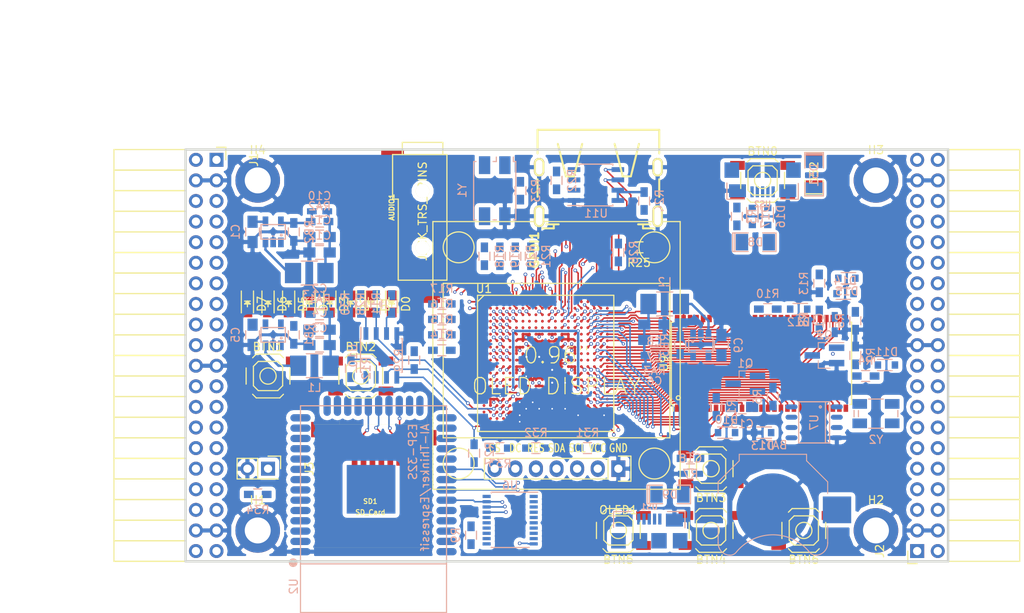
<source format=kicad_pcb>
(kicad_pcb (version 4) (host pcbnew 4.0.5+dfsg1-4)
  (layers (0 F.Cu signal) (1 In1.Cu signal) (2 In2.Cu signal) (31 B.Cu signal) (34 B.Paste user) (35 F.Paste user) (36 B.SilkS user) (37 F.SilkS user) (38 B.Mask user) (39 F.Mask user) (44 Edge.Cuts user))
  (net 0 "")
  (net 1 GND)
  (net 2 +5V)
  (net 3 /gpio/IN5V)
  (net 4 /gpio/OUT5V)
  (net 5 +3V3)
  (net 6 "Net-(L1-Pad1)")
  (net 7 "Net-(L2-Pad1)")
  (net 8 +1V2)
  (net 9 BTN_D)
  (net 10 BTN_F1)
  (net 11 BTN_F2)
  (net 12 BTN_L)
  (net 13 BTN_R)
  (net 14 BTN_U)
  (net 15 /power/FB1)
  (net 16 +2V5)
  (net 17 "Net-(L3-Pad1)")
  (net 18 /power/PWREN)
  (net 19 /power/FB3)
  (net 20 /power/FB2)
  (net 21 "Net-(D9-Pad1)")
  (net 22 /power/VBAT)
  (net 23 JTAG_TDI)
  (net 24 JTAG_TCK)
  (net 25 JTAG_TMS)
  (net 26 JTAG_TDO)
  (net 27 /power/WAKEUPn)
  (net 28 /power/WKUP)
  (net 29 /power/SHUT)
  (net 30 /power/WAKE)
  (net 31 /power/HOLD)
  (net 32 /power/WKn)
  (net 33 /power/OSCI_32k)
  (net 34 /power/OSCO_32k)
  (net 35 FTDI_nSUSPEND)
  (net 36 "Net-(Q2-Pad3)")
  (net 37 SHUTDOWN)
  (net 38 /analog/AUDIO_L)
  (net 39 /analog/AUDIO_R)
  (net 40 GPDI_5V_SCL)
  (net 41 GPDI_5V_SDA)
  (net 42 GPDI_SDA)
  (net 43 GPDI_SCL)
  (net 44 /gpdi/VREF2)
  (net 45 /blinkey/BTNPU)
  (net 46 SD_CMD)
  (net 47 SD_CLK)
  (net 48 SD_D0)
  (net 49 SD_D1)
  (net 50 USB5V)
  (net 51 "Net-(BTN0-Pad1)")
  (net 52 GPDI_CEC)
  (net 53 nRESET)
  (net 54 /usb/FT3V3)
  (net 55 FTDI_nDTR)
  (net 56 SDRAM_CKE)
  (net 57 SDRAM_A7)
  (net 58 SDRAM_D15)
  (net 59 SDRAM_BA1)
  (net 60 SDRAM_D7)
  (net 61 SDRAM_A6)
  (net 62 SDRAM_CLK)
  (net 63 SDRAM_D13)
  (net 64 SDRAM_BA0)
  (net 65 SDRAM_D6)
  (net 66 SDRAM_A5)
  (net 67 SDRAM_D14)
  (net 68 SDRAM_A11)
  (net 69 SDRAM_D12)
  (net 70 SDRAM_D5)
  (net 71 SDRAM_A4)
  (net 72 SDRAM_A10)
  (net 73 SDRAM_D11)
  (net 74 SDRAM_A3)
  (net 75 SDRAM_D4)
  (net 76 SDRAM_D10)
  (net 77 SDRAM_D9)
  (net 78 SDRAM_A9)
  (net 79 SDRAM_D3)
  (net 80 SDRAM_D8)
  (net 81 SDRAM_A8)
  (net 82 SDRAM_A2)
  (net 83 SDRAM_A1)
  (net 84 SDRAM_A0)
  (net 85 SDRAM_D2)
  (net 86 SDRAM_D1)
  (net 87 SDRAM_D0)
  (net 88 SDRAM_DQM0)
  (net 89 SDRAM_nCS)
  (net 90 SDRAM_nRAS)
  (net 91 SDRAM_DQM1)
  (net 92 SDRAM_nCAS)
  (net 93 SDRAM_nWE)
  (net 94 /flash/FLASH_nWP)
  (net 95 /flash/FLASH_nHOLD)
  (net 96 /flash/FLASH_MOSI)
  (net 97 /flash/FLASH_MISO)
  (net 98 /flash/FLASH_SCK)
  (net 99 /flash/FLASH_nCS)
  (net 100 /flash/FPGA_PROGRAMN)
  (net 101 /flash/FPGA_DONE)
  (net 102 /flash/FPGA_INITN)
  (net 103 OLED_RES)
  (net 104 OLED_DC)
  (net 105 OLED_CS)
  (net 106 WIFI_EN)
  (net 107 FTDI_nRTS)
  (net 108 WIFI_GPIO2)
  (net 109 FTDI_TXD)
  (net 110 FTDI_RXD)
  (net 111 WIFI_RXD)
  (net 112 WIFI_GPIO0)
  (net 113 FTDI_nCTS)
  (net 114 WIFI_TXD)
  (net 115 FTDI_nRI)
  (net 116 FTDI_nDCD)
  (net 117 /gpdi/CLK_25MHz)
  (net 118 GPDI_ETH-)
  (net 119 GPDI_ETH+)
  (net 120 GPDI_D2+)
  (net 121 GPDI_D2-)
  (net 122 GPDI_D1+)
  (net 123 GPDI_D1-)
  (net 124 GPDI_D0+)
  (net 125 GPDI_D0-)
  (net 126 GPDI_CLK+)
  (net 127 GPDI_CLK-)
  (net 128 USB_FPGA_D+)
  (net 129 USB_FPGA_D-)
  (net 130 USB_FTDI_D+)
  (net 131 USB_FTDI_D-)
  (net 132 J1_17-)
  (net 133 J1_17+)
  (net 134 J1_23-)
  (net 135 J1_23+)
  (net 136 J1_25-)
  (net 137 J1_25+)
  (net 138 J1_27-)
  (net 139 J1_27+)
  (net 140 J1_29-)
  (net 141 J1_29+)
  (net 142 J1_31-)
  (net 143 J1_31+)
  (net 144 J1_33-)
  (net 145 J1_33+)
  (net 146 J1_35-)
  (net 147 J1_35+)
  (net 148 J2_5-)
  (net 149 J2_5+)
  (net 150 J2_7-)
  (net 151 J2_7+)
  (net 152 J2_9-)
  (net 153 J2_9+)
  (net 154 J2_13-)
  (net 155 J2_13+)
  (net 156 J2_17-)
  (net 157 J2_17+)
  (net 158 J2_11-)
  (net 159 J2_11+)
  (net 160 J2_23-)
  (net 161 J2_23+)
  (net 162 J1_5-)
  (net 163 J1_5+)
  (net 164 J1_7-)
  (net 165 J1_7+)
  (net 166 J1_9-)
  (net 167 J1_9+)
  (net 168 J1_11-)
  (net 169 J1_11+)
  (net 170 J1_13-)
  (net 171 J1_13+)
  (net 172 J1_15-)
  (net 173 J1_15+)
  (net 174 J2_15-)
  (net 175 J2_15+)
  (net 176 J2_25-)
  (net 177 J2_25+)
  (net 178 J2_27-)
  (net 179 J2_27+)
  (net 180 J2_29-)
  (net 181 J2_29+)
  (net 182 J2_31-)
  (net 183 J2_31+)
  (net 184 J2_33-)
  (net 185 J2_33+)
  (net 186 J2_35-)
  (net 187 J2_35+)
  (net 188 SD_D3)
  (net 189 AUDIO_L3)
  (net 190 AUDIO_L2)
  (net 191 AUDIO_L1)
  (net 192 AUDIO_L0)
  (net 193 AUDIO_R3)
  (net 194 AUDIO_R2)
  (net 195 AUDIO_R1)
  (net 196 AUDIO_R0)
  (net 197 FTDI_nDSR)
  (net 198 OLED_CLK)
  (net 199 OLED_MOSI)
  (net 200 WIFI_GPIO15)
  (net 201 LED0)
  (net 202 LED1)
  (net 203 LED2)
  (net 204 LED3)
  (net 205 LED4)
  (net 206 LED5)
  (net 207 LED6)
  (net 208 LED7)
  (net 209 BTN_PWRn)
  (module lfe5bg381:BGA-381_pitch0.8mm_dia0.4mm (layer F.Cu) (at 138.48 87.8)
    (fp_text reference U1 (at -7.6 -9.2) (layer F.SilkS))
    (fp_text value LFE5U-25F-6BG381C)
    (pad A2 smd circle (at -6.8 -7.6) (size 0.35 0.35) (layers F.Cu F.Paste F.Mask) (net 139 J1_27+))
    (pad A3 smd circle (at -6 -7.6) (size 0.35 0.35) (layers F.Cu F.Paste F.Mask) (net 192 AUDIO_L0))
    (pad A4 smd circle (at -5.2 -7.6) (size 0.35 0.35) (layers F.Cu F.Paste F.Mask) (net 137 J1_25+))
    (pad A5 smd circle (at -4.4 -7.6) (size 0.35 0.35) (layers F.Cu F.Paste F.Mask) (net 136 J1_25-))
    (pad A6 smd circle (at -3.6 -7.6) (size 0.35 0.35) (layers F.Cu F.Paste F.Mask) (net 135 J1_23+))
    (pad A7 smd circle (at -2.8 -7.6) (size 0.35 0.35) (layers F.Cu F.Paste F.Mask) (net 173 J1_15+))
    (pad A8 smd circle (at -2 -7.6) (size 0.35 0.35) (layers F.Cu F.Paste F.Mask) (net 172 J1_15-))
    (pad A9 smd circle (at -1.2 -7.6) (size 0.35 0.35) (layers F.Cu F.Paste F.Mask) (net 166 J1_9-))
    (pad A10 smd circle (at -0.4 -7.6) (size 0.35 0.35) (layers F.Cu F.Paste F.Mask) (net 165 J1_7+))
    (pad A11 smd circle (at 0.4 -7.6) (size 0.35 0.35) (layers F.Cu F.Paste F.Mask) (net 164 J1_7-))
    (pad A12 smd circle (at 1.2 -7.6) (size 0.35 0.35) (layers F.Cu F.Paste F.Mask) (net 119 GPDI_ETH+))
    (pad A13 smd circle (at 2 -7.6) (size 0.35 0.35) (layers F.Cu F.Paste F.Mask) (net 118 GPDI_ETH-))
    (pad A14 smd circle (at 2.8 -7.6) (size 0.35 0.35) (layers F.Cu F.Paste F.Mask) (net 120 GPDI_D2+))
    (pad A15 smd circle (at 3.6 -7.6) (size 0.35 0.35) (layers F.Cu F.Paste F.Mask))
    (pad A16 smd circle (at 4.4 -7.6) (size 0.35 0.35) (layers F.Cu F.Paste F.Mask) (net 122 GPDI_D1+))
    (pad A17 smd circle (at 5.2 -7.6) (size 0.35 0.35) (layers F.Cu F.Paste F.Mask) (net 124 GPDI_D0+))
    (pad A18 smd circle (at 6 -7.6) (size 0.35 0.35) (layers F.Cu F.Paste F.Mask) (net 126 GPDI_CLK+))
    (pad A19 smd circle (at 6.8 -7.6) (size 0.35 0.35) (layers F.Cu F.Paste F.Mask) (net 52 GPDI_CEC))
    (pad B1 smd circle (at -7.6 -6.8) (size 0.35 0.35) (layers F.Cu F.Paste F.Mask) (net 138 J1_27-))
    (pad B2 smd circle (at -6.8 -6.8) (size 0.35 0.35) (layers F.Cu F.Paste F.Mask) (net 203 LED2))
    (pad B3 smd circle (at -6 -6.8) (size 0.35 0.35) (layers F.Cu F.Paste F.Mask) (net 193 AUDIO_R3))
    (pad B4 smd circle (at -5.2 -6.8) (size 0.35 0.35) (layers F.Cu F.Paste F.Mask) (net 140 J1_29-))
    (pad B5 smd circle (at -4.4 -6.8) (size 0.35 0.35) (layers F.Cu F.Paste F.Mask) (net 191 AUDIO_L1))
    (pad B6 smd circle (at -3.6 -6.8) (size 0.35 0.35) (layers F.Cu F.Paste F.Mask) (net 134 J1_23-))
    (pad B7 smd circle (at -2.8 -6.8) (size 0.35 0.35) (layers F.Cu F.Paste F.Mask) (net 1 GND))
    (pad B8 smd circle (at -2 -6.8) (size 0.35 0.35) (layers F.Cu F.Paste F.Mask) (net 170 J1_13-))
    (pad B9 smd circle (at -1.2 -6.8) (size 0.35 0.35) (layers F.Cu F.Paste F.Mask) (net 169 J1_11+))
    (pad B10 smd circle (at -0.4 -6.8) (size 0.35 0.35) (layers F.Cu F.Paste F.Mask) (net 167 J1_9+))
    (pad B11 smd circle (at 0.4 -6.8) (size 0.35 0.35) (layers F.Cu F.Paste F.Mask) (net 163 J1_5+))
    (pad B12 smd circle (at 1.2 -6.8) (size 0.35 0.35) (layers F.Cu F.Paste F.Mask) (net 117 /gpdi/CLK_25MHz))
    (pad B13 smd circle (at 2 -6.8) (size 0.35 0.35) (layers F.Cu F.Paste F.Mask) (net 187 J2_35+))
    (pad B14 smd circle (at 2.8 -6.8) (size 0.35 0.35) (layers F.Cu F.Paste F.Mask) (net 1 GND))
    (pad B15 smd circle (at 3.6 -6.8) (size 0.35 0.35) (layers F.Cu F.Paste F.Mask) (net 183 J2_31+))
    (pad B16 smd circle (at 4.4 -6.8) (size 0.35 0.35) (layers F.Cu F.Paste F.Mask) (net 123 GPDI_D1-))
    (pad B17 smd circle (at 5.2 -6.8) (size 0.35 0.35) (layers F.Cu F.Paste F.Mask) (net 179 J2_27+))
    (pad B18 smd circle (at 6 -6.8) (size 0.35 0.35) (layers F.Cu F.Paste F.Mask) (net 125 GPDI_D0-))
    (pad B19 smd circle (at 6.8 -6.8) (size 0.35 0.35) (layers F.Cu F.Paste F.Mask) (net 127 GPDI_CLK-))
    (pad B20 smd circle (at 7.6 -6.8) (size 0.35 0.35) (layers F.Cu F.Paste F.Mask) (net 43 GPDI_SCL))
    (pad C1 smd circle (at -7.6 -6) (size 0.35 0.35) (layers F.Cu F.Paste F.Mask) (net 207 LED6))
    (pad C2 smd circle (at -6.8 -6) (size 0.35 0.35) (layers F.Cu F.Paste F.Mask) (net 204 LED3))
    (pad C3 smd circle (at -6 -6) (size 0.35 0.35) (layers F.Cu F.Paste F.Mask) (net 190 AUDIO_L2))
    (pad C4 smd circle (at -5.2 -6) (size 0.35 0.35) (layers F.Cu F.Paste F.Mask) (net 141 J1_29+))
    (pad C5 smd circle (at -4.4 -6) (size 0.35 0.35) (layers F.Cu F.Paste F.Mask) (net 195 AUDIO_R1))
    (pad C6 smd circle (at -3.6 -6) (size 0.35 0.35) (layers F.Cu F.Paste F.Mask) (net 133 J1_17+))
    (pad C7 smd circle (at -2.8 -6) (size 0.35 0.35) (layers F.Cu F.Paste F.Mask) (net 132 J1_17-))
    (pad C8 smd circle (at -2 -6) (size 0.35 0.35) (layers F.Cu F.Paste F.Mask) (net 171 J1_13+))
    (pad C9 smd circle (at -1.2 -6) (size 0.35 0.35) (layers F.Cu F.Paste F.Mask))
    (pad C10 smd circle (at -0.4 -6) (size 0.35 0.35) (layers F.Cu F.Paste F.Mask) (net 168 J1_11-))
    (pad C11 smd circle (at 0.4 -6) (size 0.35 0.35) (layers F.Cu F.Paste F.Mask) (net 162 J1_5-))
    (pad C12 smd circle (at 1.2 -6) (size 0.35 0.35) (layers F.Cu F.Paste F.Mask) (net 42 GPDI_SDA))
    (pad C13 smd circle (at 2 -6) (size 0.35 0.35) (layers F.Cu F.Paste F.Mask) (net 186 J2_35-))
    (pad C14 smd circle (at 2.8 -6) (size 0.35 0.35) (layers F.Cu F.Paste F.Mask) (net 121 GPDI_D2-))
    (pad C15 smd circle (at 3.6 -6) (size 0.35 0.35) (layers F.Cu F.Paste F.Mask) (net 182 J2_31-))
    (pad C16 smd circle (at 4.4 -6) (size 0.35 0.35) (layers F.Cu F.Paste F.Mask) (net 181 J2_29+))
    (pad C17 smd circle (at 5.2 -6) (size 0.35 0.35) (layers F.Cu F.Paste F.Mask) (net 178 J2_27-))
    (pad C18 smd circle (at 6 -6) (size 0.35 0.35) (layers F.Cu F.Paste F.Mask) (net 161 J2_23+))
    (pad C19 smd circle (at 6.8 -6) (size 0.35 0.35) (layers F.Cu F.Paste F.Mask) (net 1 GND))
    (pad C20 smd circle (at 7.6 -6) (size 0.35 0.35) (layers F.Cu F.Paste F.Mask) (net 58 SDRAM_D15))
    (pad D1 smd circle (at -7.6 -5.2) (size 0.35 0.35) (layers F.Cu F.Paste F.Mask) (net 208 LED7))
    (pad D2 smd circle (at -6.8 -5.2) (size 0.35 0.35) (layers F.Cu F.Paste F.Mask) (net 205 LED4))
    (pad D3 smd circle (at -6 -5.2) (size 0.35 0.35) (layers F.Cu F.Paste F.Mask) (net 194 AUDIO_R2))
    (pad D4 smd circle (at -5.2 -5.2) (size 0.35 0.35) (layers F.Cu F.Paste F.Mask) (net 1 GND))
    (pad D5 smd circle (at -4.4 -5.2) (size 0.35 0.35) (layers F.Cu F.Paste F.Mask) (net 202 LED1))
    (pad D6 smd circle (at -3.6 -5.2) (size 0.35 0.35) (layers F.Cu F.Paste F.Mask) (net 209 BTN_PWRn))
    (pad D7 smd circle (at -2.8 -5.2) (size 0.35 0.35) (layers F.Cu F.Paste F.Mask))
    (pad D8 smd circle (at -2 -5.2) (size 0.35 0.35) (layers F.Cu F.Paste F.Mask))
    (pad D9 smd circle (at -1.2 -5.2) (size 0.35 0.35) (layers F.Cu F.Paste F.Mask))
    (pad D10 smd circle (at -0.4 -5.2) (size 0.35 0.35) (layers F.Cu F.Paste F.Mask))
    (pad D11 smd circle (at 0.4 -5.2) (size 0.35 0.35) (layers F.Cu F.Paste F.Mask) (net 14 BTN_U))
    (pad D12 smd circle (at 1.2 -5.2) (size 0.35 0.35) (layers F.Cu F.Paste F.Mask))
    (pad D13 smd circle (at 2 -5.2) (size 0.35 0.35) (layers F.Cu F.Paste F.Mask) (net 185 J2_33+))
    (pad D14 smd circle (at 2.8 -5.2) (size 0.35 0.35) (layers F.Cu F.Paste F.Mask))
    (pad D15 smd circle (at 3.6 -5.2) (size 0.35 0.35) (layers F.Cu F.Paste F.Mask) (net 177 J2_25+))
    (pad D16 smd circle (at 4.4 -5.2) (size 0.35 0.35) (layers F.Cu F.Paste F.Mask) (net 180 J2_29-))
    (pad D17 smd circle (at 5.2 -5.2) (size 0.35 0.35) (layers F.Cu F.Paste F.Mask) (net 160 J2_23-))
    (pad D18 smd circle (at 6 -5.2) (size 0.35 0.35) (layers F.Cu F.Paste F.Mask) (net 157 J2_17+))
    (pad D19 smd circle (at 6.8 -5.2) (size 0.35 0.35) (layers F.Cu F.Paste F.Mask) (net 67 SDRAM_D14))
    (pad D20 smd circle (at 7.6 -5.2) (size 0.35 0.35) (layers F.Cu F.Paste F.Mask) (net 63 SDRAM_D13))
    (pad E1 smd circle (at -7.6 -4.4) (size 0.35 0.35) (layers F.Cu F.Paste F.Mask) (net 206 LED5))
    (pad E2 smd circle (at -6.8 -4.4) (size 0.35 0.35) (layers F.Cu F.Paste F.Mask))
    (pad E3 smd circle (at -6 -4.4) (size 0.35 0.35) (layers F.Cu F.Paste F.Mask) (net 142 J1_31-))
    (pad E4 smd circle (at -5.2 -4.4) (size 0.35 0.35) (layers F.Cu F.Paste F.Mask) (net 201 LED0))
    (pad E5 smd circle (at -4.4 -4.4) (size 0.35 0.35) (layers F.Cu F.Paste F.Mask) (net 189 AUDIO_L3))
    (pad E6 smd circle (at -3.6 -4.4) (size 0.35 0.35) (layers F.Cu F.Paste F.Mask))
    (pad E7 smd circle (at -2.8 -4.4) (size 0.35 0.35) (layers F.Cu F.Paste F.Mask))
    (pad E8 smd circle (at -2 -4.4) (size 0.35 0.35) (layers F.Cu F.Paste F.Mask))
    (pad E9 smd circle (at -1.2 -4.4) (size 0.35 0.35) (layers F.Cu F.Paste F.Mask))
    (pad E10 smd circle (at -0.4 -4.4) (size 0.35 0.35) (layers F.Cu F.Paste F.Mask))
    (pad E11 smd circle (at 0.4 -4.4) (size 0.35 0.35) (layers F.Cu F.Paste F.Mask))
    (pad E12 smd circle (at 1.2 -4.4) (size 0.35 0.35) (layers F.Cu F.Paste F.Mask))
    (pad E13 smd circle (at 2 -4.4) (size 0.35 0.35) (layers F.Cu F.Paste F.Mask) (net 184 J2_33-))
    (pad E14 smd circle (at 2.8 -4.4) (size 0.35 0.35) (layers F.Cu F.Paste F.Mask))
    (pad E15 smd circle (at 3.6 -4.4) (size 0.35 0.35) (layers F.Cu F.Paste F.Mask) (net 176 J2_25-))
    (pad E16 smd circle (at 4.4 -4.4) (size 0.35 0.35) (layers F.Cu F.Paste F.Mask))
    (pad E17 smd circle (at 5.2 -4.4) (size 0.35 0.35) (layers F.Cu F.Paste F.Mask) (net 156 J2_17-))
    (pad E18 smd circle (at 6 -4.4) (size 0.35 0.35) (layers F.Cu F.Paste F.Mask) (net 75 SDRAM_D4))
    (pad E19 smd circle (at 6.8 -4.4) (size 0.35 0.35) (layers F.Cu F.Paste F.Mask) (net 69 SDRAM_D12))
    (pad E20 smd circle (at 7.6 -4.4) (size 0.35 0.35) (layers F.Cu F.Paste F.Mask) (net 73 SDRAM_D11))
    (pad F1 smd circle (at -7.6 -3.6) (size 0.35 0.35) (layers F.Cu F.Paste F.Mask) (net 110 FTDI_RXD))
    (pad F2 smd circle (at -6.8 -3.6) (size 0.35 0.35) (layers F.Cu F.Paste F.Mask))
    (pad F3 smd circle (at -6 -3.6) (size 0.35 0.35) (layers F.Cu F.Paste F.Mask) (net 144 J1_33-))
    (pad F4 smd circle (at -5.2 -3.6) (size 0.35 0.35) (layers F.Cu F.Paste F.Mask) (net 143 J1_31+))
    (pad F5 smd circle (at -4.4 -3.6) (size 0.35 0.35) (layers F.Cu F.Paste F.Mask) (net 196 AUDIO_R0))
    (pad F6 smd circle (at -3.6 -3.6) (size 0.35 0.35) (layers F.Cu F.Paste F.Mask) (net 16 +2V5))
    (pad F7 smd circle (at -2.8 -3.6) (size 0.35 0.35) (layers F.Cu F.Paste F.Mask) (net 1 GND))
    (pad F8 smd circle (at -2 -3.6) (size 0.35 0.35) (layers F.Cu F.Paste F.Mask) (net 1 GND))
    (pad F9 smd circle (at -1.2 -3.6) (size 0.35 0.35) (layers F.Cu F.Paste F.Mask) (net 5 +3V3))
    (pad F10 smd circle (at -0.4 -3.6) (size 0.35 0.35) (layers F.Cu F.Paste F.Mask) (net 5 +3V3))
    (pad F11 smd circle (at 0.4 -3.6) (size 0.35 0.35) (layers F.Cu F.Paste F.Mask) (net 5 +3V3))
    (pad F12 smd circle (at 1.2 -3.6) (size 0.35 0.35) (layers F.Cu F.Paste F.Mask) (net 5 +3V3))
    (pad F13 smd circle (at 2 -3.6) (size 0.35 0.35) (layers F.Cu F.Paste F.Mask) (net 1 GND))
    (pad F14 smd circle (at 2.8 -3.6) (size 0.35 0.35) (layers F.Cu F.Paste F.Mask) (net 1 GND))
    (pad F15 smd circle (at 3.6 -3.6) (size 0.35 0.35) (layers F.Cu F.Paste F.Mask) (net 16 +2V5))
    (pad F16 smd circle (at 4.4 -3.6) (size 0.35 0.35) (layers F.Cu F.Paste F.Mask))
    (pad F17 smd circle (at 5.2 -3.6) (size 0.35 0.35) (layers F.Cu F.Paste F.Mask) (net 175 J2_15+))
    (pad F18 smd circle (at 6 -3.6) (size 0.35 0.35) (layers F.Cu F.Paste F.Mask) (net 70 SDRAM_D5))
    (pad F19 smd circle (at 6.8 -3.6) (size 0.35 0.35) (layers F.Cu F.Paste F.Mask) (net 76 SDRAM_D10))
    (pad F20 smd circle (at 7.6 -3.6) (size 0.35 0.35) (layers F.Cu F.Paste F.Mask) (net 77 SDRAM_D9))
    (pad G1 smd circle (at -7.6 -2.8) (size 0.35 0.35) (layers F.Cu F.Paste F.Mask) (net 109 FTDI_TXD))
    (pad G2 smd circle (at -6.8 -2.8) (size 0.35 0.35) (layers F.Cu F.Paste F.Mask) (net 111 WIFI_RXD))
    (pad G3 smd circle (at -6 -2.8) (size 0.35 0.35) (layers F.Cu F.Paste F.Mask) (net 145 J1_33+))
    (pad G4 smd circle (at -5.2 -2.8) (size 0.35 0.35) (layers F.Cu F.Paste F.Mask) (net 1 GND))
    (pad G5 smd circle (at -4.4 -2.8) (size 0.35 0.35) (layers F.Cu F.Paste F.Mask) (net 146 J1_35-))
    (pad G6 smd circle (at -3.6 -2.8) (size 0.35 0.35) (layers F.Cu F.Paste F.Mask) (net 1 GND))
    (pad G7 smd circle (at -2.8 -2.8) (size 0.35 0.35) (layers F.Cu F.Paste F.Mask) (net 1 GND))
    (pad G8 smd circle (at -2 -2.8) (size 0.35 0.35) (layers F.Cu F.Paste F.Mask) (net 1 GND))
    (pad G9 smd circle (at -1.2 -2.8) (size 0.35 0.35) (layers F.Cu F.Paste F.Mask) (net 1 GND))
    (pad G10 smd circle (at -0.4 -2.8) (size 0.35 0.35) (layers F.Cu F.Paste F.Mask) (net 1 GND))
    (pad G11 smd circle (at 0.4 -2.8) (size 0.35 0.35) (layers F.Cu F.Paste F.Mask) (net 1 GND))
    (pad G12 smd circle (at 1.2 -2.8) (size 0.35 0.35) (layers F.Cu F.Paste F.Mask) (net 1 GND))
    (pad G13 smd circle (at 2 -2.8) (size 0.35 0.35) (layers F.Cu F.Paste F.Mask) (net 1 GND))
    (pad G14 smd circle (at 2.8 -2.8) (size 0.35 0.35) (layers F.Cu F.Paste F.Mask) (net 1 GND))
    (pad G15 smd circle (at 3.6 -2.8) (size 0.35 0.35) (layers F.Cu F.Paste F.Mask) (net 1 GND))
    (pad G16 smd circle (at 4.4 -2.8) (size 0.35 0.35) (layers F.Cu F.Paste F.Mask))
    (pad G17 smd circle (at 5.2 -2.8) (size 0.35 0.35) (layers F.Cu F.Paste F.Mask) (net 1 GND))
    (pad G18 smd circle (at 6 -2.8) (size 0.35 0.35) (layers F.Cu F.Paste F.Mask) (net 174 J2_15-))
    (pad G19 smd circle (at 6.8 -2.8) (size 0.35 0.35) (layers F.Cu F.Paste F.Mask) (net 80 SDRAM_D8))
    (pad G20 smd circle (at 7.6 -2.8) (size 0.35 0.35) (layers F.Cu F.Paste F.Mask) (net 91 SDRAM_DQM1))
    (pad H1 smd circle (at -7.6 -2) (size 0.35 0.35) (layers F.Cu F.Paste F.Mask) (net 200 WIFI_GPIO15))
    (pad H2 smd circle (at -6.8 -2) (size 0.35 0.35) (layers F.Cu F.Paste F.Mask) (net 114 WIFI_TXD))
    (pad H3 smd circle (at -6 -2) (size 0.35 0.35) (layers F.Cu F.Paste F.Mask))
    (pad H4 smd circle (at -5.2 -2) (size 0.35 0.35) (layers F.Cu F.Paste F.Mask) (net 147 J1_35+))
    (pad H5 smd circle (at -4.4 -2) (size 0.35 0.35) (layers F.Cu F.Paste F.Mask))
    (pad H6 smd circle (at -3.6 -2) (size 0.35 0.35) (layers F.Cu F.Paste F.Mask) (net 5 +3V3))
    (pad H7 smd circle (at -2.8 -2) (size 0.35 0.35) (layers F.Cu F.Paste F.Mask) (net 5 +3V3))
    (pad H8 smd circle (at -2 -2) (size 0.35 0.35) (layers F.Cu F.Paste F.Mask) (net 8 +1V2))
    (pad H9 smd circle (at -1.2 -2) (size 0.35 0.35) (layers F.Cu F.Paste F.Mask) (net 8 +1V2))
    (pad H10 smd circle (at -0.4 -2) (size 0.35 0.35) (layers F.Cu F.Paste F.Mask) (net 8 +1V2))
    (pad H11 smd circle (at 0.4 -2) (size 0.35 0.35) (layers F.Cu F.Paste F.Mask) (net 8 +1V2))
    (pad H12 smd circle (at 1.2 -2) (size 0.35 0.35) (layers F.Cu F.Paste F.Mask) (net 8 +1V2))
    (pad H13 smd circle (at 2 -2) (size 0.35 0.35) (layers F.Cu F.Paste F.Mask) (net 8 +1V2))
    (pad H14 smd circle (at 2.8 -2) (size 0.35 0.35) (layers F.Cu F.Paste F.Mask) (net 5 +3V3))
    (pad H15 smd circle (at 3.6 -2) (size 0.35 0.35) (layers F.Cu F.Paste F.Mask) (net 5 +3V3))
    (pad H16 smd circle (at 4.4 -2) (size 0.35 0.35) (layers F.Cu F.Paste F.Mask))
    (pad H17 smd circle (at 5.2 -2) (size 0.35 0.35) (layers F.Cu F.Paste F.Mask) (net 154 J2_13-))
    (pad H18 smd circle (at 6 -2) (size 0.35 0.35) (layers F.Cu F.Paste F.Mask) (net 155 J2_13+))
    (pad H19 smd circle (at 6.8 -2) (size 0.35 0.35) (layers F.Cu F.Paste F.Mask) (net 1 GND))
    (pad H20 smd circle (at 7.6 -2) (size 0.35 0.35) (layers F.Cu F.Paste F.Mask) (net 62 SDRAM_CLK))
    (pad J1 smd circle (at -7.6 -1.2) (size 0.35 0.35) (layers F.Cu F.Paste F.Mask) (net 198 OLED_CLK))
    (pad J2 smd circle (at -6.8 -1.2) (size 0.35 0.35) (layers F.Cu F.Paste F.Mask) (net 1 GND))
    (pad J3 smd circle (at -6 -1.2) (size 0.35 0.35) (layers F.Cu F.Paste F.Mask) (net 112 WIFI_GPIO0))
    (pad J4 smd circle (at -5.2 -1.2) (size 0.35 0.35) (layers F.Cu F.Paste F.Mask) (net 108 WIFI_GPIO2))
    (pad J5 smd circle (at -4.4 -1.2) (size 0.35 0.35) (layers F.Cu F.Paste F.Mask) (net 113 FTDI_nCTS))
    (pad J6 smd circle (at -3.6 -1.2) (size 0.35 0.35) (layers F.Cu F.Paste F.Mask) (net 5 +3V3))
    (pad J7 smd circle (at -2.8 -1.2) (size 0.35 0.35) (layers F.Cu F.Paste F.Mask) (net 1 GND))
    (pad J8 smd circle (at -2 -1.2) (size 0.35 0.35) (layers F.Cu F.Paste F.Mask) (net 8 +1V2))
    (pad J9 smd circle (at -1.2 -1.2) (size 0.35 0.35) (layers F.Cu F.Paste F.Mask) (net 1 GND))
    (pad J10 smd circle (at -0.4 -1.2) (size 0.35 0.35) (layers F.Cu F.Paste F.Mask) (net 1 GND))
    (pad J11 smd circle (at 0.4 -1.2) (size 0.35 0.35) (layers F.Cu F.Paste F.Mask) (net 1 GND))
    (pad J12 smd circle (at 1.2 -1.2) (size 0.35 0.35) (layers F.Cu F.Paste F.Mask) (net 1 GND))
    (pad J13 smd circle (at 2 -1.2) (size 0.35 0.35) (layers F.Cu F.Paste F.Mask) (net 8 +1V2))
    (pad J14 smd circle (at 2.8 -1.2) (size 0.35 0.35) (layers F.Cu F.Paste F.Mask) (net 1 GND))
    (pad J15 smd circle (at 3.6 -1.2) (size 0.35 0.35) (layers F.Cu F.Paste F.Mask) (net 5 +3V3))
    (pad J16 smd circle (at 4.4 -1.2) (size 0.35 0.35) (layers F.Cu F.Paste F.Mask))
    (pad J17 smd circle (at 5.2 -1.2) (size 0.35 0.35) (layers F.Cu F.Paste F.Mask))
    (pad J18 smd circle (at 6 -1.2) (size 0.35 0.35) (layers F.Cu F.Paste F.Mask) (net 79 SDRAM_D3))
    (pad J19 smd circle (at 6.8 -1.2) (size 0.35 0.35) (layers F.Cu F.Paste F.Mask) (net 56 SDRAM_CKE))
    (pad J20 smd circle (at 7.6 -1.2) (size 0.35 0.35) (layers F.Cu F.Paste F.Mask) (net 68 SDRAM_A11))
    (pad K1 smd circle (at -7.6 -0.4) (size 0.35 0.35) (layers F.Cu F.Paste F.Mask) (net 55 FTDI_nDTR))
    (pad K2 smd circle (at -6.8 -0.4) (size 0.35 0.35) (layers F.Cu F.Paste F.Mask) (net 199 OLED_MOSI))
    (pad K3 smd circle (at -6 -0.4) (size 0.35 0.35) (layers F.Cu F.Paste F.Mask) (net 107 FTDI_nRTS))
    (pad K4 smd circle (at -5.2 -0.4) (size 0.35 0.35) (layers F.Cu F.Paste F.Mask) (net 103 OLED_RES))
    (pad K5 smd circle (at -4.4 -0.4) (size 0.35 0.35) (layers F.Cu F.Paste F.Mask) (net 104 OLED_DC))
    (pad K6 smd circle (at -3.6 -0.4) (size 0.35 0.35) (layers F.Cu F.Paste F.Mask) (net 1 GND))
    (pad K7 smd circle (at -2.8 -0.4) (size 0.35 0.35) (layers F.Cu F.Paste F.Mask) (net 1 GND))
    (pad K8 smd circle (at -2 -0.4) (size 0.35 0.35) (layers F.Cu F.Paste F.Mask) (net 8 +1V2))
    (pad K9 smd circle (at -1.2 -0.4) (size 0.35 0.35) (layers F.Cu F.Paste F.Mask) (net 1 GND))
    (pad K10 smd circle (at -0.4 -0.4) (size 0.35 0.35) (layers F.Cu F.Paste F.Mask) (net 1 GND))
    (pad K11 smd circle (at 0.4 -0.4) (size 0.35 0.35) (layers F.Cu F.Paste F.Mask) (net 1 GND))
    (pad K12 smd circle (at 1.2 -0.4) (size 0.35 0.35) (layers F.Cu F.Paste F.Mask) (net 1 GND))
    (pad K13 smd circle (at 2 -0.4) (size 0.35 0.35) (layers F.Cu F.Paste F.Mask) (net 8 +1V2))
    (pad K14 smd circle (at 2.8 -0.4) (size 0.35 0.35) (layers F.Cu F.Paste F.Mask) (net 1 GND))
    (pad K15 smd circle (at 3.6 -0.4) (size 0.35 0.35) (layers F.Cu F.Paste F.Mask) (net 1 GND))
    (pad K16 smd circle (at 4.4 -0.4) (size 0.35 0.35) (layers F.Cu F.Paste F.Mask))
    (pad K17 smd circle (at 5.2 -0.4) (size 0.35 0.35) (layers F.Cu F.Paste F.Mask))
    (pad K18 smd circle (at 6 -0.4) (size 0.35 0.35) (layers F.Cu F.Paste F.Mask) (net 85 SDRAM_D2))
    (pad K19 smd circle (at 6.8 -0.4) (size 0.35 0.35) (layers F.Cu F.Paste F.Mask) (net 78 SDRAM_A9))
    (pad K20 smd circle (at 7.6 -0.4) (size 0.35 0.35) (layers F.Cu F.Paste F.Mask) (net 81 SDRAM_A8))
    (pad L1 smd circle (at -7.6 0.4) (size 0.35 0.35) (layers F.Cu F.Paste F.Mask) (net 48 SD_D0))
    (pad L2 smd circle (at -6.8 0.4) (size 0.35 0.35) (layers F.Cu F.Paste F.Mask) (net 116 FTDI_nDCD))
    (pad L3 smd circle (at -6 0.4) (size 0.35 0.35) (layers F.Cu F.Paste F.Mask))
    (pad L4 smd circle (at -5.2 0.4) (size 0.35 0.35) (layers F.Cu F.Paste F.Mask) (net 106 WIFI_EN))
    (pad L5 smd circle (at -4.4 0.4) (size 0.35 0.35) (layers F.Cu F.Paste F.Mask) (net 197 FTDI_nDSR))
    (pad L6 smd circle (at -3.6 0.4) (size 0.35 0.35) (layers F.Cu F.Paste F.Mask) (net 5 +3V3))
    (pad L7 smd circle (at -2.8 0.4) (size 0.35 0.35) (layers F.Cu F.Paste F.Mask) (net 5 +3V3))
    (pad L8 smd circle (at -2 0.4) (size 0.35 0.35) (layers F.Cu F.Paste F.Mask) (net 8 +1V2))
    (pad L9 smd circle (at -1.2 0.4) (size 0.35 0.35) (layers F.Cu F.Paste F.Mask) (net 1 GND))
    (pad L10 smd circle (at -0.4 0.4) (size 0.35 0.35) (layers F.Cu F.Paste F.Mask) (net 1 GND))
    (pad L11 smd circle (at 0.4 0.4) (size 0.35 0.35) (layers F.Cu F.Paste F.Mask) (net 1 GND))
    (pad L12 smd circle (at 1.2 0.4) (size 0.35 0.35) (layers F.Cu F.Paste F.Mask) (net 1 GND))
    (pad L13 smd circle (at 2 0.4) (size 0.35 0.35) (layers F.Cu F.Paste F.Mask) (net 8 +1V2))
    (pad L14 smd circle (at 2.8 0.4) (size 0.35 0.35) (layers F.Cu F.Paste F.Mask) (net 5 +3V3))
    (pad L15 smd circle (at 3.6 0.4) (size 0.35 0.35) (layers F.Cu F.Paste F.Mask) (net 5 +3V3))
    (pad L16 smd circle (at 4.4 0.4) (size 0.35 0.35) (layers F.Cu F.Paste F.Mask) (net 159 J2_11+))
    (pad L17 smd circle (at 5.2 0.4) (size 0.35 0.35) (layers F.Cu F.Paste F.Mask) (net 158 J2_11-))
    (pad L18 smd circle (at 6 0.4) (size 0.35 0.35) (layers F.Cu F.Paste F.Mask) (net 86 SDRAM_D1))
    (pad L19 smd circle (at 6.8 0.4) (size 0.35 0.35) (layers F.Cu F.Paste F.Mask) (net 57 SDRAM_A7))
    (pad L20 smd circle (at 7.6 0.4) (size 0.35 0.35) (layers F.Cu F.Paste F.Mask) (net 61 SDRAM_A6))
    (pad M1 smd circle (at -7.6 1.2) (size 0.35 0.35) (layers F.Cu F.Paste F.Mask) (net 46 SD_CMD))
    (pad M2 smd circle (at -6.8 1.2) (size 0.35 0.35) (layers F.Cu F.Paste F.Mask) (net 1 GND))
    (pad M3 smd circle (at -6 1.2) (size 0.35 0.35) (layers F.Cu F.Paste F.Mask) (net 129 USB_FPGA_D-))
    (pad M4 smd circle (at -5.2 1.2) (size 0.35 0.35) (layers F.Cu F.Paste F.Mask))
    (pad M5 smd circle (at -4.4 1.2) (size 0.35 0.35) (layers F.Cu F.Paste F.Mask))
    (pad M6 smd circle (at -3.6 1.2) (size 0.35 0.35) (layers F.Cu F.Paste F.Mask) (net 5 +3V3))
    (pad M7 smd circle (at -2.8 1.2) (size 0.35 0.35) (layers F.Cu F.Paste F.Mask) (net 1 GND))
    (pad M8 smd circle (at -2 1.2) (size 0.35 0.35) (layers F.Cu F.Paste F.Mask) (net 8 +1V2))
    (pad M9 smd circle (at -1.2 1.2) (size 0.35 0.35) (layers F.Cu F.Paste F.Mask) (net 1 GND))
    (pad M10 smd circle (at -0.4 1.2) (size 0.35 0.35) (layers F.Cu F.Paste F.Mask) (net 1 GND))
    (pad M11 smd circle (at 0.4 1.2) (size 0.35 0.35) (layers F.Cu F.Paste F.Mask) (net 1 GND))
    (pad M12 smd circle (at 1.2 1.2) (size 0.35 0.35) (layers F.Cu F.Paste F.Mask) (net 1 GND))
    (pad M13 smd circle (at 2 1.2) (size 0.35 0.35) (layers F.Cu F.Paste F.Mask) (net 8 +1V2))
    (pad M14 smd circle (at 2.8 1.2) (size 0.35 0.35) (layers F.Cu F.Paste F.Mask) (net 1 GND))
    (pad M15 smd circle (at 3.6 1.2) (size 0.35 0.35) (layers F.Cu F.Paste F.Mask) (net 5 +3V3))
    (pad M16 smd circle (at 4.4 1.2) (size 0.35 0.35) (layers F.Cu F.Paste F.Mask) (net 1 GND))
    (pad M17 smd circle (at 5.2 1.2) (size 0.35 0.35) (layers F.Cu F.Paste F.Mask) (net 152 J2_9-))
    (pad M18 smd circle (at 6 1.2) (size 0.35 0.35) (layers F.Cu F.Paste F.Mask) (net 87 SDRAM_D0))
    (pad M19 smd circle (at 6.8 1.2) (size 0.35 0.35) (layers F.Cu F.Paste F.Mask) (net 66 SDRAM_A5))
    (pad M20 smd circle (at 7.6 1.2) (size 0.35 0.35) (layers F.Cu F.Paste F.Mask) (net 71 SDRAM_A4))
    (pad N1 smd circle (at -7.6 2) (size 0.35 0.35) (layers F.Cu F.Paste F.Mask) (net 47 SD_CLK))
    (pad N2 smd circle (at -6.8 2) (size 0.35 0.35) (layers F.Cu F.Paste F.Mask) (net 49 SD_D1))
    (pad N3 smd circle (at -6 2) (size 0.35 0.35) (layers F.Cu F.Paste F.Mask) (net 128 USB_FPGA_D+))
    (pad N4 smd circle (at -5.2 2) (size 0.35 0.35) (layers F.Cu F.Paste F.Mask) (net 105 OLED_CS))
    (pad N5 smd circle (at -4.4 2) (size 0.35 0.35) (layers F.Cu F.Paste F.Mask))
    (pad N6 smd circle (at -3.6 2) (size 0.35 0.35) (layers F.Cu F.Paste F.Mask) (net 1 GND))
    (pad N7 smd circle (at -2.8 2) (size 0.35 0.35) (layers F.Cu F.Paste F.Mask) (net 1 GND))
    (pad N8 smd circle (at -2 2) (size 0.35 0.35) (layers F.Cu F.Paste F.Mask) (net 8 +1V2))
    (pad N9 smd circle (at -1.2 2) (size 0.35 0.35) (layers F.Cu F.Paste F.Mask) (net 8 +1V2))
    (pad N10 smd circle (at -0.4 2) (size 0.35 0.35) (layers F.Cu F.Paste F.Mask) (net 8 +1V2))
    (pad N11 smd circle (at 0.4 2) (size 0.35 0.35) (layers F.Cu F.Paste F.Mask) (net 8 +1V2))
    (pad N12 smd circle (at 1.2 2) (size 0.35 0.35) (layers F.Cu F.Paste F.Mask) (net 8 +1V2))
    (pad N13 smd circle (at 2 2) (size 0.35 0.35) (layers F.Cu F.Paste F.Mask) (net 8 +1V2))
    (pad N14 smd circle (at 2.8 2) (size 0.35 0.35) (layers F.Cu F.Paste F.Mask) (net 1 GND))
    (pad N15 smd circle (at 3.6 2) (size 0.35 0.35) (layers F.Cu F.Paste F.Mask) (net 1 GND))
    (pad N16 smd circle (at 4.4 2) (size 0.35 0.35) (layers F.Cu F.Paste F.Mask) (net 153 J2_9+))
    (pad N17 smd circle (at 5.2 2) (size 0.35 0.35) (layers F.Cu F.Paste F.Mask) (net 151 J2_7+))
    (pad N18 smd circle (at 6 2) (size 0.35 0.35) (layers F.Cu F.Paste F.Mask) (net 65 SDRAM_D6))
    (pad N19 smd circle (at 6.8 2) (size 0.35 0.35) (layers F.Cu F.Paste F.Mask) (net 74 SDRAM_A3))
    (pad N20 smd circle (at 7.6 2) (size 0.35 0.35) (layers F.Cu F.Paste F.Mask) (net 82 SDRAM_A2))
    (pad P1 smd circle (at -7.6 2.8) (size 0.35 0.35) (layers F.Cu F.Paste F.Mask) (net 188 SD_D3))
    (pad P2 smd circle (at -6.8 2.8) (size 0.35 0.35) (layers F.Cu F.Paste F.Mask))
    (pad P3 smd circle (at -6 2.8) (size 0.35 0.35) (layers F.Cu F.Paste F.Mask))
    (pad P4 smd circle (at -5.2 2.8) (size 0.35 0.35) (layers F.Cu F.Paste F.Mask))
    (pad P5 smd circle (at -4.4 2.8) (size 0.35 0.35) (layers F.Cu F.Paste F.Mask) (net 115 FTDI_nRI))
    (pad P6 smd circle (at -3.6 2.8) (size 0.35 0.35) (layers F.Cu F.Paste F.Mask) (net 16 +2V5))
    (pad P7 smd circle (at -2.8 2.8) (size 0.35 0.35) (layers F.Cu F.Paste F.Mask) (net 1 GND))
    (pad P8 smd circle (at -2 2.8) (size 0.35 0.35) (layers F.Cu F.Paste F.Mask) (net 1 GND))
    (pad P9 smd circle (at -1.2 2.8) (size 0.35 0.35) (layers F.Cu F.Paste F.Mask) (net 5 +3V3))
    (pad P10 smd circle (at -0.4 2.8) (size 0.35 0.35) (layers F.Cu F.Paste F.Mask) (net 5 +3V3))
    (pad P11 smd circle (at 0.4 2.8) (size 0.35 0.35) (layers F.Cu F.Paste F.Mask) (net 1 GND))
    (pad P12 smd circle (at 1.2 2.8) (size 0.35 0.35) (layers F.Cu F.Paste F.Mask) (net 1 GND))
    (pad P13 smd circle (at 2 2.8) (size 0.35 0.35) (layers F.Cu F.Paste F.Mask) (net 1 GND))
    (pad P14 smd circle (at 2.8 2.8) (size 0.35 0.35) (layers F.Cu F.Paste F.Mask) (net 1 GND))
    (pad P15 smd circle (at 3.6 2.8) (size 0.35 0.35) (layers F.Cu F.Paste F.Mask) (net 16 +2V5))
    (pad P16 smd circle (at 4.4 2.8) (size 0.35 0.35) (layers F.Cu F.Paste F.Mask) (net 150 J2_7-))
    (pad P17 smd circle (at 5.2 2.8) (size 0.35 0.35) (layers F.Cu F.Paste F.Mask))
    (pad P18 smd circle (at 6 2.8) (size 0.35 0.35) (layers F.Cu F.Paste F.Mask) (net 60 SDRAM_D7))
    (pad P19 smd circle (at 6.8 2.8) (size 0.35 0.35) (layers F.Cu F.Paste F.Mask) (net 83 SDRAM_A1))
    (pad P20 smd circle (at 7.6 2.8) (size 0.35 0.35) (layers F.Cu F.Paste F.Mask) (net 84 SDRAM_A0))
    (pad R1 smd circle (at -7.6 3.6) (size 0.35 0.35) (layers F.Cu F.Paste F.Mask) (net 10 BTN_F1))
    (pad R2 smd circle (at -6.8 3.6) (size 0.35 0.35) (layers F.Cu F.Paste F.Mask) (net 99 /flash/FLASH_nCS))
    (pad R3 smd circle (at -6 3.6) (size 0.35 0.35) (layers F.Cu F.Paste F.Mask))
    (pad R4 smd circle (at -5.2 3.6) (size 0.35 0.35) (layers F.Cu F.Paste F.Mask) (net 1 GND))
    (pad R5 smd circle (at -4.4 3.6) (size 0.35 0.35) (layers F.Cu F.Paste F.Mask) (net 23 JTAG_TDI))
    (pad R16 smd circle (at 4.4 3.6) (size 0.35 0.35) (layers F.Cu F.Paste F.Mask))
    (pad R17 smd circle (at 5.2 3.6) (size 0.35 0.35) (layers F.Cu F.Paste F.Mask))
    (pad R18 smd circle (at 6 3.6) (size 0.35 0.35) (layers F.Cu F.Paste F.Mask) (net 88 SDRAM_DQM0))
    (pad R19 smd circle (at 6.8 3.6) (size 0.35 0.35) (layers F.Cu F.Paste F.Mask) (net 1 GND))
    (pad R20 smd circle (at 7.6 3.6) (size 0.35 0.35) (layers F.Cu F.Paste F.Mask) (net 72 SDRAM_A10))
    (pad T1 smd circle (at -7.6 4.4) (size 0.35 0.35) (layers F.Cu F.Paste F.Mask) (net 11 BTN_F2))
    (pad T2 smd circle (at -6.8 4.4) (size 0.35 0.35) (layers F.Cu F.Paste F.Mask) (net 5 +3V3))
    (pad T3 smd circle (at -6 4.4) (size 0.35 0.35) (layers F.Cu F.Paste F.Mask) (net 5 +3V3))
    (pad T4 smd circle (at -5.2 4.4) (size 0.35 0.35) (layers F.Cu F.Paste F.Mask) (net 5 +3V3))
    (pad T5 smd circle (at -4.4 4.4) (size 0.35 0.35) (layers F.Cu F.Paste F.Mask) (net 24 JTAG_TCK))
    (pad T6 smd circle (at -3.6 4.4) (size 0.35 0.35) (layers F.Cu F.Paste F.Mask) (net 1 GND))
    (pad T7 smd circle (at -2.8 4.4) (size 0.35 0.35) (layers F.Cu F.Paste F.Mask) (net 1 GND))
    (pad T8 smd circle (at -2 4.4) (size 0.35 0.35) (layers F.Cu F.Paste F.Mask) (net 1 GND))
    (pad T9 smd circle (at -1.2 4.4) (size 0.35 0.35) (layers F.Cu F.Paste F.Mask) (net 1 GND))
    (pad T10 smd circle (at -0.4 4.4) (size 0.35 0.35) (layers F.Cu F.Paste F.Mask) (net 1 GND))
    (pad T11 smd circle (at 0.4 4.4) (size 0.35 0.35) (layers F.Cu F.Paste F.Mask))
    (pad T12 smd circle (at 1.2 4.4) (size 0.35 0.35) (layers F.Cu F.Paste F.Mask))
    (pad T13 smd circle (at 2 4.4) (size 0.35 0.35) (layers F.Cu F.Paste F.Mask))
    (pad T14 smd circle (at 2.8 4.4) (size 0.35 0.35) (layers F.Cu F.Paste F.Mask))
    (pad T15 smd circle (at 3.6 4.4) (size 0.35 0.35) (layers F.Cu F.Paste F.Mask))
    (pad T16 smd circle (at 4.4 4.4) (size 0.35 0.35) (layers F.Cu F.Paste F.Mask))
    (pad T17 smd circle (at 5.2 4.4) (size 0.35 0.35) (layers F.Cu F.Paste F.Mask) (net 92 SDRAM_nCAS))
    (pad T18 smd circle (at 6 4.4) (size 0.35 0.35) (layers F.Cu F.Paste F.Mask) (net 93 SDRAM_nWE))
    (pad T19 smd circle (at 6.8 4.4) (size 0.35 0.35) (layers F.Cu F.Paste F.Mask) (net 59 SDRAM_BA1))
    (pad T20 smd circle (at 7.6 4.4) (size 0.35 0.35) (layers F.Cu F.Paste F.Mask) (net 64 SDRAM_BA0))
    (pad U1 smd circle (at -7.6 5.2) (size 0.35 0.35) (layers F.Cu F.Paste F.Mask) (net 14 BTN_U))
    (pad U2 smd circle (at -6.8 5.2) (size 0.35 0.35) (layers F.Cu F.Paste F.Mask) (net 5 +3V3))
    (pad U3 smd circle (at -6 5.2) (size 0.35 0.35) (layers F.Cu F.Paste F.Mask) (net 98 /flash/FLASH_SCK))
    (pad U4 smd circle (at -5.2 5.2) (size 0.35 0.35) (layers F.Cu F.Paste F.Mask) (net 1 GND))
    (pad U5 smd circle (at -4.4 5.2) (size 0.35 0.35) (layers F.Cu F.Paste F.Mask) (net 25 JTAG_TMS))
    (pad U6 smd circle (at -3.6 5.2) (size 0.35 0.35) (layers F.Cu F.Paste F.Mask) (net 1 GND))
    (pad U7 smd circle (at -2.8 5.2) (size 0.35 0.35) (layers F.Cu F.Paste F.Mask) (net 1 GND))
    (pad U8 smd circle (at -2 5.2) (size 0.35 0.35) (layers F.Cu F.Paste F.Mask) (net 1 GND))
    (pad U9 smd circle (at -1.2 5.2) (size 0.35 0.35) (layers F.Cu F.Paste F.Mask) (net 1 GND))
    (pad U10 smd circle (at -0.4 5.2) (size 0.35 0.35) (layers F.Cu F.Paste F.Mask) (net 1 GND))
    (pad U11 smd circle (at 0.4 5.2) (size 0.35 0.35) (layers F.Cu F.Paste F.Mask) (net 1 GND))
    (pad U12 smd circle (at 1.2 5.2) (size 0.35 0.35) (layers F.Cu F.Paste F.Mask) (net 1 GND))
    (pad U13 smd circle (at 2 5.2) (size 0.35 0.35) (layers F.Cu F.Paste F.Mask) (net 1 GND))
    (pad U14 smd circle (at 2.8 5.2) (size 0.35 0.35) (layers F.Cu F.Paste F.Mask) (net 1 GND))
    (pad U15 smd circle (at 3.6 5.2) (size 0.35 0.35) (layers F.Cu F.Paste F.Mask))
    (pad U16 smd circle (at 4.4 5.2) (size 0.35 0.35) (layers F.Cu F.Paste F.Mask))
    (pad U17 smd circle (at 5.2 5.2) (size 0.35 0.35) (layers F.Cu F.Paste F.Mask) (net 148 J2_5-))
    (pad U18 smd circle (at 6 5.2) (size 0.35 0.35) (layers F.Cu F.Paste F.Mask) (net 149 J2_5+))
    (pad U19 smd circle (at 6.8 5.2) (size 0.35 0.35) (layers F.Cu F.Paste F.Mask) (net 89 SDRAM_nCS))
    (pad U20 smd circle (at 7.6 5.2) (size 0.35 0.35) (layers F.Cu F.Paste F.Mask) (net 90 SDRAM_nRAS))
    (pad V1 smd circle (at -7.6 6) (size 0.35 0.35) (layers F.Cu F.Paste F.Mask) (net 9 BTN_D))
    (pad V2 smd circle (at -6.8 6) (size 0.35 0.35) (layers F.Cu F.Paste F.Mask) (net 97 /flash/FLASH_MISO))
    (pad V3 smd circle (at -6 6) (size 0.35 0.35) (layers F.Cu F.Paste F.Mask) (net 102 /flash/FPGA_INITN))
    (pad V4 smd circle (at -5.2 6) (size 0.35 0.35) (layers F.Cu F.Paste F.Mask) (net 26 JTAG_TDO))
    (pad V5 smd circle (at -4.4 6) (size 0.35 0.35) (layers F.Cu F.Paste F.Mask) (net 1 GND))
    (pad V6 smd circle (at -3.6 6) (size 0.35 0.35) (layers F.Cu F.Paste F.Mask) (net 1 GND))
    (pad V7 smd circle (at -2.8 6) (size 0.35 0.35) (layers F.Cu F.Paste F.Mask) (net 1 GND))
    (pad V8 smd circle (at -2 6) (size 0.35 0.35) (layers F.Cu F.Paste F.Mask) (net 1 GND))
    (pad V9 smd circle (at -1.2 6) (size 0.35 0.35) (layers F.Cu F.Paste F.Mask) (net 1 GND))
    (pad V10 smd circle (at -0.4 6) (size 0.35 0.35) (layers F.Cu F.Paste F.Mask) (net 1 GND))
    (pad V11 smd circle (at 0.4 6) (size 0.35 0.35) (layers F.Cu F.Paste F.Mask) (net 1 GND))
    (pad V12 smd circle (at 1.2 6) (size 0.35 0.35) (layers F.Cu F.Paste F.Mask) (net 1 GND))
    (pad V13 smd circle (at 2 6) (size 0.35 0.35) (layers F.Cu F.Paste F.Mask) (net 1 GND))
    (pad V14 smd circle (at 2.8 6) (size 0.35 0.35) (layers F.Cu F.Paste F.Mask) (net 1 GND))
    (pad V15 smd circle (at 3.6 6) (size 0.35 0.35) (layers F.Cu F.Paste F.Mask) (net 1 GND))
    (pad V16 smd circle (at 4.4 6) (size 0.35 0.35) (layers F.Cu F.Paste F.Mask) (net 1 GND))
    (pad V17 smd circle (at 5.2 6) (size 0.35 0.35) (layers F.Cu F.Paste F.Mask))
    (pad V18 smd circle (at 6 6) (size 0.35 0.35) (layers F.Cu F.Paste F.Mask))
    (pad V19 smd circle (at 6.8 6) (size 0.35 0.35) (layers F.Cu F.Paste F.Mask) (net 1 GND))
    (pad V20 smd circle (at 7.6 6) (size 0.35 0.35) (layers F.Cu F.Paste F.Mask) (net 1 GND))
    (pad W1 smd circle (at -7.6 6.8) (size 0.35 0.35) (layers F.Cu F.Paste F.Mask) (net 12 BTN_L))
    (pad W2 smd circle (at -6.8 6.8) (size 0.35 0.35) (layers F.Cu F.Paste F.Mask) (net 96 /flash/FLASH_MOSI))
    (pad W3 smd circle (at -6 6.8) (size 0.35 0.35) (layers F.Cu F.Paste F.Mask) (net 100 /flash/FPGA_PROGRAMN))
    (pad W4 smd circle (at -5.2 6.8) (size 0.35 0.35) (layers F.Cu F.Paste F.Mask))
    (pad W5 smd circle (at -4.4 6.8) (size 0.35 0.35) (layers F.Cu F.Paste F.Mask))
    (pad W6 smd circle (at -3.6 6.8) (size 0.35 0.35) (layers F.Cu F.Paste F.Mask) (net 1 GND))
    (pad W7 smd circle (at -2.8 6.8) (size 0.35 0.35) (layers F.Cu F.Paste F.Mask) (net 1 GND))
    (pad W8 smd circle (at -2 6.8) (size 0.35 0.35) (layers F.Cu F.Paste F.Mask))
    (pad W9 smd circle (at -1.2 6.8) (size 0.35 0.35) (layers F.Cu F.Paste F.Mask))
    (pad W10 smd circle (at -0.4 6.8) (size 0.35 0.35) (layers F.Cu F.Paste F.Mask))
    (pad W11 smd circle (at 0.4 6.8) (size 0.35 0.35) (layers F.Cu F.Paste F.Mask))
    (pad W12 smd circle (at 1.2 6.8) (size 0.35 0.35) (layers F.Cu F.Paste F.Mask) (net 1 GND))
    (pad W13 smd circle (at 2 6.8) (size 0.35 0.35) (layers F.Cu F.Paste F.Mask))
    (pad W14 smd circle (at 2.8 6.8) (size 0.35 0.35) (layers F.Cu F.Paste F.Mask))
    (pad W15 smd circle (at 3.6 6.8) (size 0.35 0.35) (layers F.Cu F.Paste F.Mask) (net 1 GND))
    (pad W16 smd circle (at 4.4 6.8) (size 0.35 0.35) (layers F.Cu F.Paste F.Mask) (net 1 GND))
    (pad W17 smd circle (at 5.2 6.8) (size 0.35 0.35) (layers F.Cu F.Paste F.Mask))
    (pad W18 smd circle (at 6 6.8) (size 0.35 0.35) (layers F.Cu F.Paste F.Mask))
    (pad W19 smd circle (at 6.8 6.8) (size 0.35 0.35) (layers F.Cu F.Paste F.Mask) (net 1 GND))
    (pad W20 smd circle (at 7.6 6.8) (size 0.35 0.35) (layers F.Cu F.Paste F.Mask))
    (pad Y2 smd circle (at -6.8 7.6) (size 0.35 0.35) (layers F.Cu F.Paste F.Mask) (net 13 BTN_R))
    (pad Y3 smd circle (at -6 7.6) (size 0.35 0.35) (layers F.Cu F.Paste F.Mask) (net 101 /flash/FPGA_DONE))
    (pad Y5 smd circle (at -4.4 7.6) (size 0.35 0.35) (layers F.Cu F.Paste F.Mask) (net 1 GND))
    (pad Y6 smd circle (at -3.6 7.6) (size 0.35 0.35) (layers F.Cu F.Paste F.Mask) (net 1 GND))
    (pad Y7 smd circle (at -2.8 7.6) (size 0.35 0.35) (layers F.Cu F.Paste F.Mask) (net 1 GND))
    (pad Y8 smd circle (at -2 7.6) (size 0.35 0.35) (layers F.Cu F.Paste F.Mask) (net 1 GND))
    (pad Y11 smd circle (at 0.4 7.6) (size 0.35 0.35) (layers F.Cu F.Paste F.Mask) (net 1 GND))
    (pad Y12 smd circle (at 1.2 7.6) (size 0.35 0.35) (layers F.Cu F.Paste F.Mask) (net 1 GND))
    (pad Y14 smd circle (at 2.8 7.6) (size 0.35 0.35) (layers F.Cu F.Paste F.Mask))
    (pad Y15 smd circle (at 3.6 7.6) (size 0.35 0.35) (layers F.Cu F.Paste F.Mask))
    (pad Y16 smd circle (at 4.4 7.6) (size 0.35 0.35) (layers F.Cu F.Paste F.Mask))
    (pad Y17 smd circle (at 5.2 7.6) (size 0.35 0.35) (layers F.Cu F.Paste F.Mask))
    (pad Y19 smd circle (at 6.8 7.6) (size 0.35 0.35) (layers F.Cu F.Paste F.Mask))
  )
  (module Keystone_3000_1x12mm-CoinCell:Keystone_3000_1x12mm-CoinCell (layer B.Cu) (at 166.49 105.87 180)
    (fp_text reference BAT1 (at 0 8 180) (layer B.SilkS) (effects (justify mirror)))
    (fp_text value CR1225)
    (pad 1 smd rect (at -7.9 0 180) (size 3.5 3.3) (layers B.Cu B.Paste B.Mask) (net 22 /power/VBAT))
    (pad 1 smd rect (at 7.9 0 180) (size 3.5 3.3) (layers B.Cu B.Paste B.Mask) (net 22 /power/VBAT))
    (pad 2 smd circle (at 0 0 180) (size 9 9) (layers B.Cu B.Mask) (net 1 GND))
  )
  (module SMD_Packages:SMD-1206_Pol (layer F.Cu) (at 171.57 64.341 90)
    (fp_text reference D52 (at 0 0 90) (layer F.SilkS))
    (fp_text value 2A)
    (pad 1 smd rect (at -1.651 0 90) (size 1.524 2.032) (layers F.Cu F.Paste F.Mask) (net 4 /gpio/OUT5V))
    (pad 2 smd rect (at 1.651 0 90) (size 1.524 2.032) (layers F.Cu F.Paste F.Mask) (net 2 +5V))
  )
  (module SMD_Packages:SMD-1206_Pol (layer B.Cu) (at 171.57 64.595 270)
    (fp_text reference D51 (at 0 0 270) (layer B.SilkS) (effects (justify mirror)))
    (fp_text value 2A)
    (pad 1 smd rect (at -1.651 0 270) (size 1.524 2.032) (layers B.Cu B.Paste B.Mask) (net 2 +5V))
    (pad 2 smd rect (at 1.651 0 270) (size 1.524 2.032) (layers B.Cu B.Paste B.Mask) (net 3 /gpio/IN5V))
  )
  (module micro-sd:MicroSD_TF02D (layer F.Cu) (at 116.87 110.52 180)
    (fp_text reference SD1 (at 0 5.7 180) (layer F.SilkS) (effects (font (size 0.59944 0.59944) (thickness 0.12446))))
    (fp_text value SD_Card (at 0 4.35 180) (layer F.SilkS) (effects (font (size 0.59944 0.59944) (thickness 0.12446))))
    (pad 1 smd rect (at 1.94 11 180) (size 0.7 1.8) (layers F.Cu F.Paste F.Mask) (net 188 SD_D3))
    (pad 2 smd rect (at 0.84 11 180) (size 0.7 1.8) (layers F.Cu F.Paste F.Mask) (net 46 SD_CMD))
    (pad 3 smd rect (at -0.26 11 180) (size 0.7 1.8) (layers F.Cu F.Paste F.Mask) (net 1 GND))
    (pad 4 smd rect (at -1.36 11 180) (size 0.7 1.8) (layers F.Cu F.Paste F.Mask) (net 5 +3V3))
    (pad 5 smd rect (at -2.46 11 180) (size 0.7 1.8) (layers F.Cu F.Paste F.Mask) (net 47 SD_CLK))
    (pad 6 smd rect (at -3.56 11 180) (size 0.7 1.8) (layers F.Cu F.Paste F.Mask) (net 1 GND))
    (pad 7 smd rect (at -4.66 11 180) (size 0.7 1.8) (layers F.Cu F.Paste F.Mask) (net 48 SD_D0))
    (pad 8 smd rect (at -5.76 11 180) (size 0.7 1.8) (layers F.Cu F.Paste F.Mask) (net 49 SD_D1))
    (pad S smd rect (at -5.05 0.4 180) (size 1.6 1.4) (layers F.Cu F.Paste F.Mask))
    (pad S smd rect (at 0.75 0.4 180) (size 1.8 1.4) (layers F.Cu F.Paste F.Mask))
    (pad G smd rect (at -7.45 13.55 180) (size 1.4 1.9) (layers F.Cu F.Paste F.Mask))
    (pad G smd rect (at 6.6 14.55 180) (size 1.4 1.9) (layers F.Cu F.Paste F.Mask))
  )
  (module Resistors_SMD:R_1210_HandSoldering (layer B.Cu) (at 109.975 88.09)
    (fp_text reference L1 (at 0 2.7) (layer B.SilkS) (effects (justify mirror)))
    (fp_text value 2.2uH)
    (pad 1 smd rect (at -2 0) (size 2 2.5) (layers B.Cu B.Paste B.Mask) (net 6 "Net-(L1-Pad1)"))
    (pad 2 smd rect (at 2 0) (size 2 2.5) (layers B.Cu B.Paste B.Mask) (net 8 +1V2))
  )
  (module TSOT-25:TSOT-25 (layer B.Cu) (at 104.895 84.28 180)
    (fp_text reference U3 (at 0 -0.5 180) (layer B.SilkS) (effects (font (size 0.15 0.15) (thickness 0.0375)) (justify mirror)))
    (fp_text value AP3429A)
    (pad 1 smd rect (at -0.95 -1.3 180) (size 0.7 1.2) (layers B.Cu B.Paste B.Mask) (net 18 /power/PWREN))
    (pad 2 smd rect (at 0 -1.3 180) (size 0.7 1.2) (layers B.Cu B.Paste B.Mask) (net 1 GND))
    (pad 3 smd rect (at 0.95 -1.3 180) (size 0.7 1.2) (layers B.Cu B.Paste B.Mask) (net 6 "Net-(L1-Pad1)"))
    (pad 4 smd rect (at 0.95 1.3 180) (size 0.7 1.2) (layers B.Cu B.Paste B.Mask) (net 2 +5V))
    (pad 5 smd rect (at -0.95 1.3 180) (size 0.7 1.2) (layers B.Cu B.Paste B.Mask) (net 15 /power/FB1))
  )
  (module Resistors_SMD:R_1210_HandSoldering (layer B.Cu) (at 153.155 80.47 180)
    (fp_text reference L2 (at 0 2.7 180) (layer B.SilkS) (effects (justify mirror)))
    (fp_text value 2.2uH)
    (pad 1 smd rect (at -2 0 180) (size 2 2.5) (layers B.Cu B.Paste B.Mask) (net 7 "Net-(L2-Pad1)"))
    (pad 2 smd rect (at 2 0 180) (size 2 2.5) (layers B.Cu B.Paste B.Mask) (net 5 +3V3))
  )
  (module TSOT-25:TSOT-25 (layer B.Cu) (at 157.6 85.52)
    (fp_text reference U4 (at 0 -0.5) (layer B.SilkS) (effects (font (size 0.15 0.15) (thickness 0.0375)) (justify mirror)))
    (fp_text value AP3429A)
    (pad 1 smd rect (at -0.95 -1.3) (size 0.7 1.2) (layers B.Cu B.Paste B.Mask) (net 18 /power/PWREN))
    (pad 2 smd rect (at 0 -1.3) (size 0.7 1.2) (layers B.Cu B.Paste B.Mask) (net 1 GND))
    (pad 3 smd rect (at 0.95 -1.3) (size 0.7 1.2) (layers B.Cu B.Paste B.Mask) (net 7 "Net-(L2-Pad1)"))
    (pad 4 smd rect (at 0.95 1.3) (size 0.7 1.2) (layers B.Cu B.Paste B.Mask) (net 2 +5V))
    (pad 5 smd rect (at -0.95 1.3) (size 0.7 1.2) (layers B.Cu B.Paste B.Mask) (net 19 /power/FB3))
  )
  (module Buttons_Switches_SMD:SW_SPST_SKQG (layer F.Cu) (at 104.26 89.36)
    (fp_text reference BTN1 (at 0 -3.6) (layer F.SilkS))
    (fp_text value FIRE1)
    (pad 1 smd rect (at -3.1 -1.85) (size 1.8 1.1) (layers F.Cu F.Paste F.Mask) (net 45 /blinkey/BTNPU))
    (pad 1 smd rect (at 3.1 -1.85) (size 1.8 1.1) (layers F.Cu F.Paste F.Mask) (net 45 /blinkey/BTNPU))
    (pad 2 smd rect (at -3.1 1.85) (size 1.8 1.1) (layers F.Cu F.Paste F.Mask) (net 10 BTN_F1))
    (pad 2 smd rect (at 3.1 1.85) (size 1.8 1.1) (layers F.Cu F.Paste F.Mask) (net 10 BTN_F1))
  )
  (module Buttons_Switches_SMD:SW_SPST_SKQG (layer F.Cu) (at 115.69 89.36)
    (fp_text reference BTN2 (at 0 -3.6) (layer F.SilkS))
    (fp_text value FIRE2)
    (pad 1 smd rect (at -3.1 -1.85) (size 1.8 1.1) (layers F.Cu F.Paste F.Mask) (net 45 /blinkey/BTNPU))
    (pad 1 smd rect (at 3.1 -1.85) (size 1.8 1.1) (layers F.Cu F.Paste F.Mask) (net 45 /blinkey/BTNPU))
    (pad 2 smd rect (at -3.1 1.85) (size 1.8 1.1) (layers F.Cu F.Paste F.Mask) (net 11 BTN_F2))
    (pad 2 smd rect (at 3.1 1.85) (size 1.8 1.1) (layers F.Cu F.Paste F.Mask) (net 11 BTN_F2))
  )
  (module Buttons_Switches_SMD:SW_SPST_SKQG (layer F.Cu) (at 158.87 100.79 180)
    (fp_text reference BTN3 (at 0 -3.6 180) (layer F.SilkS))
    (fp_text value UP)
    (pad 1 smd rect (at -3.1 -1.85 180) (size 1.8 1.1) (layers F.Cu F.Paste F.Mask) (net 45 /blinkey/BTNPU))
    (pad 1 smd rect (at 3.1 -1.85 180) (size 1.8 1.1) (layers F.Cu F.Paste F.Mask) (net 45 /blinkey/BTNPU))
    (pad 2 smd rect (at -3.1 1.85 180) (size 1.8 1.1) (layers F.Cu F.Paste F.Mask) (net 14 BTN_U))
    (pad 2 smd rect (at 3.1 1.85 180) (size 1.8 1.1) (layers F.Cu F.Paste F.Mask) (net 14 BTN_U))
  )
  (module Buttons_Switches_SMD:SW_SPST_SKQG (layer F.Cu) (at 158.87 108.41 180)
    (fp_text reference BTN4 (at 0 -3.6 180) (layer F.SilkS))
    (fp_text value DOWN)
    (pad 1 smd rect (at -3.1 -1.85 180) (size 1.8 1.1) (layers F.Cu F.Paste F.Mask) (net 45 /blinkey/BTNPU))
    (pad 1 smd rect (at 3.1 -1.85 180) (size 1.8 1.1) (layers F.Cu F.Paste F.Mask) (net 45 /blinkey/BTNPU))
    (pad 2 smd rect (at -3.1 1.85 180) (size 1.8 1.1) (layers F.Cu F.Paste F.Mask) (net 9 BTN_D))
    (pad 2 smd rect (at 3.1 1.85 180) (size 1.8 1.1) (layers F.Cu F.Paste F.Mask) (net 9 BTN_D))
  )
  (module Buttons_Switches_SMD:SW_SPST_SKQG (layer F.Cu) (at 147.44 108.41 180)
    (fp_text reference BTN5 (at 0 -3.6 180) (layer F.SilkS))
    (fp_text value LEFT)
    (pad 1 smd rect (at -3.1 -1.85 180) (size 1.8 1.1) (layers F.Cu F.Paste F.Mask) (net 45 /blinkey/BTNPU))
    (pad 1 smd rect (at 3.1 -1.85 180) (size 1.8 1.1) (layers F.Cu F.Paste F.Mask) (net 45 /blinkey/BTNPU))
    (pad 2 smd rect (at -3.1 1.85 180) (size 1.8 1.1) (layers F.Cu F.Paste F.Mask) (net 12 BTN_L))
    (pad 2 smd rect (at 3.1 1.85 180) (size 1.8 1.1) (layers F.Cu F.Paste F.Mask) (net 12 BTN_L))
  )
  (module Buttons_Switches_SMD:SW_SPST_SKQG (layer F.Cu) (at 170.3 108.41 180)
    (fp_text reference BTN6 (at 0 -3.6 180) (layer F.SilkS))
    (fp_text value RIGHT)
    (pad 1 smd rect (at -3.1 -1.85 180) (size 1.8 1.1) (layers F.Cu F.Paste F.Mask) (net 45 /blinkey/BTNPU))
    (pad 1 smd rect (at 3.1 -1.85 180) (size 1.8 1.1) (layers F.Cu F.Paste F.Mask) (net 45 /blinkey/BTNPU))
    (pad 2 smd rect (at -3.1 1.85 180) (size 1.8 1.1) (layers F.Cu F.Paste F.Mask) (net 13 BTN_R))
    (pad 2 smd rect (at 3.1 1.85 180) (size 1.8 1.1) (layers F.Cu F.Paste F.Mask) (net 13 BTN_R))
  )
  (module LEDs:LED_0805 (layer F.Cu) (at 119.5 80.47 270)
    (fp_text reference D0 (at 0 -1.75 270) (layer F.SilkS))
    (fp_text value LED)
    (pad 2 smd rect (at 1.04902 0 90) (size 1.19888 1.19888) (layers F.Cu F.Paste F.Mask) (net 201 LED0))
    (pad 1 smd rect (at -1.04902 0 90) (size 1.19888 1.19888) (layers F.Cu F.Paste F.Mask) (net 1 GND))
  )
  (module LEDs:LED_0805 (layer F.Cu) (at 116.96 80.47 270)
    (fp_text reference D1 (at 0 -1.75 270) (layer F.SilkS))
    (fp_text value LED)
    (pad 2 smd rect (at 1.04902 0 90) (size 1.19888 1.19888) (layers F.Cu F.Paste F.Mask) (net 202 LED1))
    (pad 1 smd rect (at -1.04902 0 90) (size 1.19888 1.19888) (layers F.Cu F.Paste F.Mask) (net 1 GND))
  )
  (module LEDs:LED_0805 (layer F.Cu) (at 114.42 80.47 270)
    (fp_text reference D2 (at 0 -1.75 270) (layer F.SilkS))
    (fp_text value LED)
    (pad 2 smd rect (at 1.04902 0 90) (size 1.19888 1.19888) (layers F.Cu F.Paste F.Mask) (net 203 LED2))
    (pad 1 smd rect (at -1.04902 0 90) (size 1.19888 1.19888) (layers F.Cu F.Paste F.Mask) (net 1 GND))
  )
  (module LEDs:LED_0805 (layer F.Cu) (at 111.88 80.47 270)
    (fp_text reference D3 (at 0 -1.75 270) (layer F.SilkS))
    (fp_text value LED)
    (pad 2 smd rect (at 1.04902 0 90) (size 1.19888 1.19888) (layers F.Cu F.Paste F.Mask) (net 204 LED3))
    (pad 1 smd rect (at -1.04902 0 90) (size 1.19888 1.19888) (layers F.Cu F.Paste F.Mask) (net 1 GND))
  )
  (module LEDs:LED_0805 (layer F.Cu) (at 109.34 80.47 270)
    (fp_text reference D4 (at 0 -1.75 270) (layer F.SilkS))
    (fp_text value LED)
    (pad 2 smd rect (at 1.04902 0 90) (size 1.19888 1.19888) (layers F.Cu F.Paste F.Mask) (net 205 LED4))
    (pad 1 smd rect (at -1.04902 0 90) (size 1.19888 1.19888) (layers F.Cu F.Paste F.Mask) (net 1 GND))
  )
  (module LEDs:LED_0805 (layer F.Cu) (at 106.8 80.47 270)
    (fp_text reference D5 (at 0 -1.75 270) (layer F.SilkS))
    (fp_text value LED)
    (pad 2 smd rect (at 1.04902 0 90) (size 1.19888 1.19888) (layers F.Cu F.Paste F.Mask) (net 206 LED5))
    (pad 1 smd rect (at -1.04902 0 90) (size 1.19888 1.19888) (layers F.Cu F.Paste F.Mask) (net 1 GND))
  )
  (module LEDs:LED_0805 (layer F.Cu) (at 104.26 80.47 270)
    (fp_text reference D6 (at 0 -1.75 270) (layer F.SilkS))
    (fp_text value LED)
    (pad 2 smd rect (at 1.04902 0 90) (size 1.19888 1.19888) (layers F.Cu F.Paste F.Mask) (net 207 LED6))
    (pad 1 smd rect (at -1.04902 0 90) (size 1.19888 1.19888) (layers F.Cu F.Paste F.Mask) (net 1 GND))
  )
  (module LEDs:LED_0805 (layer F.Cu) (at 101.72 80.47 270)
    (fp_text reference D7 (at 0 -1.75 270) (layer F.SilkS))
    (fp_text value LED)
    (pad 2 smd rect (at 1.04902 0 90) (size 1.19888 1.19888) (layers F.Cu F.Paste F.Mask) (net 208 LED7))
    (pad 1 smd rect (at -1.04902 0 90) (size 1.19888 1.19888) (layers F.Cu F.Paste F.Mask) (net 1 GND))
  )
  (module Resistors_SMD:R_1210_HandSoldering (layer B.Cu) (at 109.34 76.66)
    (fp_text reference L3 (at 0 2.7) (layer B.SilkS) (effects (justify mirror)))
    (fp_text value 2.2uH)
    (pad 1 smd rect (at -2 0) (size 2 2.5) (layers B.Cu B.Paste B.Mask) (net 17 "Net-(L3-Pad1)"))
    (pad 2 smd rect (at 2 0) (size 2 2.5) (layers B.Cu B.Paste B.Mask) (net 16 +2V5))
  )
  (module TSOT-25:TSOT-25 (layer B.Cu) (at 104.895 71.58 180)
    (fp_text reference U5 (at 0 -0.5 180) (layer B.SilkS) (effects (font (size 0.15 0.15) (thickness 0.0375)) (justify mirror)))
    (fp_text value AP3429A)
    (pad 1 smd rect (at -0.95 -1.3 180) (size 0.7 1.2) (layers B.Cu B.Paste B.Mask) (net 18 /power/PWREN))
    (pad 2 smd rect (at 0 -1.3 180) (size 0.7 1.2) (layers B.Cu B.Paste B.Mask) (net 1 GND))
    (pad 3 smd rect (at 0.95 -1.3 180) (size 0.7 1.2) (layers B.Cu B.Paste B.Mask) (net 17 "Net-(L3-Pad1)"))
    (pad 4 smd rect (at 0.95 1.3 180) (size 0.7 1.2) (layers B.Cu B.Paste B.Mask) (net 2 +5V))
    (pad 5 smd rect (at -0.95 1.3 180) (size 0.7 1.2) (layers B.Cu B.Paste B.Mask) (net 20 /power/FB2))
  )
  (module Capacitors_SMD:C_0805_HandSoldering (layer B.Cu) (at 102.355 71.58 270)
    (fp_text reference C1 (at 0 2.1 270) (layer B.SilkS) (effects (justify mirror)))
    (fp_text value 22uF)
    (pad 1 smd rect (at -1.25 0 270) (size 1.5 1.25) (layers B.Cu B.Paste B.Mask) (net 2 +5V))
    (pad 2 smd rect (at 1.25 0 270) (size 1.5 1.25) (layers B.Cu B.Paste B.Mask) (net 1 GND))
  )
  (module Capacitors_SMD:C_0805_HandSoldering (layer B.Cu) (at 110.61 85.55 180)
    (fp_text reference C3 (at 0 2.1 180) (layer B.SilkS) (effects (justify mirror)))
    (fp_text value 22uF)
    (pad 1 smd rect (at -1.25 0 180) (size 1.5 1.25) (layers B.Cu B.Paste B.Mask) (net 8 +1V2))
    (pad 2 smd rect (at 1.25 0 180) (size 1.5 1.25) (layers B.Cu B.Paste B.Mask) (net 1 GND))
  )
  (module Capacitors_SMD:C_0805_HandSoldering (layer B.Cu) (at 110.61 83.645 180)
    (fp_text reference C4 (at 0 2.1 180) (layer B.SilkS) (effects (justify mirror)))
    (fp_text value 22uF)
    (pad 1 smd rect (at -1.25 0 180) (size 1.5 1.25) (layers B.Cu B.Paste B.Mask) (net 8 +1V2))
    (pad 2 smd rect (at 1.25 0 180) (size 1.5 1.25) (layers B.Cu B.Paste B.Mask) (net 1 GND))
  )
  (module Capacitors_SMD:C_0805_HandSoldering (layer B.Cu) (at 102.355 84.28 270)
    (fp_text reference C5 (at 0 2.1 270) (layer B.SilkS) (effects (justify mirror)))
    (fp_text value 22uF)
    (pad 1 smd rect (at -1.25 0 270) (size 1.5 1.25) (layers B.Cu B.Paste B.Mask) (net 2 +5V))
    (pad 2 smd rect (at 1.25 0 270) (size 1.5 1.25) (layers B.Cu B.Paste B.Mask) (net 1 GND))
  )
  (module Capacitors_SMD:C_0805_HandSoldering (layer B.Cu) (at 151.885 84.915)
    (fp_text reference C7 (at 0 2.1) (layer B.SilkS) (effects (justify mirror)))
    (fp_text value 22uF)
    (pad 1 smd rect (at -1.25 0) (size 1.5 1.25) (layers B.Cu B.Paste B.Mask) (net 5 +3V3))
    (pad 2 smd rect (at 1.25 0) (size 1.5 1.25) (layers B.Cu B.Paste B.Mask) (net 1 GND))
  )
  (module Capacitors_SMD:C_0805_HandSoldering (layer B.Cu) (at 151.885 83.01)
    (fp_text reference C8 (at 0 2.1) (layer B.SilkS) (effects (justify mirror)))
    (fp_text value 22uF)
    (pad 1 smd rect (at -1.25 0) (size 1.5 1.25) (layers B.Cu B.Paste B.Mask) (net 5 +3V3))
    (pad 2 smd rect (at 1.25 0) (size 1.5 1.25) (layers B.Cu B.Paste B.Mask) (net 1 GND))
  )
  (module Capacitors_SMD:C_0805_HandSoldering (layer B.Cu) (at 160.14 85.55 90)
    (fp_text reference C9 (at 0 2.1 90) (layer B.SilkS) (effects (justify mirror)))
    (fp_text value 22uF)
    (pad 1 smd rect (at -1.25 0 90) (size 1.5 1.25) (layers B.Cu B.Paste B.Mask) (net 2 +5V))
    (pad 2 smd rect (at 1.25 0 90) (size 1.5 1.25) (layers B.Cu B.Paste B.Mask) (net 1 GND))
  )
  (module Capacitors_SMD:C_0805_HandSoldering (layer B.Cu) (at 110.61 72.215 180)
    (fp_text reference C11 (at 0 2.1 180) (layer B.SilkS) (effects (justify mirror)))
    (fp_text value 22uF)
    (pad 1 smd rect (at -1.25 0 180) (size 1.5 1.25) (layers B.Cu B.Paste B.Mask) (net 16 +2V5))
    (pad 2 smd rect (at 1.25 0 180) (size 1.5 1.25) (layers B.Cu B.Paste B.Mask) (net 1 GND))
  )
  (module Capacitors_SMD:C_0805_HandSoldering (layer B.Cu) (at 110.61 74.12 180)
    (fp_text reference C12 (at 0 2.1 180) (layer B.SilkS) (effects (justify mirror)))
    (fp_text value 22uF)
    (pad 1 smd rect (at -1.25 0 180) (size 1.5 1.25) (layers B.Cu B.Paste B.Mask) (net 16 +2V5))
    (pad 2 smd rect (at 1.25 0 180) (size 1.5 1.25) (layers B.Cu B.Paste B.Mask) (net 1 GND))
  )
  (module SMD_Packages:SMD-1206_Pol (layer B.Cu) (at 164.331 72.85)
    (fp_text reference D8 (at 0 0) (layer B.SilkS) (effects (justify mirror)))
    (fp_text value 2A)
    (pad 1 smd rect (at -1.651 0) (size 1.524 2.032) (layers B.Cu B.Paste B.Mask) (net 2 +5V))
    (pad 2 smd rect (at 1.651 0) (size 1.524 2.032) (layers B.Cu B.Paste B.Mask) (net 50 USB5V))
  )
  (module SMD_Packages:SMD-1206_Pol (layer B.Cu) (at 153.79 103.965)
    (fp_text reference D9 (at 0 0) (layer B.SilkS) (effects (justify mirror)))
    (fp_text value 2A)
    (pad 1 smd rect (at -1.651 0) (size 1.524 2.032) (layers B.Cu B.Paste B.Mask) (net 21 "Net-(D9-Pad1)"))
    (pad 2 smd rect (at 1.651 0) (size 1.524 2.032) (layers B.Cu B.Paste B.Mask) (net 2 +5V))
  )
  (module Power_Integrations:SO-8 (layer B.Cu) (at 171.57 95.075 270)
    (fp_text reference U7 (at 0 0 270) (layer B.SilkS) (effects (justify mirror)))
    (fp_text value PCF8523)
    (pad 1 smd oval (at -1.905 -2.794 270) (size 0.6096 1.4732) (layers B.Cu B.Paste B.Mask) (net 33 /power/OSCI_32k))
    (pad 2 smd oval (at -0.635 -2.794 270) (size 0.6096 1.4732) (layers B.Cu B.Paste B.Mask) (net 34 /power/OSCO_32k))
    (pad 3 smd oval (at 0.635 -2.794 270) (size 0.6096 1.4732) (layers B.Cu B.Paste B.Mask) (net 22 /power/VBAT))
    (pad 4 smd oval (at 1.905 -2.794 270) (size 0.6096 1.4732) (layers B.Cu B.Paste B.Mask) (net 1 GND))
    (pad 5 smd oval (at 1.905 2.794 270) (size 0.6096 1.4732) (layers B.Cu B.Paste B.Mask))
    (pad 6 smd oval (at 0.635 2.794 270) (size 0.6096 1.4732) (layers B.Cu B.Paste B.Mask))
    (pad 7 smd oval (at -0.635 2.794 270) (size 0.6096 1.4732) (layers B.Cu B.Paste B.Mask) (net 27 /power/WAKEUPn))
    (pad 8 smd oval (at -1.905 2.794 270) (size 0.6096 1.4732) (layers B.Cu B.Paste B.Mask) (net 16 +2V5))
  )
  (module Capacitors_SMD:C_0805_HandSoldering (layer B.Cu) (at 162.68 93.17)
    (fp_text reference C13 (at 0 2.1) (layer B.SilkS) (effects (justify mirror)))
    (fp_text value 2.2uF)
    (pad 1 smd rect (at -1.25 0) (size 1.5 1.25) (layers B.Cu B.Paste B.Mask) (net 2 +5V))
    (pad 2 smd rect (at 1.25 0) (size 1.5 1.25) (layers B.Cu B.Paste B.Mask) (net 28 /power/WKUP))
  )
  (module Diodes_SMD:D_0805 (layer B.Cu) (at 160.775 96.345)
    (fp_text reference D10 (at 0 -1.6) (layer B.SilkS) (effects (justify mirror)))
    (fp_text value 1N4148)
    (pad 1 smd rect (at -1.05 0) (size 0.8 0.9) (layers B.Cu B.Paste B.Mask) (net 30 /power/WAKE))
    (pad 2 smd rect (at 1.05 0) (size 0.8 0.9) (layers B.Cu B.Paste B.Mask) (net 28 /power/WKUP))
  )
  (module Diodes_SMD:D_0805 (layer B.Cu) (at 180.48 88)
    (fp_text reference D11 (at 0 -1.6) (layer B.SilkS) (effects (justify mirror)))
    (fp_text value 1N4148)
    (pad 1 smd rect (at -1.05 0) (size 0.8 0.9) (layers B.Cu B.Paste B.Mask) (net 31 /power/HOLD))
    (pad 2 smd rect (at 1.05 0) (size 0.8 0.9) (layers B.Cu B.Paste B.Mask) (net 5 +3V3))
  )
  (module Diodes_SMD:D_0805 (layer B.Cu) (at 175.6 77.295 180)
    (fp_text reference D15 (at 0 -1.6 180) (layer B.SilkS) (effects (justify mirror)))
    (fp_text value BAT42)
    (pad 1 smd rect (at -1.05 0 180) (size 0.8 0.9) (layers B.Cu B.Paste B.Mask) (net 29 /power/SHUT))
    (pad 2 smd rect (at 1.05 0 180) (size 0.8 0.9) (layers B.Cu B.Paste B.Mask) (net 37 SHUTDOWN))
  )
  (module Diodes_SMD:D_0805 (layer B.Cu) (at 169.665 81.105 180)
    (fp_text reference D12 (at 0 -1.6 180) (layer B.SilkS) (effects (justify mirror)))
    (fp_text value 1N4148)
    (pad 1 smd rect (at -1.05 0 180) (size 0.8 0.9) (layers B.Cu B.Paste B.Mask) (net 18 /power/PWREN))
    (pad 2 smd rect (at 1.05 0 180) (size 0.8 0.9) (layers B.Cu B.Paste B.Mask) (net 35 FTDI_nSUSPEND))
  )
  (module usb_otg:USB-MICRO-B-FCI-10118192-0001LF (layer B.Cu) (at 151.25 109.68 180)
    (fp_text reference US1 (at 0 4.2 180) (layer B.SilkS) (effects (font (size 0.7 0.7)) (justify mirror)))
    (fp_text value USB_FTDI hide)
    (pad 6 smd rect (at -3.1 2.55 180) (size 2.1 1.6) (layers B.Cu B.Paste B.Mask) (net 1 GND))
    (pad 6 smd rect (at 3.1 2.55 180) (size 2.1 1.6) (layers B.Cu B.Paste B.Mask) (net 1 GND))
    (pad "" smd rect (at -1.2 0 180) (size 1.9 1.9) (layers B.Cu B.Paste B.Mask))
    (pad "" smd rect (at 1.2 0 180) (size 1.9 1.9) (layers B.Cu B.Paste B.Mask))
    (pad 1 smd rect (at -1.3 2.675 180) (size 0.4 1.35) (layers B.Cu B.Paste B.Mask) (net 50 USB5V))
    (pad 2 smd rect (at -0.65 2.675 180) (size 0.4 1.35) (layers B.Cu B.Paste B.Mask) (net 131 USB_FTDI_D-))
    (pad 3 smd rect (at 0 2.675 180) (size 0.4 1.35) (layers B.Cu B.Paste B.Mask) (net 130 USB_FTDI_D+))
    (pad 4 smd rect (at 0.65 2.675 180) (size 0.4 1.35) (layers B.Cu B.Paste B.Mask))
    (pad 5 smd rect (at 1.3 2.675 180) (size 0.4 1.35) (layers B.Cu B.Paste B.Mask) (net 1 GND))
    (pad "" smd rect (at -3.8 0 180) (size 1.8 1.9) (layers B.Cu B.Paste B.Mask))
    (pad "" smd rect (at 3.8 0 180) (size 1.8 1.9) (layers B.Cu B.Paste B.Mask))
  )
  (module usb_otg:USB-MICRO-B-FCI-10118192-0001LF (layer B.Cu) (at 165.22 63.96)
    (fp_text reference US2 (at 0 4.2) (layer B.SilkS) (effects (font (size 0.7 0.7)) (justify mirror)))
    (fp_text value USB_FPGA hide)
    (pad 6 smd rect (at -3.1 2.55) (size 2.1 1.6) (layers B.Cu B.Paste B.Mask) (net 1 GND))
    (pad 6 smd rect (at 3.1 2.55) (size 2.1 1.6) (layers B.Cu B.Paste B.Mask) (net 1 GND))
    (pad "" smd rect (at -1.2 0) (size 1.9 1.9) (layers B.Cu B.Paste B.Mask))
    (pad "" smd rect (at 1.2 0) (size 1.9 1.9) (layers B.Cu B.Paste B.Mask))
    (pad 1 smd rect (at -1.3 2.675) (size 0.4 1.35) (layers B.Cu B.Paste B.Mask) (net 21 "Net-(D9-Pad1)"))
    (pad 2 smd rect (at -0.65 2.675) (size 0.4 1.35) (layers B.Cu B.Paste B.Mask) (net 129 USB_FPGA_D-))
    (pad 3 smd rect (at 0 2.675) (size 0.4 1.35) (layers B.Cu B.Paste B.Mask) (net 128 USB_FPGA_D+))
    (pad 4 smd rect (at 0.65 2.675) (size 0.4 1.35) (layers B.Cu B.Paste B.Mask))
    (pad 5 smd rect (at 1.3 2.675) (size 0.4 1.35) (layers B.Cu B.Paste B.Mask) (net 1 GND))
    (pad "" smd rect (at -3.8 0) (size 1.8 1.9) (layers B.Cu B.Paste B.Mask))
    (pad "" smd rect (at 3.8 0) (size 1.8 1.9) (layers B.Cu B.Paste B.Mask))
  )
  (module audio-jack:CUI_SJ-43516-SMT (layer F.Cu) (at 123.31 69.04 270)
    (fp_text reference AUDIO1 (at -0.5 3.8 270) (layer F.SilkS) (effects (font (size 0.6096 0.6096) (thickness 0.1524))))
    (fp_text value JACK_TRS_6PINS (at 0 0 270) (layer F.SilkS))
    (pad 1 smd rect (at -6.4 3.7 270) (size 2.2 2.8) (layers F.Cu F.Paste F.Mask) (net 38 /analog/AUDIO_L))
    (pad 4 smd rect (at -3.6 3.7 270) (size 2.2 2.8) (layers F.Cu F.Paste F.Mask))
    (pad 2 smd rect (at 5.8 3.7 270) (size 2.8 2.8) (layers F.Cu F.Paste F.Mask) (net 1 GND))
    (pad 5 smd rect (at 9.9 -0.75 270) (size 2.8 2.8) (layers F.Cu F.Paste F.Mask))
    (pad 3 smd rect (at -1.7 -3.7 270) (size 2 2.8) (layers F.Cu F.Paste F.Mask) (net 39 /analog/AUDIO_R))
    (pad 6 smd rect (at -4.5 -3.7 270) (size 2 2.8) (layers F.Cu F.Paste F.Mask))
    (pad "" np_thru_hole circle (at -2.5 0 270) (size 1.7 1.7) (drill 1.7) (layers *.Cu *.Mask F.SilkS) (clearance 0.4))
    (pad "" np_thru_hole circle (at 4.5 0 270) (size 1.7 1.7) (drill 1.7) (layers *.Cu *.Mask F.SilkS) (clearance 0.4))
  )
  (module TSOP54:TSOP54 (layer F.Cu) (at 165.08 87.8 90)
    (fp_text reference U9 (at 0 -12 90) (layer F.SilkS))
    (fp_text value MT48LC16M16A2TG)
    (pad 28 smd rect (at 5.53 10.4 90) (size 0.9 0.56) (layers F.Cu F.Paste F.Mask) (net 1 GND))
    (pad 1 smd rect (at -5.53 -10.4 90) (size 0.9 0.56) (layers F.Cu F.Paste F.Mask) (net 5 +3V3))
    (pad 2 smd rect (at -5.53 -9.6 90) (size 0.9 0.56) (layers F.Cu F.Paste F.Mask) (net 87 SDRAM_D0))
    (pad 3 smd rect (at -5.53 -8.8 90) (size 0.9 0.56) (layers F.Cu F.Paste F.Mask) (net 5 +3V3))
    (pad 4 smd rect (at -5.53 -8 90) (size 0.9 0.56) (layers F.Cu F.Paste F.Mask) (net 86 SDRAM_D1))
    (pad 5 smd rect (at -5.53 -7.2 90) (size 0.9 0.56) (layers F.Cu F.Paste F.Mask) (net 85 SDRAM_D2))
    (pad 6 smd rect (at -5.53 -6.4 90) (size 0.9 0.56) (layers F.Cu F.Paste F.Mask) (net 1 GND))
    (pad 7 smd rect (at -5.53 -5.6 90) (size 0.9 0.56) (layers F.Cu F.Paste F.Mask) (net 79 SDRAM_D3))
    (pad 8 smd rect (at -5.53 -4.8 90) (size 0.9 0.56) (layers F.Cu F.Paste F.Mask) (net 75 SDRAM_D4))
    (pad 9 smd rect (at -5.53 -4 90) (size 0.9 0.56) (layers F.Cu F.Paste F.Mask) (net 5 +3V3))
    (pad 10 smd rect (at -5.53 -3.2 90) (size 0.9 0.56) (layers F.Cu F.Paste F.Mask) (net 70 SDRAM_D5))
    (pad 11 smd rect (at -5.53 -2.4 90) (size 0.9 0.56) (layers F.Cu F.Paste F.Mask) (net 65 SDRAM_D6))
    (pad 12 smd rect (at -5.53 -1.6 90) (size 0.9 0.56) (layers F.Cu F.Paste F.Mask) (net 1 GND))
    (pad 13 smd rect (at -5.53 -0.8 90) (size 0.9 0.56) (layers F.Cu F.Paste F.Mask) (net 60 SDRAM_D7))
    (pad 14 smd rect (at -5.53 0 90) (size 0.9 0.56) (layers F.Cu F.Paste F.Mask) (net 5 +3V3))
    (pad 15 smd rect (at -5.53 0.8 90) (size 0.9 0.56) (layers F.Cu F.Paste F.Mask) (net 88 SDRAM_DQM0))
    (pad 16 smd rect (at -5.53 1.6 90) (size 0.9 0.56) (layers F.Cu F.Paste F.Mask) (net 93 SDRAM_nWE))
    (pad 17 smd rect (at -5.53 2.4 90) (size 0.9 0.56) (layers F.Cu F.Paste F.Mask) (net 92 SDRAM_nCAS))
    (pad 18 smd rect (at -5.53 3.2 90) (size 0.9 0.56) (layers F.Cu F.Paste F.Mask) (net 90 SDRAM_nRAS))
    (pad 19 smd rect (at -5.53 4 90) (size 0.9 0.56) (layers F.Cu F.Paste F.Mask) (net 89 SDRAM_nCS))
    (pad 20 smd rect (at -5.53 4.8 90) (size 0.9 0.56) (layers F.Cu F.Paste F.Mask) (net 64 SDRAM_BA0))
    (pad 21 smd rect (at -5.53 5.6 90) (size 0.9 0.56) (layers F.Cu F.Paste F.Mask) (net 59 SDRAM_BA1))
    (pad 22 smd rect (at -5.53 6.4 90) (size 0.9 0.56) (layers F.Cu F.Paste F.Mask) (net 72 SDRAM_A10))
    (pad 23 smd rect (at -5.53 7.2 90) (size 0.9 0.56) (layers F.Cu F.Paste F.Mask) (net 84 SDRAM_A0))
    (pad 24 smd rect (at -5.53 8 90) (size 0.9 0.56) (layers F.Cu F.Paste F.Mask) (net 83 SDRAM_A1))
    (pad 25 smd rect (at -5.53 8.8 90) (size 0.9 0.56) (layers F.Cu F.Paste F.Mask) (net 82 SDRAM_A2))
    (pad 26 smd rect (at -5.53 9.6 90) (size 0.9 0.56) (layers F.Cu F.Paste F.Mask) (net 74 SDRAM_A3))
    (pad 27 smd rect (at -5.53 10.4 90) (size 0.9 0.56) (layers F.Cu F.Paste F.Mask) (net 5 +3V3))
    (pad 29 smd rect (at 5.53 9.6 90) (size 0.9 0.56) (layers F.Cu F.Paste F.Mask) (net 71 SDRAM_A4))
    (pad 30 smd rect (at 5.53 8.8 90) (size 0.9 0.56) (layers F.Cu F.Paste F.Mask) (net 66 SDRAM_A5))
    (pad 31 smd rect (at 5.53 8 90) (size 0.9 0.56) (layers F.Cu F.Paste F.Mask) (net 61 SDRAM_A6))
    (pad 32 smd rect (at 5.53 7.2 90) (size 0.9 0.56) (layers F.Cu F.Paste F.Mask) (net 57 SDRAM_A7))
    (pad 33 smd rect (at 5.53 6.4 90) (size 0.9 0.56) (layers F.Cu F.Paste F.Mask) (net 81 SDRAM_A8))
    (pad 34 smd rect (at 5.53 5.6 90) (size 0.9 0.56) (layers F.Cu F.Paste F.Mask) (net 78 SDRAM_A9))
    (pad 35 smd rect (at 5.53 4.8 90) (size 0.9 0.56) (layers F.Cu F.Paste F.Mask) (net 68 SDRAM_A11))
    (pad 36 smd rect (at 5.53 4 90) (size 0.9 0.56) (layers F.Cu F.Paste F.Mask))
    (pad 37 smd rect (at 5.53 3.2 90) (size 0.9 0.56) (layers F.Cu F.Paste F.Mask) (net 56 SDRAM_CKE))
    (pad 38 smd rect (at 5.53 2.4 90) (size 0.9 0.56) (layers F.Cu F.Paste F.Mask) (net 62 SDRAM_CLK))
    (pad 39 smd rect (at 5.53 1.6 90) (size 0.9 0.56) (layers F.Cu F.Paste F.Mask) (net 91 SDRAM_DQM1))
    (pad 40 smd rect (at 5.53 0.8 90) (size 0.9 0.56) (layers F.Cu F.Paste F.Mask))
    (pad 41 smd rect (at 5.53 0 90) (size 0.9 0.56) (layers F.Cu F.Paste F.Mask) (net 1 GND))
    (pad 42 smd rect (at 5.53 -0.8 90) (size 0.9 0.56) (layers F.Cu F.Paste F.Mask) (net 80 SDRAM_D8))
    (pad 43 smd rect (at 5.53 -1.6 90) (size 0.9 0.56) (layers F.Cu F.Paste F.Mask) (net 5 +3V3))
    (pad 44 smd rect (at 5.53 -2.4 90) (size 0.9 0.56) (layers F.Cu F.Paste F.Mask) (net 77 SDRAM_D9))
    (pad 45 smd rect (at 5.53 -3.2 90) (size 0.9 0.56) (layers F.Cu F.Paste F.Mask) (net 76 SDRAM_D10))
    (pad 46 smd rect (at 5.53 -4 90) (size 0.9 0.56) (layers F.Cu F.Paste F.Mask) (net 1 GND))
    (pad 47 smd rect (at 5.53 -4.8 90) (size 0.9 0.56) (layers F.Cu F.Paste F.Mask) (net 73 SDRAM_D11))
    (pad 48 smd rect (at 5.53 -5.6 90) (size 0.9 0.56) (layers F.Cu F.Paste F.Mask) (net 69 SDRAM_D12))
    (pad 49 smd rect (at 5.53 -6.4 90) (size 0.9 0.56) (layers F.Cu F.Paste F.Mask) (net 5 +3V3))
    (pad 50 smd rect (at 5.53 -7.2 90) (size 0.9 0.56) (layers F.Cu F.Paste F.Mask) (net 63 SDRAM_D13))
    (pad 51 smd rect (at 5.53 -8 90) (size 0.9 0.56) (layers F.Cu F.Paste F.Mask) (net 67 SDRAM_D14))
    (pad 52 smd rect (at 5.53 -8.8 90) (size 0.9 0.56) (layers F.Cu F.Paste F.Mask) (net 1 GND))
    (pad 53 smd rect (at 5.53 -9.6 90) (size 0.9 0.56) (layers F.Cu F.Paste F.Mask) (net 58 SDRAM_D15))
    (pad 54 smd rect (at 5.53 -10.4 90) (size 0.9 0.56) (layers F.Cu F.Paste F.Mask) (net 1 GND))
  )
  (module TO_SOT_Packages_SMD:SOT-23_Handsoldering (layer B.Cu) (at 163.085 90.31 180)
    (fp_text reference Q1 (at 0 2.5 180) (layer B.SilkS) (effects (justify mirror)))
    (fp_text value BC857)
    (pad 1 smd rect (at -1.5 0.95 180) (size 1.9 0.8) (layers B.Cu B.Paste B.Mask) (net 32 /power/WKn))
    (pad 2 smd rect (at -1.5 -0.95 180) (size 1.9 0.8) (layers B.Cu B.Paste B.Mask) (net 2 +5V))
    (pad 3 smd rect (at 1.5 0 180) (size 1.9 0.8) (layers B.Cu B.Paste B.Mask) (net 28 /power/WKUP))
  )
  (module TO_SOT_Packages_SMD:SOT-23_Handsoldering (layer B.Cu) (at 172.84 86.82 180)
    (fp_text reference Q2 (at 0 2.5 180) (layer B.SilkS) (effects (justify mirror)))
    (fp_text value 2N7002)
    (pad 1 smd rect (at -1.5 0.95 180) (size 1.9 0.8) (layers B.Cu B.Paste B.Mask) (net 29 /power/SHUT))
    (pad 2 smd rect (at -1.5 -0.95 180) (size 1.9 0.8) (layers B.Cu B.Paste B.Mask) (net 1 GND))
    (pad 3 smd rect (at 1.5 0 180) (size 1.9 0.8) (layers B.Cu B.Paste B.Mask) (net 36 "Net-(Q2-Pad3)"))
  )
  (module Capacitors_SMD:C_0603_HandSoldering (layer B.Cu) (at 110.61 80.47 180)
    (fp_text reference C2 (at 0 1.9 180) (layer B.SilkS) (effects (justify mirror)))
    (fp_text value 470pF)
    (pad 1 smd rect (at -0.95 0 180) (size 1.2 0.75) (layers B.Cu B.Paste B.Mask) (net 8 +1V2))
    (pad 2 smd rect (at 0.95 0 180) (size 1.2 0.75) (layers B.Cu B.Paste B.Mask) (net 15 /power/FB1))
  )
  (module Capacitors_SMD:C_0603_HandSoldering (layer B.Cu) (at 151.885 88.09)
    (fp_text reference C6 (at 0 1.9) (layer B.SilkS) (effects (justify mirror)))
    (fp_text value 470pF)
    (pad 1 smd rect (at -0.95 0) (size 1.2 0.75) (layers B.Cu B.Paste B.Mask) (net 5 +3V3))
    (pad 2 smd rect (at 0.95 0) (size 1.2 0.75) (layers B.Cu B.Paste B.Mask) (net 19 /power/FB3))
  )
  (module Capacitors_SMD:C_0603_HandSoldering (layer B.Cu) (at 110.61 69.04 180)
    (fp_text reference C10 (at 0 1.9 180) (layer B.SilkS) (effects (justify mirror)))
    (fp_text value 470pF)
    (pad 1 smd rect (at -0.95 0 180) (size 1.2 0.75) (layers B.Cu B.Paste B.Mask) (net 16 +2V5))
    (pad 2 smd rect (at 0.95 0 180) (size 1.2 0.75) (layers B.Cu B.Paste B.Mask) (net 20 /power/FB2))
  )
  (module Capacitors_SMD:C_0603_HandSoldering (layer B.Cu) (at 174.11 83.01 270)
    (fp_text reference C14 (at 0 1.9 270) (layer B.SilkS) (effects (justify mirror)))
    (fp_text value 100nF)
    (pad 1 smd rect (at -0.95 0 270) (size 1.2 0.75) (layers B.Cu B.Paste B.Mask) (net 29 /power/SHUT))
    (pad 2 smd rect (at 0.95 0 270) (size 1.2 0.75) (layers B.Cu B.Paste B.Mask) (net 1 GND))
  )
  (module Resistors_SMD:R_0603_HandSoldering (layer B.Cu) (at 159.505 93.17 90)
    (fp_text reference R1 (at 0 1.9 90) (layer B.SilkS) (effects (justify mirror)))
    (fp_text value 15k)
    (pad 1 smd rect (at -1.1 0 90) (size 1.2 0.9) (layers B.Cu B.Paste B.Mask) (net 30 /power/WAKE))
    (pad 2 smd rect (at 1.1 0 90) (size 1.2 0.9) (layers B.Cu B.Paste B.Mask) (net 18 /power/PWREN))
  )
  (module Resistors_SMD:R_0603_HandSoldering (layer B.Cu) (at 176.65 86.82 90)
    (fp_text reference R2 (at 0 1.9 90) (layer B.SilkS) (effects (justify mirror)))
    (fp_text value 47k)
    (pad 1 smd rect (at -1.1 0 90) (size 1.2 0.9) (layers B.Cu B.Paste B.Mask) (net 18 /power/PWREN))
    (pad 2 smd rect (at 1.1 0 90) (size 1.2 0.9) (layers B.Cu B.Paste B.Mask) (net 1 GND))
  )
  (module Resistors_SMD:R_0603_HandSoldering (layer B.Cu) (at 177.92 89.36 180)
    (fp_text reference R4 (at 0 1.9 180) (layer B.SilkS) (effects (justify mirror)))
    (fp_text value 15k)
    (pad 1 smd rect (at -1.1 0 180) (size 1.2 0.9) (layers B.Cu B.Paste B.Mask) (net 31 /power/HOLD))
    (pad 2 smd rect (at 1.1 0 180) (size 1.2 0.9) (layers B.Cu B.Paste B.Mask) (net 18 /power/PWREN))
  )
  (module Resistors_SMD:R_0603_HandSoldering (layer B.Cu) (at 176.65 82.545 270)
    (fp_text reference R5 (at 0 1.9 270) (layer B.SilkS) (effects (justify mirror)))
    (fp_text value 4.7M)
    (pad 1 smd rect (at -1.1 0 270) (size 1.2 0.9) (layers B.Cu B.Paste B.Mask) (net 29 /power/SHUT))
    (pad 2 smd rect (at 1.1 0 270) (size 1.2 0.9) (layers B.Cu B.Paste B.Mask) (net 1 GND))
  )
  (module Resistors_SMD:R_0603_HandSoldering (layer B.Cu) (at 166.49 91.9 270)
    (fp_text reference R6 (at 0 1.9 270) (layer B.SilkS) (effects (justify mirror)))
    (fp_text value 1k)
    (pad 1 smd rect (at -1.1 0 270) (size 1.2 0.9) (layers B.Cu B.Paste B.Mask) (net 32 /power/WKn))
    (pad 2 smd rect (at 1.1 0 270) (size 1.2 0.9) (layers B.Cu B.Paste B.Mask) (net 27 /power/WAKEUPn))
  )
  (module Resistors_SMD:R_0603_HandSoldering (layer B.Cu) (at 156.33 99.52)
    (fp_text reference R7 (at 0 1.9) (layer B.SilkS) (effects (justify mirror)))
    (fp_text value 220)
    (pad 1 smd rect (at -1.1 0) (size 1.2 0.9) (layers B.Cu B.Paste B.Mask) (net 5 +3V3))
    (pad 2 smd rect (at 1.1 0) (size 1.2 0.9) (layers B.Cu B.Paste B.Mask) (net 45 /blinkey/BTNPU))
  )
  (module Resistors_SMD:R_0603_HandSoldering (layer B.Cu) (at 172.205 82.375 270)
    (fp_text reference R8 (at 0 1.9 270) (layer B.SilkS) (effects (justify mirror)))
    (fp_text value 1k)
    (pad 1 smd rect (at -1.1 0 270) (size 1.2 0.9) (layers B.Cu B.Paste B.Mask) (net 18 /power/PWREN))
    (pad 2 smd rect (at 1.1 0 270) (size 1.2 0.9) (layers B.Cu B.Paste B.Mask) (net 36 "Net-(Q2-Pad3)"))
  )
  (module Resistors_SMD:R_0603_HandSoldering (layer B.Cu) (at 129.28 109 270)
    (fp_text reference R9 (at 0 1.9 270) (layer B.SilkS) (effects (justify mirror)))
    (fp_text value 15k)
    (pad 1 smd rect (at -1.1 0 270) (size 1.2 0.9) (layers B.Cu B.Paste B.Mask) (net 53 nRESET))
    (pad 2 smd rect (at 1.1 0 270) (size 1.2 0.9) (layers B.Cu B.Paste B.Mask) (net 54 /usb/FT3V3))
  )
  (module Resistors_SMD:R_0603_HandSoldering (layer B.Cu) (at 165.855 81.105 180)
    (fp_text reference R10 (at 0 1.9 180) (layer B.SilkS) (effects (justify mirror)))
    (fp_text value 220)
    (pad 1 smd rect (at -1.1 0 180) (size 1.2 0.9) (layers B.Cu B.Paste B.Mask) (net 35 FTDI_nSUSPEND))
    (pad 2 smd rect (at 1.1 0 180) (size 1.2 0.9) (layers B.Cu B.Paste B.Mask) (net 55 FTDI_nDTR))
  )
  (module Resistors_SMD:R_0603_HandSoldering (layer B.Cu) (at 172.205 77.93 270)
    (fp_text reference R13 (at 0 1.9 270) (layer B.SilkS) (effects (justify mirror)))
    (fp_text value 15k)
    (pad 1 smd rect (at -1.1 0 270) (size 1.2 0.9) (layers B.Cu B.Paste B.Mask) (net 37 SHUTDOWN))
    (pad 2 smd rect (at 1.1 0 270) (size 1.2 0.9) (layers B.Cu B.Paste B.Mask) (net 1 GND))
  )
  (module Resistors_SMD:R_0603_HandSoldering (layer B.Cu) (at 110.61 81.74 180)
    (fp_text reference RA1 (at 0 1.9 180) (layer B.SilkS) (effects (justify mirror)))
    (fp_text value 15k)
    (pad 1 smd rect (at -1.1 0 180) (size 1.2 0.9) (layers B.Cu B.Paste B.Mask) (net 8 +1V2))
    (pad 2 smd rect (at 1.1 0 180) (size 1.2 0.9) (layers B.Cu B.Paste B.Mask) (net 15 /power/FB1))
  )
  (module Resistors_SMD:R_0603_HandSoldering (layer B.Cu) (at 110.61 70.31 180)
    (fp_text reference RA2 (at 0 1.9 180) (layer B.SilkS) (effects (justify mirror)))
    (fp_text value 15k)
    (pad 1 smd rect (at -1.1 0 180) (size 1.2 0.9) (layers B.Cu B.Paste B.Mask) (net 16 +2V5))
    (pad 2 smd rect (at 1.1 0 180) (size 1.2 0.9) (layers B.Cu B.Paste B.Mask) (net 20 /power/FB2))
  )
  (module Resistors_SMD:R_0603_HandSoldering (layer B.Cu) (at 151.885 86.82)
    (fp_text reference RA3 (at 0 1.9) (layer B.SilkS) (effects (justify mirror)))
    (fp_text value 15k)
    (pad 1 smd rect (at -1.1 0) (size 1.2 0.9) (layers B.Cu B.Paste B.Mask) (net 5 +3V3))
    (pad 2 smd rect (at 1.1 0) (size 1.2 0.9) (layers B.Cu B.Paste B.Mask) (net 19 /power/FB3))
  )
  (module Resistors_SMD:R_0603_HandSoldering (layer B.Cu) (at 107.435 84.28 90)
    (fp_text reference RB1 (at 0 1.9 90) (layer B.SilkS) (effects (justify mirror)))
    (fp_text value 15k)
    (pad 1 smd rect (at -1.1 0 90) (size 1.2 0.9) (layers B.Cu B.Paste B.Mask) (net 1 GND))
    (pad 2 smd rect (at 1.1 0 90) (size 1.2 0.9) (layers B.Cu B.Paste B.Mask) (net 15 /power/FB1))
  )
  (module Resistors_SMD:R_0603_HandSoldering (layer B.Cu) (at 107.435 71.58 90)
    (fp_text reference RB2 (at 0 1.9 90) (layer B.SilkS) (effects (justify mirror)))
    (fp_text value 4.7k)
    (pad 1 smd rect (at -1.1 0 90) (size 1.2 0.9) (layers B.Cu B.Paste B.Mask) (net 1 GND))
    (pad 2 smd rect (at 1.1 0 90) (size 1.2 0.9) (layers B.Cu B.Paste B.Mask) (net 20 /power/FB2))
  )
  (module Resistors_SMD:R_0603_HandSoldering (layer B.Cu) (at 155.06 85.55 270)
    (fp_text reference RB3 (at 0 1.9 270) (layer B.SilkS) (effects (justify mirror)))
    (fp_text value 3.3k)
    (pad 1 smd rect (at -1.1 0 270) (size 1.2 0.9) (layers B.Cu B.Paste B.Mask) (net 1 GND))
    (pad 2 smd rect (at 1.1 0 270) (size 1.2 0.9) (layers B.Cu B.Paste B.Mask) (net 19 /power/FB3))
  )
  (module Resistors_SMD:R_0603_HandSoldering (layer B.Cu) (at 125.682 86.185 180)
    (fp_text reference R14 (at 0 1.9 180) (layer B.SilkS) (effects (justify mirror)))
    (fp_text value 800)
    (pad 1 smd rect (at -1.1 0 180) (size 1.2 0.9) (layers B.Cu B.Paste B.Mask) (net 189 AUDIO_L3))
    (pad 2 smd rect (at 1.1 0 180) (size 1.2 0.9) (layers B.Cu B.Paste B.Mask) (net 38 /analog/AUDIO_L))
  )
  (module Resistors_SMD:R_0603_HandSoldering (layer B.Cu) (at 125.682 84.279 180)
    (fp_text reference R15 (at 0 1.9 180) (layer B.SilkS) (effects (justify mirror)))
    (fp_text value 400)
    (pad 1 smd rect (at -1.1 0 180) (size 1.2 0.9) (layers B.Cu B.Paste B.Mask) (net 190 AUDIO_L2))
    (pad 2 smd rect (at 1.1 0 180) (size 1.2 0.9) (layers B.Cu B.Paste B.Mask) (net 38 /analog/AUDIO_L))
  )
  (module Resistors_SMD:R_0603_HandSoldering (layer B.Cu) (at 125.682 82.375 180)
    (fp_text reference R16 (at 0 1.9 180) (layer B.SilkS) (effects (justify mirror)))
    (fp_text value 200)
    (pad 1 smd rect (at -1.1 0 180) (size 1.2 0.9) (layers B.Cu B.Paste B.Mask) (net 191 AUDIO_L1))
    (pad 2 smd rect (at 1.1 0 180) (size 1.2 0.9) (layers B.Cu B.Paste B.Mask) (net 38 /analog/AUDIO_L))
  )
  (module Resistors_SMD:R_0603_HandSoldering (layer B.Cu) (at 125.682 80.47 180)
    (fp_text reference R17 (at 0 1.9 180) (layer B.SilkS) (effects (justify mirror)))
    (fp_text value 100)
    (pad 1 smd rect (at -1.1 0 180) (size 1.2 0.9) (layers B.Cu B.Paste B.Mask) (net 192 AUDIO_L0))
    (pad 2 smd rect (at 1.1 0 180) (size 1.2 0.9) (layers B.Cu B.Paste B.Mask) (net 38 /analog/AUDIO_L))
  )
  (module Resistors_SMD:R_0603_HandSoldering (layer B.Cu) (at 130.93 74.587 90)
    (fp_text reference R18 (at 0 1.9 90) (layer B.SilkS) (effects (justify mirror)))
    (fp_text value 800)
    (pad 1 smd rect (at -1.1 0 90) (size 1.2 0.9) (layers B.Cu B.Paste B.Mask) (net 193 AUDIO_R3))
    (pad 2 smd rect (at 1.1 0 90) (size 1.2 0.9) (layers B.Cu B.Paste B.Mask) (net 39 /analog/AUDIO_R))
  )
  (module Resistors_SMD:R_0603_HandSoldering (layer B.Cu) (at 132.835 74.587 90)
    (fp_text reference R19 (at 0 1.9 90) (layer B.SilkS) (effects (justify mirror)))
    (fp_text value 400)
    (pad 1 smd rect (at -1.1 0 90) (size 1.2 0.9) (layers B.Cu B.Paste B.Mask) (net 194 AUDIO_R2))
    (pad 2 smd rect (at 1.1 0 90) (size 1.2 0.9) (layers B.Cu B.Paste B.Mask) (net 39 /analog/AUDIO_R))
  )
  (module Resistors_SMD:R_0603_HandSoldering (layer B.Cu) (at 134.74 74.587 90)
    (fp_text reference R20 (at 0 1.9 90) (layer B.SilkS) (effects (justify mirror)))
    (fp_text value 200)
    (pad 1 smd rect (at -1.1 0 90) (size 1.2 0.9) (layers B.Cu B.Paste B.Mask) (net 195 AUDIO_R1))
    (pad 2 smd rect (at 1.1 0 90) (size 1.2 0.9) (layers B.Cu B.Paste B.Mask) (net 39 /analog/AUDIO_R))
  )
  (module Resistors_SMD:R_0603_HandSoldering (layer B.Cu) (at 136.645 74.587 90)
    (fp_text reference R21 (at 0 1.9 90) (layer B.SilkS) (effects (justify mirror)))
    (fp_text value 100)
    (pad 1 smd rect (at -1.1 0 90) (size 1.2 0.9) (layers B.Cu B.Paste B.Mask) (net 196 AUDIO_R0))
    (pad 2 smd rect (at 1.1 0 90) (size 1.2 0.9) (layers B.Cu B.Paste B.Mask) (net 39 /analog/AUDIO_R))
  )
  (module hdmi-swm-19:hdmi-swm-19 (layer F.Cu) (at 144.98 65.05)
    (fp_text reference GPDI1 (at -7.874 8.763 90) (layer F.SilkS) (effects (font (size 1.016 1.016) (thickness 0.254))))
    (fp_text value MICRO-GPDI-D)
    (pad 0 thru_hole oval (at 7.3 4.6) (size 1.3 2.7) (drill oval 0.8 2.2) (layers *.Cu *.Mask F.SilkS) (net 1 GND))
    (pad 0 thru_hole oval (at -7.3 4.6) (size 1.3 2.7) (drill oval 0.8 2.2) (layers *.Cu *.Mask F.SilkS) (net 1 GND))
    (pad 0 thru_hole oval (at -7.3 -1.45) (size 1.3 2.3) (drill oval 0.8 1.8) (layers *.Cu *.Mask F.SilkS) (net 1 GND))
    (pad 1 smd rect (at -4.5 5.55 90) (size 1.6 0.25) (layers F.Cu F.Paste F.Mask) (net 118 GPDI_ETH-))
    (pad 2 smd rect (at -4 5.55 90) (size 1.6 0.25) (layers F.Cu F.Paste F.Mask) (net 119 GPDI_ETH+))
    (pad 3 smd rect (at -3.5 5.55 90) (size 1.6 0.25) (layers F.Cu F.Paste F.Mask) (net 120 GPDI_D2+))
    (pad 4 smd rect (at -3 5.55 90) (size 1.6 0.25) (layers F.Cu F.Paste F.Mask) (net 1 GND))
    (pad 5 smd rect (at -2.5 5.55 90) (size 1.6 0.25) (layers F.Cu F.Paste F.Mask) (net 121 GPDI_D2-))
    (pad 6 smd rect (at -2 5.55 90) (size 1.6 0.25) (layers F.Cu F.Paste F.Mask) (net 122 GPDI_D1+))
    (pad 7 smd rect (at -1.5 5.55 90) (size 1.6 0.25) (layers F.Cu F.Paste F.Mask) (net 1 GND))
    (pad 8 smd rect (at -1 5.55 90) (size 1.6 0.25) (layers F.Cu F.Paste F.Mask) (net 123 GPDI_D1-))
    (pad 9 smd rect (at -0.5 5.55 90) (size 1.6 0.25) (layers F.Cu F.Paste F.Mask) (net 124 GPDI_D0+))
    (pad 10 smd rect (at 0 5.55 90) (size 1.6 0.25) (layers F.Cu F.Paste F.Mask) (net 1 GND))
    (pad 11 smd rect (at 0.5 5.55 90) (size 1.6 0.25) (layers F.Cu F.Paste F.Mask) (net 125 GPDI_D0-))
    (pad 12 smd rect (at 1 5.55 90) (size 1.6 0.25) (layers F.Cu F.Paste F.Mask) (net 126 GPDI_CLK+))
    (pad 13 smd rect (at 1.5 5.55 90) (size 1.6 0.25) (layers F.Cu F.Paste F.Mask) (net 1 GND))
    (pad 14 smd rect (at 2 5.55 90) (size 1.6 0.25) (layers F.Cu F.Paste F.Mask) (net 127 GPDI_CLK-))
    (pad 15 smd rect (at 2.5 5.55 90) (size 1.6 0.25) (layers F.Cu F.Paste F.Mask) (net 52 GPDI_CEC))
    (pad 16 smd rect (at 3 5.55 90) (size 1.6 0.25) (layers F.Cu F.Paste F.Mask) (net 1 GND))
    (pad 17 smd rect (at 3.5 5.55 90) (size 1.6 0.25) (layers F.Cu F.Paste F.Mask) (net 40 GPDI_5V_SCL))
    (pad 18 smd rect (at 4 5.55 90) (size 1.6 0.25) (layers F.Cu F.Paste F.Mask) (net 41 GPDI_5V_SDA))
    (pad 19 smd rect (at 4.5 5.55 90) (size 1.6 0.25) (layers F.Cu F.Paste F.Mask) (net 2 +5V))
    (pad 0 thru_hole oval (at 7.3 -1.45) (size 1.3 2.3) (drill oval 0.8 1.8) (layers *.Cu *.Mask F.SilkS) (net 1 GND))
  )
  (module Housings_SOIC:SOIC-8_3.9x4.9mm_Pitch1.27mm (layer B.Cu) (at 118.23 86.82 270)
    (fp_text reference U10 (at 0 3.5 270) (layer B.SilkS) (effects (justify mirror)))
    (fp_text value S25FL164K0XMFI011)
    (pad 1 smd rect (at -2.7 1.905 270) (size 1.55 0.6) (layers B.Cu B.Paste B.Mask) (net 99 /flash/FLASH_nCS))
    (pad 2 smd rect (at -2.7 0.635 270) (size 1.55 0.6) (layers B.Cu B.Paste B.Mask) (net 97 /flash/FLASH_MISO))
    (pad 3 smd rect (at -2.7 -0.635 270) (size 1.55 0.6) (layers B.Cu B.Paste B.Mask) (net 94 /flash/FLASH_nWP))
    (pad 4 smd rect (at -2.7 -1.905 270) (size 1.55 0.6) (layers B.Cu B.Paste B.Mask) (net 1 GND))
    (pad 5 smd rect (at 2.7 -1.905 270) (size 1.55 0.6) (layers B.Cu B.Paste B.Mask) (net 96 /flash/FLASH_MOSI))
    (pad 6 smd rect (at 2.7 -0.635 270) (size 1.55 0.6) (layers B.Cu B.Paste B.Mask) (net 98 /flash/FLASH_SCK))
    (pad 7 smd rect (at 2.7 0.635 270) (size 1.55 0.6) (layers B.Cu B.Paste B.Mask) (net 95 /flash/FLASH_nHOLD))
    (pad 8 smd rect (at 2.7 1.905 270) (size 1.55 0.6) (layers B.Cu B.Paste B.Mask) (net 5 +3V3))
  )
  (module Capacitors_SMD:C_0603_HandSoldering (layer B.Cu) (at 156.33 101.425 180)
    (fp_text reference C18 (at 0 1.9 180) (layer B.SilkS) (effects (justify mirror)))
    (fp_text value 100nF)
    (pad 1 smd rect (at -0.95 0 180) (size 1.2 0.75) (layers B.Cu B.Paste B.Mask) (net 2 +5V))
    (pad 2 smd rect (at 0.95 0 180) (size 1.2 0.75) (layers B.Cu B.Paste B.Mask) (net 1 GND))
  )
  (module Housings_SOIC:SOIC-8_3.9x4.9mm_Pitch1.27mm (layer B.Cu) (at 144.68 65.8)
    (fp_text reference U11 (at 0 3.5) (layer B.SilkS) (effects (justify mirror)))
    (fp_text value PCA9306DCTR)
    (pad 1 smd rect (at -2.7 1.905) (size 1.55 0.6) (layers B.Cu B.Paste B.Mask) (net 1 GND))
    (pad 2 smd rect (at -2.7 0.635) (size 1.55 0.6) (layers B.Cu B.Paste B.Mask) (net 5 +3V3))
    (pad 3 smd rect (at -2.7 -0.635) (size 1.55 0.6) (layers B.Cu B.Paste B.Mask) (net 43 GPDI_SCL))
    (pad 4 smd rect (at -2.7 -1.905) (size 1.55 0.6) (layers B.Cu B.Paste B.Mask) (net 42 GPDI_SDA))
    (pad 5 smd rect (at 2.7 -1.905) (size 1.55 0.6) (layers B.Cu B.Paste B.Mask) (net 41 GPDI_5V_SDA))
    (pad 6 smd rect (at 2.7 -0.635) (size 1.55 0.6) (layers B.Cu B.Paste B.Mask) (net 40 GPDI_5V_SCL))
    (pad 7 smd rect (at 2.7 0.635) (size 1.55 0.6) (layers B.Cu B.Paste B.Mask) (net 44 /gpdi/VREF2))
    (pad 8 smd rect (at 2.7 1.905) (size 1.55 0.6) (layers B.Cu B.Paste B.Mask) (net 44 /gpdi/VREF2))
  )
  (module Diodes_SMD:D_0805 (layer B.Cu) (at 165.22 96.345 180)
    (fp_text reference D13 (at 0 -1.6 180) (layer B.SilkS) (effects (justify mirror)))
    (fp_text value 1N4148)
    (pad 1 smd rect (at -1.05 0 180) (size 0.8 0.9) (layers B.Cu B.Paste B.Mask) (net 28 /power/WKUP))
    (pad 2 smd rect (at 1.05 0 180) (size 0.8 0.9) (layers B.Cu B.Paste B.Mask) (net 1 GND))
  )
  (module Diodes_SMD:D_0805 (layer B.Cu) (at 175.38 79.2)
    (fp_text reference D14 (at 0 -1.6) (layer B.SilkS) (effects (justify mirror)))
    (fp_text value 1N4148)
    (pad 1 smd rect (at -1.05 0) (size 0.8 0.9) (layers B.Cu B.Paste B.Mask) (net 5 +3V3))
    (pad 2 smd rect (at 1.05 0) (size 0.8 0.9) (layers B.Cu B.Paste B.Mask) (net 29 /power/SHUT))
  )
  (module ESP32-footprints-Lib:ESP-32S (layer B.Cu) (at 117.313 101.513)
    (fp_text reference U2 (at -9.9 13.8 90) (layer B.SilkS) (effects (justify mirror)))
    (fp_text value ESP-32S)
    (fp_text user AI-Thinker/Espressif (at 6.3 1.6 270) (layer B.SilkS) (effects (justify mirror)))
    (fp_text user ESP-32S (at 4.8 -2.8 270) (layer B.SilkS) (effects (justify mirror)))
    (pad 38 smd oval (at 8.947434 9.517338 180) (size 2.5 0.9) (layers B.Cu B.Paste B.Mask))
    (pad 37 smd oval (at 8.947434 8.247338 180) (size 2.5 0.9) (layers B.Cu B.Paste B.Mask))
    (pad 36 smd oval (at 8.947434 6.977338 180) (size 2.5 0.9) (layers B.Cu B.Paste B.Mask))
    (pad 35 smd oval (at 8.947434 5.707338 180) (size 2.5 0.9) (layers B.Cu B.Paste B.Mask) (net 114 WIFI_TXD))
    (pad 34 smd oval (at 8.947434 4.437338 180) (size 2.5 0.9) (layers B.Cu B.Paste B.Mask) (net 111 WIFI_RXD))
    (pad 33 smd oval (at 8.947434 3.167338 180) (size 2.5 0.9) (layers B.Cu B.Paste B.Mask) (net 25 JTAG_TMS))
    (pad 32 smd oval (at 8.947434 1.897338 180) (size 2.5 0.9) (layers B.Cu B.Paste B.Mask) (net 26 JTAG_TDO))
    (pad 31 smd oval (at 8.947434 0.627338 180) (size 2.5 0.9) (layers B.Cu B.Paste B.Mask) (net 23 JTAG_TDI))
    (pad 30 smd oval (at 8.947434 -0.642662 180) (size 2.5 0.9) (layers B.Cu B.Paste B.Mask) (net 24 JTAG_TCK))
    (pad 29 smd oval (at 8.947434 -1.912662 180) (size 2.5 0.9) (layers B.Cu B.Paste B.Mask))
    (pad 28 smd oval (at 8.947434 -3.182662 180) (size 2.5 0.9) (layers B.Cu B.Paste B.Mask))
    (pad 27 smd oval (at 8.947434 -4.452662 180) (size 2.5 0.9) (layers B.Cu B.Paste B.Mask))
    (pad 26 smd oval (at 8.947434 -5.722662 180) (size 2.5 0.9) (layers B.Cu B.Paste B.Mask))
    (pad 25 smd oval (at 8.947434 -6.992662 180) (size 2.5 0.9) (layers B.Cu B.Paste B.Mask) (net 112 WIFI_GPIO0))
    (pad 24 smd oval (at 5.662434 -8.482662 180) (size 0.9 2.5) (layers B.Cu B.Paste B.Mask) (net 108 WIFI_GPIO2))
    (pad 23 smd oval (at 4.392434 -8.482662 180) (size 0.9 2.5) (layers B.Cu B.Paste B.Mask) (net 200 WIFI_GPIO15))
    (pad 22 smd oval (at 3.122434 -8.482662 180) (size 0.9 2.5) (layers B.Cu B.Paste B.Mask) (net 49 SD_D1))
    (pad 21 smd oval (at 1.852434 -8.482662 180) (size 0.9 2.5) (layers B.Cu B.Paste B.Mask) (net 48 SD_D0))
    (pad 20 smd oval (at 0.582434 -8.482662 180) (size 0.9 2.5) (layers B.Cu B.Paste B.Mask) (net 47 SD_CLK))
    (pad 19 smd oval (at -0.687566 -8.482662 180) (size 0.9 2.5) (layers B.Cu B.Paste B.Mask) (net 46 SD_CMD))
    (pad 18 smd oval (at -1.957566 -8.482662 180) (size 0.9 2.5) (layers B.Cu B.Paste B.Mask))
    (pad 17 smd oval (at -3.227566 -8.482662 180) (size 0.9 2.5) (layers B.Cu B.Paste B.Mask))
    (pad 16 smd oval (at -4.497566 -8.482662 180) (size 0.9 2.5) (layers B.Cu B.Paste B.Mask))
    (pad 15 smd oval (at -5.767566 -8.482662 180) (size 0.9 2.5) (layers B.Cu B.Paste B.Mask))
    (pad 14 smd oval (at -9.052566 -6.992662 180) (size 2.5 0.9) (layers B.Cu B.Paste B.Mask))
    (pad 13 smd oval (at -9.052566 -5.722662 180) (size 2.5 0.9) (layers B.Cu B.Paste B.Mask))
    (pad 12 smd oval (at -9.052566 -4.452662 180) (size 2.5 0.9) (layers B.Cu B.Paste B.Mask))
    (pad 11 smd oval (at -9.052566 -3.182662 180) (size 2.5 0.9) (layers B.Cu B.Paste B.Mask))
    (pad 10 smd oval (at -9.052566 -1.912662 180) (size 2.5 0.9) (layers B.Cu B.Paste B.Mask))
    (pad 9 smd oval (at -9.052566 -0.642662 180) (size 2.5 0.9) (layers B.Cu B.Paste B.Mask))
    (pad 8 smd oval (at -9.052566 0.627338 180) (size 2.5 0.9) (layers B.Cu B.Paste B.Mask))
    (pad 7 smd oval (at -9.052566 1.897338 180) (size 2.5 0.9) (layers B.Cu B.Paste B.Mask))
    (pad 6 smd oval (at -9.052566 3.167338 180) (size 2.5 0.9) (layers B.Cu B.Paste B.Mask))
    (pad 5 smd oval (at -9.052566 4.437338 180) (size 2.5 0.9) (layers B.Cu B.Paste B.Mask))
    (pad 4 smd oval (at -9.052566 5.707338 180) (size 2.5 0.9) (layers B.Cu B.Paste B.Mask))
    (pad 3 smd oval (at -9.052566 6.977338 180) (size 2.5 0.9) (layers B.Cu B.Paste B.Mask) (net 106 WIFI_EN))
    (pad 2 smd oval (at -9.052566 8.247338 180) (size 2.5 0.9) (layers B.Cu B.Paste B.Mask) (net 5 +3V3))
    (pad 1 smd oval (at -9.052566 9.517338 180) (size 2.5 0.9) (layers B.Cu B.Paste B.Mask) (net 1 GND))
    (pad 39 smd rect (at -0.352566 1.817338 180) (size 6 6) (layers B.Cu B.Paste B.Mask))
  )
  (module Socket_Strips:Socket_Strip_Angled_2x20 (layer F.Cu) (at 97.91 62.69 270)
    (fp_text reference J1 (at 0 -4.6 270) (layer F.SilkS))
    (fp_text value CONN_02X20)
    (pad 1 thru_hole rect (at 0 0 270) (size 1.7272 1.7272) (drill 1.016) (layers *.Cu *.Mask) (net 5 +3V3))
    (pad 2 thru_hole oval (at 0 2.54 270) (size 1.7272 1.7272) (drill 1.016) (layers *.Cu *.Mask) (net 5 +3V3))
    (pad 3 thru_hole oval (at 2.54 0 270) (size 1.7272 1.7272) (drill 1.016) (layers *.Cu *.Mask) (net 1 GND))
    (pad 4 thru_hole oval (at 2.54 2.54 270) (size 1.7272 1.7272) (drill 1.016) (layers *.Cu *.Mask) (net 1 GND))
    (pad 5 thru_hole oval (at 5.08 0 270) (size 1.7272 1.7272) (drill 1.016) (layers *.Cu *.Mask) (net 162 J1_5-))
    (pad 6 thru_hole oval (at 5.08 2.54 270) (size 1.7272 1.7272) (drill 1.016) (layers *.Cu *.Mask) (net 163 J1_5+))
    (pad 7 thru_hole oval (at 7.62 0 270) (size 1.7272 1.7272) (drill 1.016) (layers *.Cu *.Mask) (net 164 J1_7-))
    (pad 8 thru_hole oval (at 7.62 2.54 270) (size 1.7272 1.7272) (drill 1.016) (layers *.Cu *.Mask) (net 165 J1_7+))
    (pad 9 thru_hole oval (at 10.16 0 270) (size 1.7272 1.7272) (drill 1.016) (layers *.Cu *.Mask) (net 166 J1_9-))
    (pad 10 thru_hole oval (at 10.16 2.54 270) (size 1.7272 1.7272) (drill 1.016) (layers *.Cu *.Mask) (net 167 J1_9+))
    (pad 11 thru_hole oval (at 12.7 0 270) (size 1.7272 1.7272) (drill 1.016) (layers *.Cu *.Mask) (net 168 J1_11-))
    (pad 12 thru_hole oval (at 12.7 2.54 270) (size 1.7272 1.7272) (drill 1.016) (layers *.Cu *.Mask) (net 169 J1_11+))
    (pad 13 thru_hole oval (at 15.24 0 270) (size 1.7272 1.7272) (drill 1.016) (layers *.Cu *.Mask) (net 170 J1_13-))
    (pad 14 thru_hole oval (at 15.24 2.54 270) (size 1.7272 1.7272) (drill 1.016) (layers *.Cu *.Mask) (net 171 J1_13+))
    (pad 15 thru_hole oval (at 17.78 0 270) (size 1.7272 1.7272) (drill 1.016) (layers *.Cu *.Mask) (net 172 J1_15-))
    (pad 16 thru_hole oval (at 17.78 2.54 270) (size 1.7272 1.7272) (drill 1.016) (layers *.Cu *.Mask) (net 173 J1_15+))
    (pad 17 thru_hole oval (at 20.32 0 270) (size 1.7272 1.7272) (drill 1.016) (layers *.Cu *.Mask) (net 132 J1_17-))
    (pad 18 thru_hole oval (at 20.32 2.54 270) (size 1.7272 1.7272) (drill 1.016) (layers *.Cu *.Mask) (net 133 J1_17+))
    (pad 19 thru_hole oval (at 22.86 0 270) (size 1.7272 1.7272) (drill 1.016) (layers *.Cu *.Mask) (net 5 +3V3))
    (pad 20 thru_hole oval (at 22.86 2.54 270) (size 1.7272 1.7272) (drill 1.016) (layers *.Cu *.Mask) (net 5 +3V3))
    (pad 21 thru_hole oval (at 25.4 0 270) (size 1.7272 1.7272) (drill 1.016) (layers *.Cu *.Mask) (net 1 GND))
    (pad 22 thru_hole oval (at 25.4 2.54 270) (size 1.7272 1.7272) (drill 1.016) (layers *.Cu *.Mask) (net 1 GND))
    (pad 23 thru_hole oval (at 27.94 0 270) (size 1.7272 1.7272) (drill 1.016) (layers *.Cu *.Mask) (net 134 J1_23-))
    (pad 24 thru_hole oval (at 27.94 2.54 270) (size 1.7272 1.7272) (drill 1.016) (layers *.Cu *.Mask) (net 135 J1_23+))
    (pad 25 thru_hole oval (at 30.48 0 270) (size 1.7272 1.7272) (drill 1.016) (layers *.Cu *.Mask) (net 136 J1_25-))
    (pad 26 thru_hole oval (at 30.48 2.54 270) (size 1.7272 1.7272) (drill 1.016) (layers *.Cu *.Mask) (net 137 J1_25+))
    (pad 27 thru_hole oval (at 33.02 0 270) (size 1.7272 1.7272) (drill 1.016) (layers *.Cu *.Mask) (net 138 J1_27-))
    (pad 28 thru_hole oval (at 33.02 2.54 270) (size 1.7272 1.7272) (drill 1.016) (layers *.Cu *.Mask) (net 139 J1_27+))
    (pad 29 thru_hole oval (at 35.56 0 270) (size 1.7272 1.7272) (drill 1.016) (layers *.Cu *.Mask) (net 140 J1_29-))
    (pad 30 thru_hole oval (at 35.56 2.54 270) (size 1.7272 1.7272) (drill 1.016) (layers *.Cu *.Mask) (net 141 J1_29+))
    (pad 31 thru_hole oval (at 38.1 0 270) (size 1.7272 1.7272) (drill 1.016) (layers *.Cu *.Mask) (net 142 J1_31-))
    (pad 32 thru_hole oval (at 38.1 2.54 270) (size 1.7272 1.7272) (drill 1.016) (layers *.Cu *.Mask) (net 143 J1_31+))
    (pad 33 thru_hole oval (at 40.64 0 270) (size 1.7272 1.7272) (drill 1.016) (layers *.Cu *.Mask) (net 144 J1_33-))
    (pad 34 thru_hole oval (at 40.64 2.54 270) (size 1.7272 1.7272) (drill 1.016) (layers *.Cu *.Mask) (net 145 J1_33+))
    (pad 35 thru_hole oval (at 43.18 0 270) (size 1.7272 1.7272) (drill 1.016) (layers *.Cu *.Mask) (net 146 J1_35-))
    (pad 36 thru_hole oval (at 43.18 2.54 270) (size 1.7272 1.7272) (drill 1.016) (layers *.Cu *.Mask) (net 147 J1_35+))
    (pad 37 thru_hole oval (at 45.72 0 270) (size 1.7272 1.7272) (drill 1.016) (layers *.Cu *.Mask) (net 1 GND))
    (pad 38 thru_hole oval (at 45.72 2.54 270) (size 1.7272 1.7272) (drill 1.016) (layers *.Cu *.Mask) (net 1 GND))
    (pad 39 thru_hole oval (at 48.26 0 270) (size 1.7272 1.7272) (drill 1.016) (layers *.Cu *.Mask) (net 5 +3V3))
    (pad 40 thru_hole oval (at 48.26 2.54 270) (size 1.7272 1.7272) (drill 1.016) (layers *.Cu *.Mask) (net 5 +3V3))
  )
  (module Socket_Strips:Socket_Strip_Angled_2x20 (layer F.Cu) (at 184.27 110.95 90)
    (fp_text reference J2 (at 0 -4.6 90) (layer F.SilkS))
    (fp_text value CONN_02X20)
    (pad 1 thru_hole rect (at 0 0 90) (size 1.7272 1.7272) (drill 1.016) (layers *.Cu *.Mask) (net 5 +3V3))
    (pad 2 thru_hole oval (at 0 2.54 90) (size 1.7272 1.7272) (drill 1.016) (layers *.Cu *.Mask) (net 5 +3V3))
    (pad 3 thru_hole oval (at 2.54 0 90) (size 1.7272 1.7272) (drill 1.016) (layers *.Cu *.Mask) (net 1 GND))
    (pad 4 thru_hole oval (at 2.54 2.54 90) (size 1.7272 1.7272) (drill 1.016) (layers *.Cu *.Mask) (net 1 GND))
    (pad 5 thru_hole oval (at 5.08 0 90) (size 1.7272 1.7272) (drill 1.016) (layers *.Cu *.Mask) (net 148 J2_5-))
    (pad 6 thru_hole oval (at 5.08 2.54 90) (size 1.7272 1.7272) (drill 1.016) (layers *.Cu *.Mask) (net 149 J2_5+))
    (pad 7 thru_hole oval (at 7.62 0 90) (size 1.7272 1.7272) (drill 1.016) (layers *.Cu *.Mask) (net 150 J2_7-))
    (pad 8 thru_hole oval (at 7.62 2.54 90) (size 1.7272 1.7272) (drill 1.016) (layers *.Cu *.Mask) (net 151 J2_7+))
    (pad 9 thru_hole oval (at 10.16 0 90) (size 1.7272 1.7272) (drill 1.016) (layers *.Cu *.Mask) (net 152 J2_9-))
    (pad 10 thru_hole oval (at 10.16 2.54 90) (size 1.7272 1.7272) (drill 1.016) (layers *.Cu *.Mask) (net 153 J2_9+))
    (pad 11 thru_hole oval (at 12.7 0 90) (size 1.7272 1.7272) (drill 1.016) (layers *.Cu *.Mask) (net 158 J2_11-))
    (pad 12 thru_hole oval (at 12.7 2.54 90) (size 1.7272 1.7272) (drill 1.016) (layers *.Cu *.Mask) (net 159 J2_11+))
    (pad 13 thru_hole oval (at 15.24 0 90) (size 1.7272 1.7272) (drill 1.016) (layers *.Cu *.Mask) (net 154 J2_13-))
    (pad 14 thru_hole oval (at 15.24 2.54 90) (size 1.7272 1.7272) (drill 1.016) (layers *.Cu *.Mask) (net 155 J2_13+))
    (pad 15 thru_hole oval (at 17.78 0 90) (size 1.7272 1.7272) (drill 1.016) (layers *.Cu *.Mask) (net 174 J2_15-))
    (pad 16 thru_hole oval (at 17.78 2.54 90) (size 1.7272 1.7272) (drill 1.016) (layers *.Cu *.Mask) (net 175 J2_15+))
    (pad 17 thru_hole oval (at 20.32 0 90) (size 1.7272 1.7272) (drill 1.016) (layers *.Cu *.Mask) (net 156 J2_17-))
    (pad 18 thru_hole oval (at 20.32 2.54 90) (size 1.7272 1.7272) (drill 1.016) (layers *.Cu *.Mask) (net 157 J2_17+))
    (pad 19 thru_hole oval (at 22.86 0 90) (size 1.7272 1.7272) (drill 1.016) (layers *.Cu *.Mask) (net 5 +3V3))
    (pad 20 thru_hole oval (at 22.86 2.54 90) (size 1.7272 1.7272) (drill 1.016) (layers *.Cu *.Mask) (net 5 +3V3))
    (pad 21 thru_hole oval (at 25.4 0 90) (size 1.7272 1.7272) (drill 1.016) (layers *.Cu *.Mask) (net 1 GND))
    (pad 22 thru_hole oval (at 25.4 2.54 90) (size 1.7272 1.7272) (drill 1.016) (layers *.Cu *.Mask) (net 1 GND))
    (pad 23 thru_hole oval (at 27.94 0 90) (size 1.7272 1.7272) (drill 1.016) (layers *.Cu *.Mask) (net 160 J2_23-))
    (pad 24 thru_hole oval (at 27.94 2.54 90) (size 1.7272 1.7272) (drill 1.016) (layers *.Cu *.Mask) (net 161 J2_23+))
    (pad 25 thru_hole oval (at 30.48 0 90) (size 1.7272 1.7272) (drill 1.016) (layers *.Cu *.Mask) (net 176 J2_25-))
    (pad 26 thru_hole oval (at 30.48 2.54 90) (size 1.7272 1.7272) (drill 1.016) (layers *.Cu *.Mask) (net 177 J2_25+))
    (pad 27 thru_hole oval (at 33.02 0 90) (size 1.7272 1.7272) (drill 1.016) (layers *.Cu *.Mask) (net 178 J2_27-))
    (pad 28 thru_hole oval (at 33.02 2.54 90) (size 1.7272 1.7272) (drill 1.016) (layers *.Cu *.Mask) (net 179 J2_27+))
    (pad 29 thru_hole oval (at 35.56 0 90) (size 1.7272 1.7272) (drill 1.016) (layers *.Cu *.Mask) (net 180 J2_29-))
    (pad 30 thru_hole oval (at 35.56 2.54 90) (size 1.7272 1.7272) (drill 1.016) (layers *.Cu *.Mask) (net 181 J2_29+))
    (pad 31 thru_hole oval (at 38.1 0 90) (size 1.7272 1.7272) (drill 1.016) (layers *.Cu *.Mask) (net 182 J2_31-))
    (pad 32 thru_hole oval (at 38.1 2.54 90) (size 1.7272 1.7272) (drill 1.016) (layers *.Cu *.Mask) (net 183 J2_31+))
    (pad 33 thru_hole oval (at 40.64 0 90) (size 1.7272 1.7272) (drill 1.016) (layers *.Cu *.Mask) (net 184 J2_33-))
    (pad 34 thru_hole oval (at 40.64 2.54 90) (size 1.7272 1.7272) (drill 1.016) (layers *.Cu *.Mask) (net 185 J2_33+))
    (pad 35 thru_hole oval (at 43.18 0 90) (size 1.7272 1.7272) (drill 1.016) (layers *.Cu *.Mask) (net 186 J2_35-))
    (pad 36 thru_hole oval (at 43.18 2.54 90) (size 1.7272 1.7272) (drill 1.016) (layers *.Cu *.Mask) (net 187 J2_35+))
    (pad 37 thru_hole oval (at 45.72 0 90) (size 1.7272 1.7272) (drill 1.016) (layers *.Cu *.Mask) (net 1 GND))
    (pad 38 thru_hole oval (at 45.72 2.54 90) (size 1.7272 1.7272) (drill 1.016) (layers *.Cu *.Mask) (net 1 GND))
    (pad 39 thru_hole oval (at 48.26 0 90) (size 1.7272 1.7272) (drill 1.016) (layers *.Cu *.Mask) (net 3 /gpio/IN5V))
    (pad 40 thru_hole oval (at 48.26 2.54 90) (size 1.7272 1.7272) (drill 1.016) (layers *.Cu *.Mask) (net 4 /gpio/OUT5V))
  )
  (module Mounting_Holes:MountingHole_3.2mm_M3_ISO14580_Pad (layer F.Cu) (at 102.99 108.41)
    (fp_text reference H1 (at 0 -3.75) (layer F.SilkS))
    (fp_text value HOLE)
    (pad 1 thru_hole circle (at 0 0) (size 5.5 5.5) (drill 3.2) (layers *.Cu *.Mask) (net 1 GND))
  )
  (module Mounting_Holes:MountingHole_3.2mm_M3_ISO14580_Pad (layer F.Cu) (at 179.19 108.41)
    (fp_text reference H2 (at 0 -3.75) (layer F.SilkS))
    (fp_text value HOLE)
    (pad 1 thru_hole circle (at 0 0) (size 5.5 5.5) (drill 3.2) (layers *.Cu *.Mask) (net 1 GND))
  )
  (module Mounting_Holes:MountingHole_3.2mm_M3_ISO14580_Pad (layer F.Cu) (at 179.19 65.23)
    (fp_text reference H3 (at 0 -3.75) (layer F.SilkS))
    (fp_text value HOLE)
    (pad 1 thru_hole circle (at 0 0) (size 5.5 5.5) (drill 3.2) (layers *.Cu *.Mask) (net 1 GND))
  )
  (module Mounting_Holes:MountingHole_3.2mm_M3_ISO14580_Pad (layer F.Cu) (at 102.99 65.23)
    (fp_text reference H4 (at 0 -3.75) (layer F.SilkS))
    (fp_text value HOLE)
    (pad 1 thru_hole circle (at 0 0) (size 5.5 5.5) (drill 3.2) (layers *.Cu *.Mask) (net 1 GND))
  )
  (module Buttons_Switches_SMD:SW_SPST_SKQG (layer F.Cu) (at 165.22 65.23)
    (fp_text reference BTN0 (at 0 -3.6) (layer F.SilkS))
    (fp_text value POWER)
    (pad 1 smd rect (at -3.1 -1.85) (size 1.8 1.1) (layers F.Cu F.Paste F.Mask) (net 51 "Net-(BTN0-Pad1)"))
    (pad 1 smd rect (at 3.1 -1.85) (size 1.8 1.1) (layers F.Cu F.Paste F.Mask) (net 51 "Net-(BTN0-Pad1)"))
    (pad 2 smd rect (at -3.1 1.85) (size 1.8 1.1) (layers F.Cu F.Paste F.Mask) (net 1 GND))
    (pad 2 smd rect (at 3.1 1.85) (size 1.8 1.1) (layers F.Cu F.Paste F.Mask) (net 1 GND))
  )
  (module Diodes_SMD:D_0805 (layer B.Cu) (at 165.855 69.675 270)
    (fp_text reference D16 (at 0 -1.6 270) (layer B.SilkS) (effects (justify mirror)))
    (fp_text value 1N4148)
    (pad 1 smd rect (at -1.05 0 270) (size 0.8 0.9) (layers B.Cu B.Paste B.Mask) (net 51 "Net-(BTN0-Pad1)"))
    (pad 2 smd rect (at 1.05 0 270) (size 0.8 0.9) (layers B.Cu B.Paste B.Mask) (net 27 /power/WAKEUPn))
  )
  (module Diodes_SMD:D_0805 (layer B.Cu) (at 163.95 69.675 270)
    (fp_text reference D17 (at 0 -1.6 270) (layer B.SilkS) (effects (justify mirror)))
    (fp_text value 1N4148)
    (pad 1 smd rect (at -1.05 0 270) (size 0.8 0.9) (layers B.Cu B.Paste B.Mask) (net 51 "Net-(BTN0-Pad1)"))
    (pad 2 smd rect (at 1.05 0 270) (size 0.8 0.9) (layers B.Cu B.Paste B.Mask) (net 209 BTN_PWRn))
  )
  (module Resistors_SMD:R_0603_HandSoldering (layer B.Cu) (at 162.045 69.675 90)
    (fp_text reference R3 (at 0 1.9 90) (layer B.SilkS) (effects (justify mirror)))
    (fp_text value 4.7k)
    (pad 1 smd rect (at -1.1 0 90) (size 1.2 0.9) (layers B.Cu B.Paste B.Mask) (net 2 +5V))
    (pad 2 smd rect (at 1.1 0 90) (size 1.2 0.9) (layers B.Cu B.Paste B.Mask) (net 51 "Net-(BTN0-Pad1)"))
  )
  (module Resistors_SMD:R_0603_HandSoldering (layer B.Cu) (at 139.82 65.23 90)
    (fp_text reference R22 (at 0 1.9 90) (layer B.SilkS) (effects (justify mirror)))
    (fp_text value 2.2k)
    (pad 1 smd rect (at -1.1 0 90) (size 1.2 0.9) (layers B.Cu B.Paste B.Mask) (net 5 +3V3))
    (pad 2 smd rect (at 1.1 0 90) (size 1.2 0.9) (layers B.Cu B.Paste B.Mask) (net 42 GPDI_SDA))
  )
  (module Resistors_SMD:R_0603_HandSoldering (layer B.Cu) (at 135.375 66.5 90)
    (fp_text reference R23 (at 0 1.9 90) (layer B.SilkS) (effects (justify mirror)))
    (fp_text value 2.2k)
    (pad 1 smd rect (at -1.1 0 90) (size 1.2 0.9) (layers B.Cu B.Paste B.Mask) (net 5 +3V3))
    (pad 2 smd rect (at 1.1 0 90) (size 1.2 0.9) (layers B.Cu B.Paste B.Mask) (net 43 GPDI_SCL))
  )
  (module Resistors_SMD:R_0603_HandSoldering (layer B.Cu) (at 150.615 67.77 90)
    (fp_text reference R24 (at 0 1.9 90) (layer B.SilkS) (effects (justify mirror)))
    (fp_text value 100k)
    (pad 1 smd rect (at -1.1 0 90) (size 1.2 0.9) (layers B.Cu B.Paste B.Mask) (net 2 +5V))
    (pad 2 smd rect (at 1.1 0 90) (size 1.2 0.9) (layers B.Cu B.Paste B.Mask) (net 44 /gpdi/VREF2))
  )
  (module Resistors_SMD:R_0603_HandSoldering (layer F.Cu) (at 149.98 73.485 180)
    (fp_text reference R25 (at 0 -1.9 180) (layer F.SilkS))
    (fp_text value 470)
    (pad 1 smd rect (at -1.1 0 180) (size 1.2 0.9) (layers F.Cu F.Paste F.Mask) (net 2 +5V))
    (pad 2 smd rect (at 1.1 0 180) (size 1.2 0.9) (layers F.Cu F.Paste F.Mask) (net 40 GPDI_5V_SCL))
  )
  (module Resistors_SMD:R_0603_HandSoldering (layer B.Cu) (at 147.44 74.12 90)
    (fp_text reference R26 (at 0 1.9 90) (layer B.SilkS) (effects (justify mirror)))
    (fp_text value 470)
    (pad 1 smd rect (at -1.1 0 90) (size 1.2 0.9) (layers B.Cu B.Paste B.Mask) (net 2 +5V))
    (pad 2 smd rect (at 1.1 0 90) (size 1.2 0.9) (layers B.Cu B.Paste B.Mask) (net 41 GPDI_5V_SDA))
  )
  (module Housings_SSOP:SSOP-20_4.4x6.5mm_Pitch0.65mm (layer B.Cu) (at 134.105 107.14 180)
    (fp_text reference U6 (at 0 4.3 180) (layer B.SilkS) (effects (justify mirror)))
    (fp_text value FT231XS)
    (pad 1 smd rect (at -2.9 2.925 180) (size 1 0.4) (layers B.Cu B.Paste B.Mask) (net 55 FTDI_nDTR))
    (pad 2 smd rect (at -2.9 2.275 180) (size 1 0.4) (layers B.Cu B.Paste B.Mask) (net 107 FTDI_nRTS))
    (pad 3 smd rect (at -2.9 1.625 180) (size 1 0.4) (layers B.Cu B.Paste B.Mask) (net 54 /usb/FT3V3))
    (pad 4 smd rect (at -2.9 0.975 180) (size 1 0.4) (layers B.Cu B.Paste B.Mask) (net 110 FTDI_RXD))
    (pad 5 smd rect (at -2.9 0.325 180) (size 1 0.4) (layers B.Cu B.Paste B.Mask) (net 115 FTDI_nRI))
    (pad 6 smd rect (at -2.9 -0.325 180) (size 1 0.4) (layers B.Cu B.Paste B.Mask) (net 1 GND))
    (pad 7 smd rect (at -2.9 -0.975 180) (size 1 0.4) (layers B.Cu B.Paste B.Mask) (net 197 FTDI_nDSR))
    (pad 8 smd rect (at -2.9 -1.625 180) (size 1 0.4) (layers B.Cu B.Paste B.Mask) (net 116 FTDI_nDCD))
    (pad 9 smd rect (at -2.9 -2.275 180) (size 1 0.4) (layers B.Cu B.Paste B.Mask) (net 113 FTDI_nCTS))
    (pad 10 smd rect (at -2.9 -2.925 180) (size 1 0.4) (layers B.Cu B.Paste B.Mask) (net 26 JTAG_TDO))
    (pad 11 smd rect (at 2.9 -2.925 180) (size 1 0.4) (layers B.Cu B.Paste B.Mask) (net 130 USB_FTDI_D+))
    (pad 12 smd rect (at 2.9 -2.275 180) (size 1 0.4) (layers B.Cu B.Paste B.Mask) (net 131 USB_FTDI_D-))
    (pad 13 smd rect (at 2.9 -1.625 180) (size 1 0.4) (layers B.Cu B.Paste B.Mask) (net 54 /usb/FT3V3))
    (pad 14 smd rect (at 2.9 -0.975 180) (size 1 0.4) (layers B.Cu B.Paste B.Mask) (net 53 nRESET))
    (pad 15 smd rect (at 2.9 -0.325 180) (size 1 0.4) (layers B.Cu B.Paste B.Mask) (net 2 +5V))
    (pad 16 smd rect (at 2.9 0.325 180) (size 1 0.4) (layers B.Cu B.Paste B.Mask) (net 1 GND))
    (pad 17 smd rect (at 2.9 0.975 180) (size 1 0.4) (layers B.Cu B.Paste B.Mask) (net 23 JTAG_TDI))
    (pad 18 smd rect (at 2.9 1.625 180) (size 1 0.4) (layers B.Cu B.Paste B.Mask) (net 24 JTAG_TCK))
    (pad 19 smd rect (at 2.9 2.275 180) (size 1 0.4) (layers B.Cu B.Paste B.Mask) (net 25 JTAG_TMS))
    (pad 20 smd rect (at 2.9 2.925 180) (size 1 0.4) (layers B.Cu B.Paste B.Mask) (net 109 FTDI_TXD))
  )
  (module Resistors_SMD:R_0603_HandSoldering (layer B.Cu) (at 119.5 80.47 270)
    (fp_text reference R11 (at 0 1.9 270) (layer B.SilkS) (effects (justify mirror)))
    (fp_text value 10k)
    (pad 1 smd rect (at -1.1 0 270) (size 1.2 0.9) (layers B.Cu B.Paste B.Mask) (net 5 +3V3))
    (pad 2 smd rect (at 1.1 0 270) (size 1.2 0.9) (layers B.Cu B.Paste B.Mask) (net 94 /flash/FLASH_nWP))
  )
  (module Resistors_SMD:R_0603_HandSoldering (layer B.Cu) (at 114.48 88.4 90)
    (fp_text reference R12 (at 0 1.9 90) (layer B.SilkS) (effects (justify mirror)))
    (fp_text value 10k)
    (pad 1 smd rect (at -1.1 0 90) (size 1.2 0.9) (layers B.Cu B.Paste B.Mask) (net 5 +3V3))
    (pad 2 smd rect (at 1.1 0 90) (size 1.2 0.9) (layers B.Cu B.Paste B.Mask) (net 95 /flash/FLASH_nHOLD))
  )
  (module Resistors_SMD:R_0603_HandSoldering (layer B.Cu) (at 129.66 98.885 90)
    (fp_text reference R27 (at 0 1.9 90) (layer B.SilkS) (effects (justify mirror)))
    (fp_text value 10k)
    (pad 1 smd rect (at -1.1 0 90) (size 1.2 0.9) (layers B.Cu B.Paste B.Mask) (net 5 +3V3))
    (pad 2 smd rect (at 1.1 0 90) (size 1.2 0.9) (layers B.Cu B.Paste B.Mask) (net 96 /flash/FLASH_MOSI))
  )
  (module Resistors_SMD:R_0603_HandSoldering (layer B.Cu) (at 117.595 80.47 270)
    (fp_text reference R28 (at 0 1.9 270) (layer B.SilkS) (effects (justify mirror)))
    (fp_text value 10k)
    (pad 1 smd rect (at -1.1 0 270) (size 1.2 0.9) (layers B.Cu B.Paste B.Mask) (net 5 +3V3))
    (pad 2 smd rect (at 1.1 0 270) (size 1.2 0.9) (layers B.Cu B.Paste B.Mask) (net 97 /flash/FLASH_MISO))
  )
  (module Resistors_SMD:R_0603_HandSoldering (layer B.Cu) (at 122.28 87.4 270)
    (fp_text reference R29 (at 0 1.9 270) (layer B.SilkS) (effects (justify mirror)))
    (fp_text value 1k)
    (pad 1 smd rect (at -1.1 0 270) (size 1.2 0.9) (layers B.Cu B.Paste B.Mask) (net 5 +3V3))
    (pad 2 smd rect (at 1.1 0 270) (size 1.2 0.9) (layers B.Cu B.Paste B.Mask) (net 98 /flash/FLASH_SCK))
  )
  (module Resistors_SMD:R_0603_HandSoldering (layer B.Cu) (at 115.69 80.47 270)
    (fp_text reference R30 (at 0 1.9 270) (layer B.SilkS) (effects (justify mirror)))
    (fp_text value 4.7k)
    (pad 1 smd rect (at -1.1 0 270) (size 1.2 0.9) (layers B.Cu B.Paste B.Mask) (net 5 +3V3))
    (pad 2 smd rect (at 1.1 0 270) (size 1.2 0.9) (layers B.Cu B.Paste B.Mask) (net 99 /flash/FLASH_nCS))
  )
  (module Resistors_SMD:R_0603_HandSoldering (layer B.Cu) (at 143.63 98.25 180)
    (fp_text reference R31 (at 0 1.9 180) (layer B.SilkS) (effects (justify mirror)))
    (fp_text value 10k)
    (pad 1 smd rect (at -1.1 0 180) (size 1.2 0.9) (layers B.Cu B.Paste B.Mask) (net 5 +3V3))
    (pad 2 smd rect (at 1.1 0 180) (size 1.2 0.9) (layers B.Cu B.Paste B.Mask) (net 100 /flash/FPGA_PROGRAMN))
  )
  (module Resistors_SMD:R_0603_HandSoldering (layer B.Cu) (at 137.28 98.25 180)
    (fp_text reference R32 (at 0 1.9 180) (layer B.SilkS) (effects (justify mirror)))
    (fp_text value 10k)
    (pad 1 smd rect (at -1.1 0 180) (size 1.2 0.9) (layers B.Cu B.Paste B.Mask) (net 5 +3V3))
    (pad 2 smd rect (at 1.1 0 180) (size 1.2 0.9) (layers B.Cu B.Paste B.Mask) (net 101 /flash/FPGA_DONE))
  )
  (module Resistors_SMD:R_0603_HandSoldering (layer B.Cu) (at 132.835 98.25)
    (fp_text reference R33 (at 0 1.9) (layer B.SilkS) (effects (justify mirror)))
    (fp_text value 10k)
    (pad 1 smd rect (at -1.1 0) (size 1.2 0.9) (layers B.Cu B.Paste B.Mask) (net 5 +3V3))
    (pad 2 smd rect (at 1.1 0) (size 1.2 0.9) (layers B.Cu B.Paste B.Mask) (net 102 /flash/FPGA_INITN))
  )
  (module Resistors_SMD:R_0603_HandSoldering (layer B.Cu) (at 102.99 103.965)
    (fp_text reference R34 (at 0 1.9) (layer B.SilkS) (effects (justify mirror)))
    (fp_text value 15k)
    (pad 1 smd rect (at -1.1 0) (size 1.2 0.9) (layers B.Cu B.Paste B.Mask) (net 5 +3V3))
    (pad 2 smd rect (at 1.1 0) (size 1.2 0.9) (layers B.Cu B.Paste B.Mask) (net 106 WIFI_EN))
  )
  (module abs25:Crystal_SMD_ABS25 (layer B.Cu) (at 179.19 94)
    (fp_text reference Y2 (at 0 3.2) (layer B.SilkS) (effects (justify mirror)))
    (fp_text value 32768Hz)
    (pad 4 smd rect (at -2 1.2) (size 1.8 1.2) (layers B.Cu B.Paste B.Mask) (net 34 /power/OSCO_32k))
    (pad 3 smd rect (at 2 1.2) (size 1.8 1.2) (layers B.Cu B.Paste B.Mask))
    (pad 2 smd rect (at 2 -1.2) (size 1.8 1.2) (layers B.Cu B.Paste B.Mask))
    (pad 1 smd rect (at -2 -1.2) (size 1.8 1.2) (layers B.Cu B.Paste B.Mask) (net 33 /power/OSCI_32k))
  )
  (module oscxo:Crystal_SMD_7050_4Pads (layer B.Cu) (at 132.2 66.5 270)
    (fp_text reference Y1 (at 0 4 270) (layer B.SilkS) (effects (justify mirror)))
    (fp_text value FNETHE025)
    (pad 1 smd rect (at -3.15 -1.25 270) (size 2.2 1.4) (layers B.Cu B.Paste B.Mask) (net 5 +3V3))
    (pad 2 smd rect (at 3.15 -1.25 270) (size 2.2 1.4) (layers B.Cu B.Paste B.Mask) (net 1 GND))
    (pad 3 smd rect (at 3.15 1.25 270) (size 2.2 1.4) (layers B.Cu B.Paste B.Mask) (net 117 /gpdi/CLK_25MHz))
    (pad 4 smd rect (at -3.15 1.25 270) (size 2.2 1.4) (layers B.Cu B.Paste B.Mask) (net 5 +3V3))
  )
  (module Socket_Strips:Socket_Strip_Straight_2x01 (layer F.Cu) (at 104.26 100.79 270)
    (fp_text reference J3 (at 0 -5.1 270) (layer F.SilkS))
    (fp_text value WIFI_OFF)
    (pad 1 thru_hole rect (at 0 0 270) (size 1.7272 1.7272) (drill 1.016) (layers *.Cu *.Mask) (net 106 WIFI_EN))
    (pad 2 thru_hole oval (at 0 2.54 270) (size 1.7272 1.7272) (drill 1.016) (layers *.Cu *.Mask) (net 1 GND))
  )
  (module oled:oled_13xx (layer F.Cu) (at 139.82 100.79 180)
    (fp_text reference OLED1 (at -7.62 -5.1 180) (layer F.SilkS))
    (fp_text value SSD_1331)
    (fp_text user CS (at 7.62 2.54 180) (layer F.SilkS) (effects (font (size 1 0.75))))
    (fp_text user DC (at 5.08 2.54 180) (layer F.SilkS) (effects (font (size 1 0.75))))
    (fp_text user RES (at 2.54 2.54 180) (layer F.SilkS) (effects (font (size 1 0.75))))
    (fp_text user SDA (at 0 2.54 180) (layer F.SilkS) (effects (font (size 1 0.75))))
    (fp_text user SCL (at -2.54 2.54 180) (layer F.SilkS) (effects (font (size 1 0.75))))
    (fp_text user VCC (at -5.08 2.54 180) (layer F.SilkS) (effects (font (size 1 0.75))))
    (fp_text user GND (at -7.62 2.54 180) (layer F.SilkS) (effects (font (size 1 0.75))))
    (fp_text user 0.96" (at 0 13.97 180) (layer F.SilkS) (effects (font (size 2 2))))
    (fp_text user "OLED DISPLAY" (at 0 10.16 180) (layer F.SilkS) (effects (font (size 2 2))))
    (pad 1 thru_hole rect (at -7.62 0 180) (size 1.7272 2.032) (drill 1.016) (layers *.Cu *.Mask) (net 1 GND))
    (pad 2 thru_hole oval (at -5.08 0 180) (size 1.7272 2.032) (drill 1.016) (layers *.Cu *.Mask) (net 5 +3V3))
    (pad 3 thru_hole oval (at -2.54 0 180) (size 1.7272 2.032) (drill 1.016) (layers *.Cu *.Mask) (net 198 OLED_CLK))
    (pad 4 thru_hole oval (at 0 0 180) (size 1.7272 2.032) (drill 1.016) (layers *.Cu *.Mask) (net 199 OLED_MOSI))
    (pad 5 thru_hole oval (at 2.54 0 180) (size 1.7272 2.032) (drill 1.016) (layers *.Cu *.Mask) (net 103 OLED_RES))
    (pad 6 thru_hole oval (at 5.08 0 180) (size 1.7272 2.032) (drill 1.016) (layers *.Cu *.Mask) (net 104 OLED_DC))
    (pad 7 thru_hole oval (at 7.62 0 180) (size 1.7272 2.032) (drill 1.016) (layers *.Cu *.Mask) (net 105 OLED_CS))
  )
  (gr_line (start 94.1 61.42) (end 94.1 112.22) (layer Edge.Cuts) (width 0.3))
  (gr_line (start 188.08 61.42) (end 94.1 61.42) (layer Edge.Cuts) (width 0.3))
  (gr_line (start 188.08 112.22) (end 188.08 61.42) (layer Edge.Cuts) (width 0.3))
  (gr_line (start 94.1 112.22) (end 188.08 112.22) (layer Edge.Cuts) (width 0.3))
  (via (at 145.68 85.4) (size 0.4) (drill 0.2) (layers F.Cu B.Cu) (net 1))
  (segment (start 145.28 85.8) (end 145.68 85.4) (width 0.3) (layer F.Cu) (net 1))
  (via (at 144.08 84.6) (size 0.4) (drill 0.2) (layers F.Cu B.Cu) (net 1))
  (segment (start 143.68 85) (end 144.08 84.6) (width 0.3) (layer F.Cu) (net 1))
  (segment (start 142.08 89.8) (end 142.88 89) (width 0.3) (layer F.Cu) (net 1))
  (via (at 145.68 94.2) (size 0.4) (drill 0.2) (layers F.Cu B.Cu) (net 1))
  (segment (start 145.68 93.8) (end 145.28 93.8) (width 0.3) (layer F.Cu) (net 1))
  (segment (start 146.08 93.8) (end 145.68 93.8) (width 0.3) (layer F.Cu) (net 1))
  (segment (start 145.68 93.8) (end 145.68 94.2) (width 0.3) (layer F.Cu) (net 1))
  (via (at 133.68 94.2) (size 0.4) (drill 0.2) (layers F.Cu B.Cu) (net 1))
  (segment (start 134.08 93.8) (end 133.68 94.2) (width 0.3) (layer F.Cu) (net 1))
  (via (at 136.08 89.4) (size 0.4) (drill 0.2) (layers F.Cu B.Cu) (net 1))
  (segment (start 135.68 89.4) (end 135.68 89.8) (width 0.3) (layer F.Cu) (net 1))
  (segment (start 135.68 89) (end 135.68 89.4) (width 0.3) (layer F.Cu) (net 1))
  (segment (start 135.68 89.4) (end 136.08 89.4) (width 0.3) (layer F.Cu) (net 1))
  (via (at 140.88 90.2) (size 0.4) (drill 0.2) (layers F.Cu B.Cu) (net 1))
  (segment (start 140.88 90.6) (end 141.28 90.6) (width 0.3) (layer F.Cu) (net 1))
  (segment (start 139.28 90.6) (end 140.88 90.6) (width 0.3) (layer F.Cu) (net 1))
  (segment (start 140.88 90.6) (end 140.88 90.2) (width 0.3) (layer F.Cu) (net 1))
  (via (at 135.28 95) (size 0.4) (drill 0.2) (layers F.Cu B.Cu) (net 1))
  (segment (start 135.28 95.4) (end 135.68 95.4) (width 0.3) (layer F.Cu) (net 1))
  (segment (start 134.88 95.4) (end 135.28 95.4) (width 0.3) (layer F.Cu) (net 1))
  (segment (start 135.28 95.4) (end 135.28 95) (width 0.3) (layer F.Cu) (net 1))
  (via (at 135.28 94.2) (size 0.4) (drill 0.2) (layers F.Cu B.Cu) (net 1))
  (segment (start 135.28 93.8) (end 135.68 93.8) (width 0.3) (layer F.Cu) (net 1))
  (segment (start 134.88 93.8) (end 135.28 93.8) (width 0.3) (layer F.Cu) (net 1))
  (segment (start 135.28 93.8) (end 135.28 94.2) (width 0.3) (layer F.Cu) (net 1))
  (via (at 142.48 94.2) (size 0.4) (drill 0.2) (layers F.Cu B.Cu) (net 1))
  (segment (start 142.48 93.8) (end 142.08 93.8) (width 0.3) (layer F.Cu) (net 1))
  (segment (start 142.88 93.8) (end 142.48 93.8) (width 0.3) (layer F.Cu) (net 1))
  (segment (start 142.48 93.8) (end 142.48 94.2) (width 0.3) (layer F.Cu) (net 1))
  (via (at 140.88 93.4) (size 0.4) (drill 0.2) (layers F.Cu B.Cu) (net 1))
  (segment (start 140.88 93) (end 141.28 93) (width 0.3) (layer F.Cu) (net 1))
  (segment (start 140.48 93) (end 140.88 93) (width 0.3) (layer F.Cu) (net 1))
  (segment (start 140.88 93) (end 140.88 93.4) (width 0.3) (layer F.Cu) (net 1))
  (via (at 139.28 93.4) (size 0.4) (drill 0.2) (layers F.Cu B.Cu) (net 1))
  (segment (start 139.28 93) (end 138.88 93) (width 0.3) (layer F.Cu) (net 1))
  (segment (start 139.68 93) (end 139.28 93) (width 0.3) (layer F.Cu) (net 1))
  (segment (start 139.28 93) (end 139.28 93.4) (width 0.3) (layer F.Cu) (net 1))
  (via (at 137.68 93.4) (size 0.4) (drill 0.2) (layers F.Cu B.Cu) (net 1))
  (segment (start 137.68 93) (end 137.28 93) (width 0.3) (layer F.Cu) (net 1))
  (segment (start 137.68 93) (end 137.68 93.4) (width 0.3) (layer F.Cu) (net 1))
  (segment (start 138.08 93) (end 137.68 93) (width 0.3) (layer F.Cu) (net 1))
  (via (at 136.08 93.4) (size 0.4) (drill 0.2) (layers F.Cu B.Cu) (net 1))
  (segment (start 136.08 93) (end 135.68 93) (width 0.3) (layer F.Cu) (net 1))
  (segment (start 136.48 93) (end 136.08 93) (width 0.3) (layer F.Cu) (net 1))
  (segment (start 136.08 93) (end 136.08 93.4) (width 0.3) (layer F.Cu) (net 1))
  (via (at 136.88 92.6) (size 0.4) (drill 0.2) (layers F.Cu B.Cu) (net 1))
  (segment (start 136.88 93) (end 136.48 93) (width 0.3) (layer F.Cu) (net 1))
  (segment (start 137.28 93) (end 136.88 93) (width 0.3) (layer F.Cu) (net 1))
  (segment (start 136.88 93) (end 136.88 92.6) (width 0.3) (layer F.Cu) (net 1))
  (via (at 135.28 92.6) (size 0.4) (drill 0.2) (layers F.Cu B.Cu) (net 1))
  (segment (start 135.28 93) (end 135.68 93) (width 0.3) (layer F.Cu) (net 1))
  (segment (start 134.88 93) (end 135.28 93) (width 0.3) (layer F.Cu) (net 1))
  (segment (start 135.28 93) (end 135.28 92.6) (width 0.3) (layer F.Cu) (net 1))
  (segment (start 133.28 91.4) (end 132.88 91.8) (width 0.3) (layer F.Cu) (net 1))
  (via (at 132.88 91.8) (size 0.4) (drill 0.2) (layers F.Cu B.Cu) (net 1))
  (via (at 132.88 93.4) (size 0.4) (drill 0.2) (layers F.Cu B.Cu) (net 1))
  (segment (start 133.28 93) (end 132.88 93.4) (width 0.3) (layer F.Cu) (net 1))
  (via (at 132.88 84.6) (size 0.4) (drill 0.2) (layers F.Cu B.Cu) (net 1))
  (segment (start 133.28 85) (end 132.88 84.6) (width 0.3) (layer F.Cu) (net 1))
  (via (at 132.88 82.2) (size 0.4) (drill 0.2) (layers F.Cu B.Cu) (net 1))
  (segment (start 133.28 82.6) (end 132.88 82.2) (width 0.3) (layer F.Cu) (net 1))
  (segment (start 134.88 85) (end 135.054999 84.825001) (width 0.3) (layer F.Cu) (net 1))
  (segment (start 139.753346 84.825001) (end 141.905001 84.825001) (width 0.3) (layer F.Cu) (net 1))
  (segment (start 135.054999 84.825001) (end 137.200625 84.825001) (width 0.3) (layer F.Cu) (net 1))
  (segment (start 137.200625 84.825001) (end 137.463975 85.088351) (width 0.3) (layer F.Cu) (net 1))
  (segment (start 137.463975 85.088351) (end 139.489996 85.088351) (width 0.3) (layer F.Cu) (net 1))
  (segment (start 139.489996 85.088351) (end 139.753346 84.825001) (width 0.3) (layer F.Cu) (net 1))
  (segment (start 141.905001 84.825001) (end 142.08 85) (width 0.3) (layer F.Cu) (net 1))
  (segment (start 137.68 86.2) (end 137.68 86.6) (width 0.3) (layer B.Cu) (net 1))
  (segment (start 136.08 84.6) (end 137.68 86.2) (width 0.3) (layer B.Cu) (net 1))
  (segment (start 139.28 90.182578) (end 139.282888 90.185466) (width 0.3) (layer B.Cu) (net 1))
  (segment (start 139.282888 90.506492) (end 139.282888 90.185466) (width 0.3) (layer F.Cu) (net 1))
  (segment (start 139.28 90.6) (end 139.282888 90.597112) (width 0.3) (layer F.Cu) (net 1))
  (segment (start 139.28 88.6) (end 139.28 90.182578) (width 0.3) (layer B.Cu) (net 1))
  (segment (start 139.282888 90.597112) (end 139.282888 90.506492) (width 0.3) (layer F.Cu) (net 1))
  (via (at 139.282888 90.185466) (size 0.454) (drill 0.254) (layers F.Cu B.Cu) (net 1))
  (segment (start 159.215 85.35) (end 157.6 85.35) (width 0.3) (layer B.Cu) (net 1))
  (segment (start 157.6 85.35) (end 155.81 85.35) (width 0.3) (layer B.Cu) (net 1))
  (segment (start 157.6 84.22) (end 157.6 85.35) (width 0.3) (layer B.Cu) (net 1))
  (segment (start 160.14 84.3) (end 160.14 84.425) (width 0.3) (layer B.Cu) (net 1))
  (segment (start 160.14 84.425) (end 159.215 85.35) (width 0.3) (layer B.Cu) (net 1))
  (segment (start 155.81 85.35) (end 155.06 84.6) (width 0.3) (layer B.Cu) (net 1))
  (segment (start 155.06 84.6) (end 155.06 84.45) (width 0.3) (layer B.Cu) (net 1))
  (segment (start 109.36 85.55) (end 109.36 83.645) (width 0.3) (layer B.Cu) (net 1))
  (segment (start 107.435 85.38) (end 109.19 85.38) (width 0.3) (layer B.Cu) (net 1))
  (segment (start 109.19 85.38) (end 109.36 85.55) (width 0.3) (layer B.Cu) (net 1))
  (segment (start 102.355 85.53) (end 102.355 85.345398) (width 0.3) (layer B.Cu) (net 1))
  (segment (start 102.355 85.345398) (end 103.420398 84.28) (width 0.3) (layer B.Cu) (net 1))
  (segment (start 103.420398 84.28) (end 104.895 84.28) (width 0.3) (layer B.Cu) (net 1))
  (segment (start 102.355 72.83) (end 102.355 72.594893) (width 0.3) (layer B.Cu) (net 1))
  (segment (start 102.355 72.594893) (end 103.369893 71.58) (width 0.3) (layer B.Cu) (net 1))
  (segment (start 103.369893 71.58) (end 104.895 71.58) (width 0.3) (layer B.Cu) (net 1))
  (segment (start 104.895 71.58) (end 106.405626 71.58) (width 0.3) (layer B.Cu) (net 1))
  (segment (start 106.405626 71.58) (end 107.435 72.609374) (width 0.3) (layer B.Cu) (net 1))
  (segment (start 107.435 72.609374) (end 107.435 72.68) (width 0.3) (layer B.Cu) (net 1))
  (segment (start 106.485 84.28) (end 104.895 84.28) (width 0.3) (layer B.Cu) (net 1))
  (segment (start 104.895 85.58) (end 104.895 84.28) (width 0.3) (layer B.Cu) (net 1))
  (segment (start 107.435 85.38) (end 107.435 85.23) (width 0.3) (layer B.Cu) (net 1))
  (segment (start 107.435 85.23) (end 106.485 84.28) (width 0.3) (layer B.Cu) (net 1))
  (segment (start 104.895 71.58) (end 104.895 72.88) (width 0.3) (layer B.Cu) (net 1))
  (segment (start 109.36 72.215) (end 109.36 74.12) (width 0.3) (layer B.Cu) (net 1))
  (segment (start 107.435 72.68) (end 108.895 72.68) (width 0.3) (layer B.Cu) (net 1))
  (segment (start 108.895 72.68) (end 109.36 72.215) (width 0.3) (layer B.Cu) (net 1))
  (segment (start 109.34 72.195) (end 109.36 72.215) (width 0.3) (layer B.Cu) (net 1))
  (segment (start 141.037856 87) (end 141.042859 86.994997) (width 0.3) (layer B.Cu) (net 1))
  (segment (start 139.28 87) (end 141.037856 87) (width 0.3) (layer B.Cu) (net 1))
  (segment (start 141.042859 86.837141) (end 141.042859 86.994997) (width 0.3) (layer F.Cu) (net 1))
  (segment (start 141.28 86.6) (end 141.042859 86.837141) (width 0.3) (layer F.Cu) (net 1))
  (via (at 141.042859 86.994997) (size 0.454) (drill 0.254) (layers F.Cu B.Cu) (net 1))
  (segment (start 139.68 87) (end 139.68 89) (width 0.3) (layer F.Cu) (net 1))
  (segment (start 139.68 86.6) (end 139.68 87) (width 0.3) (layer F.Cu) (net 1))
  (segment (start 139.68 87) (end 139.28 87) (width 0.3) (layer F.Cu) (net 1))
  (via (at 139.28 87) (size 0.454) (drill 0.254) (layers F.Cu B.Cu) (net 1))
  (segment (start 135.684597 86.995403) (end 135.789964 86.995403) (width 0.3) (layer F.Cu) (net 1))
  (segment (start 135.68 87) (end 135.684597 86.995403) (width 0.3) (layer F.Cu) (net 1))
  (segment (start 136.432016 86.995403) (end 136.11099 86.995403) (width 0.3) (layer B.Cu) (net 1))
  (segment (start 137.284597 86.995403) (end 136.432016 86.995403) (width 0.3) (layer B.Cu) (net 1))
  (segment (start 137.68 86.6) (end 137.284597 86.995403) (width 0.3) (layer B.Cu) (net 1))
  (via (at 136.11099 86.995403) (size 0.454) (drill 0.254) (layers F.Cu B.Cu) (net 1))
  (segment (start 135.789964 86.995403) (end 136.11099 86.995403) (width 0.3) (layer F.Cu) (net 1))
  (segment (start 137.68 86.6) (end 137.68 87) (width 0.3) (layer B.Cu) (net 1))
  (segment (start 135.68 87) (end 135.68 86.6) (width 0.3) (layer F.Cu) (net 1))
  (segment (start 135.68 87.4) (end 135.68 87) (width 0.3) (layer F.Cu) (net 1))
  (segment (start 138.88 90.6) (end 138.88 91.09188) (width 0.3) (layer F.Cu) (net 1))
  (segment (start 138.88 91.09188) (end 138.08 91.89188) (width 0.3) (layer F.Cu) (net 1))
  (segment (start 138.08 91.89188) (end 138.08 92.2) (width 0.3) (layer F.Cu) (net 1))
  (segment (start 136.48 90.6) (end 136.48 92.2) (width 0.3) (layer F.Cu) (net 1))
  (segment (start 138.88 90.6) (end 139.28 90.6) (width 0.3) (layer F.Cu) (net 1))
  (segment (start 139.68 89) (end 139.28 88.6) (width 0.3) (layer F.Cu) (net 1))
  (via (at 139.28 88.6) (size 0.454) (drill 0.254) (layers F.Cu B.Cu) (net 1))
  (via (at 137.68 87) (size 0.454) (drill 0.254) (layers F.Cu B.Cu) (net 1))
  (segment (start 137.28 86.6) (end 137.68 87) (width 0.3) (layer F.Cu) (net 1))
  (segment (start 136.48 84.2) (end 136.08 84.6) (width 0.3) (layer F.Cu) (net 1))
  (via (at 136.08 84.6) (size 0.454) (drill 0.254) (layers F.Cu B.Cu) (net 1))
  (segment (start 141.28 86.6) (end 141.28 87.4) (width 0.3) (layer F.Cu) (net 1))
  (segment (start 142.08 87.4) (end 141.28 87.4) (width 0.3) (layer F.Cu) (net 1))
  (segment (start 141.28 89.8) (end 142.08 89.8) (width 0.3) (layer F.Cu) (net 1))
  (segment (start 141.28 90.6) (end 141.28 89) (width 0.3) (layer F.Cu) (net 1))
  (segment (start 135.68 84.2) (end 136.48 84.2) (width 0.3) (layer F.Cu) (net 1))
  (segment (start 135.68 85) (end 135.68 84.2) (width 0.3) (layer F.Cu) (net 1))
  (segment (start 136.48 84.2) (end 136.48 85) (width 0.3) (layer F.Cu) (net 1))
  (segment (start 140.48 84.2) (end 140.48 85) (width 0.3) (layer F.Cu) (net 1))
  (segment (start 141.28 84.2) (end 141.28 85) (width 0.3) (layer F.Cu) (net 1))
  (segment (start 140.48 84.2) (end 141.28 84.2) (width 0.3) (layer F.Cu) (net 1))
  (segment (start 134.88 87.4) (end 135.68 87.4) (width 0.3) (layer F.Cu) (net 1))
  (segment (start 138.88 86.6) (end 138.88 89) (width 0.3) (layer F.Cu) (net 1))
  (segment (start 138.08 86.6) (end 138.08 89) (width 0.3) (layer F.Cu) (net 1))
  (segment (start 139.68 87.4) (end 137.28 87.4) (width 0.3) (layer F.Cu) (net 1))
  (segment (start 137.28 88.2) (end 139.68 88.2) (width 0.3) (layer F.Cu) (net 1))
  (segment (start 137.28 86.6) (end 137.28 89) (width 0.3) (layer F.Cu) (net 1))
  (segment (start 138.88 86.6) (end 139.68 86.6) (width 0.3) (layer F.Cu) (net 1))
  (segment (start 138.08 86.6) (end 138.88 86.6) (width 0.3) (layer F.Cu) (net 1))
  (segment (start 137.28 86.6) (end 138.08 86.6) (width 0.3) (layer F.Cu) (net 1))
  (segment (start 138.88 89) (end 139.68 89) (width 0.3) (layer F.Cu) (net 1))
  (segment (start 138.08 89) (end 138.88 89) (width 0.3) (layer F.Cu) (net 1))
  (segment (start 137.28 89) (end 138.08 89) (width 0.3) (layer F.Cu) (net 1))
  (segment (start 135.68 89.8) (end 134.88 89.8) (width 0.3) (layer F.Cu) (net 1))
  (segment (start 135.68 90.6) (end 135.68 89.8) (width 0.3) (layer F.Cu) (net 1))
  (segment (start 135.68 90.6) (end 136.48 90.6) (width 0.3) (layer F.Cu) (net 1))
  (segment (start 140.48 93) (end 139.68 93) (width 0.3) (layer F.Cu) (net 1))
  (segment (start 139.68 93.8) (end 140.48 93.8) (width 0.3) (layer F.Cu) (net 1))
  (segment (start 139.68 93.8) (end 139.68 94.6) (width 0.3) (layer F.Cu) (net 1))
  (segment (start 139.68 95.4) (end 139.68 94.6) (width 0.3) (layer F.Cu) (net 1))
  (segment (start 138.88 95.4) (end 139.68 95.4) (width 0.3) (layer F.Cu) (net 1))
  (segment (start 135.68 95.4) (end 136.48 95.4) (width 0.3) (layer F.Cu) (net 1))
  (segment (start 135.68 95.4) (end 135.68 94.6) (width 0.3) (layer F.Cu) (net 1))
  (segment (start 134.88 95.4) (end 134.08 95.4) (width 0.3) (layer F.Cu) (net 1))
  (segment (start 134.88 94.6) (end 134.88 95.4) (width 0.3) (layer F.Cu) (net 1))
  (segment (start 134.08 93.8) (end 134.88 93.8) (width 0.3) (layer F.Cu) (net 1))
  (segment (start 134.88 94.6) (end 134.88 93.8) (width 0.3) (layer F.Cu) (net 1))
  (segment (start 135.68 94.6) (end 134.88 94.6) (width 0.3) (layer F.Cu) (net 1))
  (segment (start 135.68 93.8) (end 135.68 94.6) (width 0.3) (layer F.Cu) (net 1))
  (segment (start 134.88 93) (end 134.88 93.8) (width 0.3) (layer F.Cu) (net 1))
  (segment (start 134.88 92.2) (end 134.88 93) (width 0.3) (layer F.Cu) (net 1))
  (segment (start 135.68 92.2) (end 134.88 92.2) (width 0.3) (layer F.Cu) (net 1))
  (segment (start 135.68 93.8) (end 136.48 93.8) (width 0.3) (layer F.Cu) (net 1))
  (segment (start 135.68 93) (end 135.68 93.8) (width 0.3) (layer F.Cu) (net 1))
  (segment (start 135.68 92.2) (end 135.68 93) (width 0.3) (layer F.Cu) (net 1))
  (segment (start 135.68 92.2) (end 136.48 92.2) (width 0.3) (layer F.Cu) (net 1))
  (segment (start 136.48 92.2) (end 137.28 92.2) (width 0.3) (layer F.Cu) (net 1))
  (segment (start 137.28 93.8) (end 137.28 93) (width 0.3) (layer F.Cu) (net 1))
  (segment (start 136.48 93.8) (end 137.28 93.8) (width 0.3) (layer F.Cu) (net 1))
  (segment (start 136.48 93) (end 136.48 93.8) (width 0.3) (layer F.Cu) (net 1))
  (segment (start 136.48 92.2) (end 136.48 93) (width 0.3) (layer F.Cu) (net 1))
  (segment (start 137.28 92.2) (end 138.08 92.2) (width 0.3) (layer F.Cu) (net 1))
  (segment (start 137.28 93.8) (end 138.08 93.8) (width 0.3) (layer F.Cu) (net 1))
  (segment (start 137.28 92.2) (end 137.28 93) (width 0.3) (layer F.Cu) (net 1))
  (segment (start 138.08 92.2) (end 138.08 93) (width 0.3) (layer F.Cu) (net 1))
  (segment (start 138.08 93) (end 138.88 93) (width 0.3) (layer F.Cu) (net 1))
  (segment (start 138.08 93.8) (end 138.08 93) (width 0.3) (layer F.Cu) (net 1))
  (segment (start 138.88 93.8) (end 138.08 93.8) (width 0.3) (layer F.Cu) (net 1))
  (segment (start 138.88 93) (end 138.88 93.8) (width 0.3) (layer F.Cu) (net 1))
  (segment (start 139.68 93.8) (end 139.68 93) (width 0.3) (layer F.Cu) (net 1))
  (segment (start 138.88 93.8) (end 139.68 93.8) (width 0.3) (layer F.Cu) (net 1))
  (segment (start 140.48 93) (end 140.48 93.8) (width 0.3) (layer F.Cu) (net 1))
  (segment (start 141.28 93) (end 141.28 93.8) (width 0.3) (layer F.Cu) (net 1))
  (segment (start 141.28 93.8) (end 142.08 93.8) (width 0.3) (layer F.Cu) (net 1))
  (segment (start 140.48 93.8) (end 141.28 93.8) (width 0.3) (layer F.Cu) (net 1))
  (segment (start 142.08 94.6) (end 142.88 94.6) (width 0.3) (layer F.Cu) (net 1))
  (segment (start 142.08 93.8) (end 142.08 94.6) (width 0.3) (layer F.Cu) (net 1))
  (segment (start 142.88 94.6) (end 142.88 93.8) (width 0.3) (layer F.Cu) (net 1))
  (segment (start 145.28 93.8) (end 145.28 94.6) (width 0.3) (layer F.Cu) (net 1))
  (segment (start 102.355 70.33) (end 103.895 70.33) (width 0.3) (layer B.Cu) (net 2))
  (segment (start 103.895 70.33) (end 103.945 70.28) (width 0.3) (layer B.Cu) (net 2))
  (segment (start 149.48 70.6) (end 149.905 70.6) (width 0.3) (layer F.Cu) (net 2))
  (segment (start 149.905 70.6) (end 151.08 71.775) (width 0.3) (layer F.Cu) (net 2))
  (segment (start 151.08 71.775) (end 151.08 72.735) (width 0.3) (layer F.Cu) (net 2))
  (segment (start 151.08 72.735) (end 151.08 73.485) (width 0.3) (layer F.Cu) (net 2))
  (segment (start 132.88 92.6) (end 133.28 92.2) (width 0.3) (layer F.Cu) (net 5))
  (segment (start 132.48 92.2) (end 132.88 92.6) (width 0.3) (layer F.Cu) (net 5))
  (segment (start 134.990464 88.618602) (end 135.273306 88.618602) (width 0.3) (layer F.Cu) (net 5))
  (segment (start 134.898602 88.618602) (end 134.990464 88.618602) (width 0.3) (layer F.Cu) (net 5))
  (segment (start 134.88 88.6) (end 134.898602 88.618602) (width 0.3) (layer F.Cu) (net 5))
  (via (at 135.273306 88.618602) (size 0.4) (drill 0.2) (layers F.Cu B.Cu) (net 5))
  (segment (start 139.272517 84.328507) (end 139.272517 84.611349) (width 0.3) (layer F.Cu) (net 5))
  (segment (start 139.272517 84.207483) (end 139.272517 84.328507) (width 0.3) (layer F.Cu) (net 5))
  (via (at 139.272517 84.611349) (size 0.4) (drill 0.2) (layers F.Cu B.Cu) (net 5))
  (segment (start 139.28 84.2) (end 139.272517 84.207483) (width 0.3) (layer F.Cu) (net 5))
  (segment (start 137.680556 84.200556) (end 137.680556 84.251243) (width 0.3) (layer F.Cu) (net 5))
  (segment (start 137.68 84.2) (end 137.680556 84.200556) (width 0.3) (layer F.Cu) (net 5))
  (via (at 137.680556 84.534085) (size 0.4) (drill 0.2) (layers F.Cu B.Cu) (net 5))
  (segment (start 137.680556 84.251243) (end 137.680556 84.534085) (width 0.3) (layer F.Cu) (net 5))
  (segment (start 137.675981 90.485133) (end 137.675981 90.202291) (width 0.3) (layer F.Cu) (net 5))
  (via (at 137.675981 90.202291) (size 0.4) (drill 0.2) (layers F.Cu B.Cu) (net 5))
  (segment (start 137.68 90.6) (end 137.675981 90.595981) (width 0.3) (layer F.Cu) (net 5))
  (segment (start 137.675981 90.595981) (end 137.675981 90.485133) (width 0.3) (layer F.Cu) (net 5))
  (segment (start 142.08 88.6) (end 142.08 89) (width 0.3) (layer F.Cu) (net 5))
  (segment (start 142.08 88.2) (end 142.08 88.6) (width 0.3) (layer F.Cu) (net 5))
  (via (at 141.68 86.2) (size 0.4) (drill 0.2) (layers F.Cu B.Cu) (net 5))
  (segment (start 141.68 85.8) (end 141.68 86.2) (width 0.3) (layer F.Cu) (net 5))
  (via (at 135.28 86.2) (size 0.4) (drill 0.2) (layers F.Cu B.Cu) (net 5))
  (segment (start 135.28 85.8) (end 135.68 85.8) (width 0.3) (layer F.Cu) (net 5))
  (segment (start 134.88 85.8) (end 135.28 85.8) (width 0.3) (layer F.Cu) (net 5))
  (segment (start 135.28 85.8) (end 135.28 86.2) (width 0.3) (layer F.Cu) (net 5))
  (via (at 132.88 92.6) (size 0.4) (drill 0.2) (layers F.Cu B.Cu) (net 5))
  (via (at 132.08 92.6) (size 0.4) (drill 0.2) (layers F.Cu B.Cu) (net 5))
  (segment (start 132.08 92.2) (end 132.48 92.2) (width 0.3) (layer F.Cu) (net 5))
  (segment (start 131.68 92.2) (end 132.08 92.2) (width 0.3) (layer F.Cu) (net 5))
  (segment (start 132.08 92.2) (end 132.08 92.6) (width 0.3) (layer F.Cu) (net 5))
  (segment (start 131.68 93) (end 131.68 92.2) (width 0.3) (layer F.Cu) (net 5))
  (segment (start 137.68 90.6) (end 138.08 90.6) (width 0.3) (layer F.Cu) (net 5))
  (segment (start 137.28 90.6) (end 137.68 90.6) (width 0.3) (layer F.Cu) (net 5))
  (segment (start 134.88 88.6) (end 134.88 89) (width 0.3) (layer F.Cu) (net 5))
  (segment (start 134.88 88.2) (end 134.88 88.6) (width 0.3) (layer F.Cu) (net 5))
  (segment (start 134.88 86.2) (end 134.88 86.6) (width 0.3) (layer F.Cu) (net 5))
  (segment (start 134.88 85.8) (end 134.88 86.2) (width 0.3) (layer F.Cu) (net 5))
  (via (at 141.68 88.6) (size 0.4) (drill 0.2) (layers F.Cu B.Cu) (net 5))
  (segment (start 141.68 88.2) (end 142.08 88.2) (width 0.3) (layer F.Cu) (net 5))
  (segment (start 141.28 88.2) (end 141.68 88.2) (width 0.3) (layer F.Cu) (net 5))
  (segment (start 141.68 88.2) (end 141.68 88.6) (width 0.3) (layer F.Cu) (net 5))
  (via (at 141.68 85.4) (size 0.4) (drill 0.2) (layers F.Cu B.Cu) (net 5))
  (segment (start 141.68 85.8) (end 142.08 85.8) (width 0.3) (layer F.Cu) (net 5))
  (segment (start 141.28 85.8) (end 141.68 85.8) (width 0.3) (layer F.Cu) (net 5))
  (segment (start 141.68 85.8) (end 141.68 85.4) (width 0.3) (layer F.Cu) (net 5))
  (segment (start 139.28 84.2) (end 139.68 84.2) (width 0.3) (layer F.Cu) (net 5))
  (segment (start 138.88 84.2) (end 139.28 84.2) (width 0.3) (layer F.Cu) (net 5))
  (segment (start 137.68 84.2) (end 138.08 84.2) (width 0.3) (layer F.Cu) (net 5))
  (segment (start 137.28 84.2) (end 137.68 84.2) (width 0.3) (layer F.Cu) (net 5))
  (segment (start 150.785 86.82) (end 150.785 87.94) (width 0.3) (layer B.Cu) (net 5))
  (segment (start 150.785 87.94) (end 150.935 88.09) (width 0.3) (layer B.Cu) (net 5))
  (segment (start 150.635 84.915) (end 150.635 86.67) (width 0.3) (layer B.Cu) (net 5))
  (segment (start 150.635 86.67) (end 150.785 86.82) (width 0.3) (layer B.Cu) (net 5))
  (segment (start 150.635 83.01) (end 150.635 84.915) (width 0.3) (layer B.Cu) (net 5))
  (segment (start 151.155 80.47) (end 151.155 82.49) (width 0.3) (layer B.Cu) (net 5))
  (segment (start 151.155 82.49) (end 150.635 83.01) (width 0.3) (layer B.Cu) (net 5))
  (segment (start 142.08 85.8) (end 142.08 86.6) (width 0.3) (layer F.Cu) (net 5))
  (segment (start 134.88 88.2) (end 135.68 88.2) (width 0.3) (layer F.Cu) (net 5))
  (segment (start 103.945 85.58) (end 103.945 86.48) (width 0.3) (layer B.Cu) (net 6))
  (segment (start 103.945 86.48) (end 105.555 88.09) (width 0.3) (layer B.Cu) (net 6))
  (segment (start 105.555 88.09) (end 106.675 88.09) (width 0.3) (layer B.Cu) (net 6))
  (segment (start 106.675 88.09) (end 107.975 88.09) (width 0.3) (layer B.Cu) (net 6))
  (segment (start 155.155 80.47) (end 156.455 80.47) (width 0.3) (layer B.Cu) (net 7))
  (segment (start 156.455 80.47) (end 158.55 82.565) (width 0.3) (layer B.Cu) (net 7))
  (segment (start 158.55 82.565) (end 158.55 83.32) (width 0.3) (layer B.Cu) (net 7))
  (segment (start 158.55 83.32) (end 158.55 84.22) (width 0.3) (layer B.Cu) (net 7))
  (segment (start 136.88 89.8) (end 137.054999 89.625001) (width 0.3) (layer F.Cu) (net 8))
  (segment (start 137.054999 89.625001) (end 140.305001 89.625001) (width 0.3) (layer F.Cu) (net 8))
  (segment (start 140.305001 89.625001) (end 140.48 89.8) (width 0.3) (layer F.Cu) (net 8))
  (segment (start 140.305001 87.8) (end 140.305001 85.974999) (width 0.3) (layer F.Cu) (net 8))
  (segment (start 140.305001 89.4) (end 140.305001 87.8) (width 0.3) (layer F.Cu) (net 8))
  (segment (start 140.305001 87.8) (end 140.88 87.8) (width 0.3) (layer F.Cu) (net 8))
  (via (at 140.88 87.8) (size 0.4) (drill 0.2) (layers F.Cu B.Cu) (net 8))
  (segment (start 140.305001 89.625001) (end 140.305001 89.4) (width 0.3) (layer F.Cu) (net 8))
  (segment (start 140.48 85.8) (end 140.88 85.4) (width 0.3) (layer F.Cu) (net 8))
  (via (at 140.88 85.4) (size 0.4) (drill 0.2) (layers F.Cu B.Cu) (net 8))
  (via (at 136.88 90.2) (size 0.4) (drill 0.2) (layers F.Cu B.Cu) (net 8))
  (segment (start 136.48 89.8) (end 136.88 89.8) (width 0.3) (layer F.Cu) (net 8))
  (segment (start 136.88 89.8) (end 136.88 90.2) (width 0.3) (layer F.Cu) (net 8))
  (via (at 136.08 85.4) (size 0.454) (drill 0.254) (layers F.Cu B.Cu) (net 8))
  (segment (start 136.48 85.8) (end 136.08 85.4) (width 0.3) (layer F.Cu) (net 8))
  (segment (start 111.71 81.74) (end 111.71 80.62) (width 0.3) (layer B.Cu) (net 8))
  (segment (start 111.71 80.62) (end 111.56 80.47) (width 0.3) (layer B.Cu) (net 8))
  (segment (start 111.86 83.645) (end 111.86 81.89) (width 0.3) (layer B.Cu) (net 8))
  (segment (start 111.86 81.89) (end 111.71 81.74) (width 0.3) (layer B.Cu) (net 8))
  (segment (start 111.86 83.645) (end 111.86 85.55) (width 0.3) (layer B.Cu) (net 8))
  (segment (start 111.975 88.09) (end 111.975 85.665) (width 0.3) (layer B.Cu) (net 8))
  (segment (start 111.975 85.665) (end 111.86 85.55) (width 0.3) (layer B.Cu) (net 8))
  (segment (start 140.305001 85.974999) (end 140.48 85.8) (width 0.3) (layer F.Cu) (net 8))
  (segment (start 136.48 85.8) (end 136.654999 85.974999) (width 0.3) (layer F.Cu) (net 8))
  (segment (start 136.654999 85.974999) (end 136.654999 89.625001) (width 0.3) (layer F.Cu) (net 8))
  (segment (start 136.654999 89.625001) (end 136.48 89.8) (width 0.3) (layer F.Cu) (net 8))
  (segment (start 140.48 85.8) (end 136.48 85.8) (width 0.3) (layer F.Cu) (net 8))
  (via (at 139.28 82.2) (size 0.4) (drill 0.2) (layers F.Cu B.Cu) (net 14))
  (segment (start 138.88 82.6) (end 139.28 82.2) (width 0.19) (layer F.Cu) (net 14))
  (segment (start 142.48 83.8) (end 142.48 91) (width 0.3) (layer B.Cu) (net 16))
  (segment (start 134.48 83.8) (end 142.48 83.8) (width 0.3) (layer B.Cu) (net 16))
  (segment (start 134.48 91) (end 134.48 83.8) (width 0.3) (layer B.Cu) (net 16))
  (via (at 142.48 91) (size 0.4) (drill 0.2) (layers F.Cu B.Cu) (net 16))
  (segment (start 142.08 90.6) (end 142.48 91) (width 0.3) (layer F.Cu) (net 16))
  (segment (start 142.254999 84.025001) (end 142.48 83.8) (width 0.3) (layer F.Cu) (net 16))
  (via (at 142.48 83.8) (size 0.4) (drill 0.2) (layers F.Cu B.Cu) (net 16))
  (segment (start 142.08 84.2) (end 142.254999 84.025001) (width 0.3) (layer F.Cu) (net 16))
  (via (at 134.48 83.8) (size 0.4) (drill 0.2) (layers F.Cu B.Cu) (net 16))
  (segment (start 134.88 84.2) (end 134.48 83.8) (width 0.3) (layer F.Cu) (net 16))
  (via (at 134.48 91) (size 0.4) (drill 0.2) (layers F.Cu B.Cu) (net 16))
  (segment (start 134.88 90.6) (end 134.48 91) (width 0.3) (layer F.Cu) (net 16))
  (segment (start 111.71 70.31) (end 111.71 69.19) (width 0.3) (layer B.Cu) (net 16))
  (segment (start 111.71 69.19) (end 111.56 69.04) (width 0.3) (layer B.Cu) (net 16))
  (segment (start 111.86 72.215) (end 111.86 70.46) (width 0.3) (layer B.Cu) (net 16))
  (segment (start 111.86 70.46) (end 111.71 70.31) (width 0.3) (layer B.Cu) (net 16))
  (segment (start 111.86 74.12) (end 111.86 72.215) (width 0.3) (layer B.Cu) (net 16))
  (segment (start 111.34 76.66) (end 111.34 74.64) (width 0.3) (layer B.Cu) (net 16))
  (segment (start 111.34 74.64) (end 111.86 74.12) (width 0.3) (layer B.Cu) (net 16))
  (segment (start 103.945 72.88) (end 103.945 73.78) (width 0.3) (layer B.Cu) (net 17))
  (segment (start 106.825 76.66) (end 107.34 76.66) (width 0.3) (layer B.Cu) (net 17))
  (segment (start 103.945 73.78) (end 106.825 76.66) (width 0.3) (layer B.Cu) (net 17))
  (segment (start 152.985 86.82) (end 152.985 87.94) (width 0.3) (layer B.Cu) (net 19))
  (segment (start 152.985 87.94) (end 152.835 88.09) (width 0.3) (layer B.Cu) (net 19))
  (segment (start 155.06 86.65) (end 156.48 86.65) (width 0.3) (layer B.Cu) (net 19))
  (segment (start 156.48 86.65) (end 156.65 86.82) (width 0.3) (layer B.Cu) (net 19))
  (segment (start 152.985 86.82) (end 154.89 86.82) (width 0.3) (layer B.Cu) (net 19))
  (segment (start 154.89 86.82) (end 155.06 86.65) (width 0.3) (layer B.Cu) (net 19))
  (segment (start 107.435 70.48) (end 106.045 70.48) (width 0.3) (layer B.Cu) (net 20))
  (segment (start 106.045 70.48) (end 105.845 70.28) (width 0.3) (layer B.Cu) (net 20))
  (segment (start 107.435 70.48) (end 109.34 70.48) (width 0.3) (layer B.Cu) (net 20))
  (segment (start 109.34 70.48) (end 109.51 70.31) (width 0.3) (layer B.Cu) (net 20))
  (segment (start 109.66 69.04) (end 109.66 70.16) (width 0.3) (layer B.Cu) (net 20))
  (segment (start 109.66 70.16) (end 109.51 70.31) (width 0.3) (layer B.Cu) (net 20))
  (segment (start 134.891502 91.422001) (end 135.082536 91.613035) (width 0.19) (layer F.Cu) (net 23))
  (segment (start 134.349488 91.422001) (end 134.891502 91.422001) (width 0.19) (layer F.Cu) (net 23))
  (segment (start 134.08 91.4) (end 134.327487 91.4) (width 0.19) (layer F.Cu) (net 23))
  (segment (start 134.327487 91.4) (end 134.349488 91.422001) (width 0.19) (layer F.Cu) (net 23))
  (via (at 135.082536 91.613035) (size 0.454) (drill 0.254) (layers F.Cu B.Cu) (net 23))
  (segment (start 131.414334 102.140338) (end 132.316721 103.042725) (width 0.19) (layer B.Cu) (net 23))
  (segment (start 132.316721 103.042725) (end 134.56289 103.042725) (width 0.19) (layer B.Cu) (net 23))
  (segment (start 134.56289 103.042725) (end 134.853001 102.752614) (width 0.19) (layer B.Cu) (net 23))
  (segment (start 134.853001 102.752614) (end 135.08 102.525615) (width 0.19) (layer B.Cu) (net 23))
  (segment (start 126.260434 102.140338) (end 131.414334 102.140338) (width 0.19) (layer B.Cu) (net 23))
  (via (at 135.08 102.525615) (size 0.454) (drill 0.254) (layers F.Cu B.Cu) (net 23))
  (segment (start 131.205 106.165) (end 133.556891 106.165) (width 0.19) (layer B.Cu) (net 23))
  (segment (start 133.556891 106.165) (end 133.576386 106.145505) (width 0.19) (layer B.Cu) (net 23))
  (via (at 133.576386 106.145505) (size 0.454) (drill 0.254) (layers F.Cu B.Cu) (net 23))
  (via (at 133.68 92.6) (size 0.4) (drill 0.2) (layers F.Cu B.Cu) (net 24))
  (segment (start 134.08 92.2) (end 133.68 92.6) (width 0.19) (layer F.Cu) (net 24))
  (segment (start 134.08 92.2) (end 134.408989 91.871011) (width 0.19) (layer F.Cu) (net 24))
  (via (at 134.465742 91.871011) (size 0.454) (drill 0.254) (layers F.Cu B.Cu) (net 24))
  (segment (start 134.408989 91.871011) (end 134.465742 91.871011) (width 0.19) (layer F.Cu) (net 24))
  (segment (start 132.31604 102.593724) (end 133.283898 102.593724) (width 0.19) (layer B.Cu) (net 24))
  (segment (start 133.283898 102.593724) (end 133.604924 102.593724) (width 0.19) (layer B.Cu) (net 24))
  (segment (start 130.592654 100.870338) (end 132.31604 102.593724) (width 0.19) (layer B.Cu) (net 24))
  (segment (start 126.260434 100.870338) (end 130.592654 100.870338) (width 0.19) (layer B.Cu) (net 24))
  (via (at 133.604924 102.593724) (size 0.454) (drill 0.254) (layers F.Cu B.Cu) (net 24))
  (segment (start 133.398674 105.515) (end 133.453315 105.460359) (width 0.19) (layer B.Cu) (net 24))
  (segment (start 131.205 105.515) (end 133.398674 105.515) (width 0.19) (layer B.Cu) (net 24))
  (via (at 133.453315 105.460359) (size 0.454) (drill 0.254) (layers F.Cu B.Cu) (net 24))
  (segment (start 131.205 104.865) (end 133.09023 104.865) (width 0.19) (layer B.Cu) (net 25))
  (segment (start 133.09023 104.865) (end 133.135264 104.910034) (width 0.19) (layer B.Cu) (net 25))
  (via (at 133.135264 104.910034) (size 0.454) (drill 0.254) (layers F.Cu B.Cu) (net 25))
  (segment (start 133.688733 93.399417) (end 133.688733 93.391267) (width 0.19) (layer F.Cu) (net 25))
  (segment (start 133.688733 93.391267) (end 134.08 93) (width 0.19) (layer F.Cu) (net 25))
  (via (at 133.688733 93.399417) (size 0.454) (drill 0.254) (layers F.Cu B.Cu) (net 25))
  (segment (start 129.745 104.865) (end 129.560338 104.680338) (width 0.19) (layer B.Cu) (net 25))
  (segment (start 129.560338 104.680338) (end 126.260434 104.680338) (width 0.19) (layer B.Cu) (net 25))
  (segment (start 131.205 104.865) (end 129.745 104.865) (width 0.19) (layer B.Cu) (net 25))
  (segment (start 133.28 93.8) (end 132.883051 94.196949) (width 0.19) (layer F.Cu) (net 26))
  (via (at 132.880573 94.196949) (size 0.454) (drill 0.254) (layers F.Cu B.Cu) (net 26))
  (segment (start 132.883051 94.196949) (end 132.880573 94.196949) (width 0.19) (layer F.Cu) (net 26))
  (segment (start 126.260434 103.410338) (end 135.042663 103.410338) (width 0.19) (layer B.Cu) (net 26))
  (segment (start 135.042663 103.410338) (end 135.053001 103.4) (width 0.19) (layer B.Cu) (net 26))
  (via (at 135.053001 103.4) (size 0.454) (drill 0.254) (layers F.Cu B.Cu) (net 26))
  (segment (start 136.25 110) (end 135.28 110) (width 0.19) (layer B.Cu) (net 26))
  (via (at 135.28 110) (size 0.454) (drill 0.254) (layers F.Cu B.Cu) (net 26))
  (segment (start 137.005 110.065) (end 136.315 110.065) (width 0.19) (layer B.Cu) (net 26))
  (segment (start 136.315 110.065) (end 136.25 110) (width 0.19) (layer B.Cu) (net 26))
  (segment (start 145.876086 65.165) (end 145.851858 65.189228) (width 0.19) (layer B.Cu) (net 40))
  (segment (start 147.38 65.165) (end 145.876086 65.165) (width 0.19) (layer B.Cu) (net 40))
  (segment (start 146.078857 65.416227) (end 145.851858 65.189228) (width 0.19) (layer F.Cu) (net 40))
  (segment (start 148.48 67.81737) (end 146.078857 65.416227) (width 0.19) (layer F.Cu) (net 40))
  (segment (start 148.48 70.6) (end 148.48 67.81737) (width 0.19) (layer F.Cu) (net 40))
  (via (at 145.851858 65.189228) (size 0.454) (drill 0.254) (layers F.Cu B.Cu) (net 40))
  (segment (start 148.48 70.6) (end 148.48 73.085) (width 0.19) (layer F.Cu) (net 40))
  (segment (start 148.48 73.085) (end 148.88 73.485) (width 0.19) (layer F.Cu) (net 40))
  (segment (start 145.899578 63.895) (end 145.873729 63.920849) (width 0.19) (layer B.Cu) (net 41))
  (segment (start 147.38 63.895) (end 145.899578 63.895) (width 0.19) (layer B.Cu) (net 41))
  (segment (start 146.100728 64.147848) (end 145.873729 63.920849) (width 0.19) (layer F.Cu) (net 41))
  (segment (start 148.98 67.02712) (end 146.100728 64.147848) (width 0.19) (layer F.Cu) (net 41))
  (segment (start 148.98 70.6) (end 148.98 67.02712) (width 0.19) (layer F.Cu) (net 41))
  (via (at 145.873729 63.920849) (size 0.454) (drill 0.254) (layers F.Cu B.Cu) (net 41))
  (segment (start 140.049472 81.430528) (end 140.049472 81.393243) (width 0.19) (layer F.Cu) (net 42))
  (segment (start 139.68 81.8) (end 140.049472 81.430528) (width 0.19) (layer F.Cu) (net 42))
  (via (at 140.049472 81.393243) (size 0.4) (drill 0.2) (layers F.Cu B.Cu) (net 42))
  (segment (start 147.38 67.705) (end 147.38 66.435) (width 0.3) (layer B.Cu) (net 44))
  (segment (start 150.615 66.67) (end 147.615 66.67) (width 0.3) (layer B.Cu) (net 44))
  (segment (start 147.615 66.67) (end 147.38 66.435) (width 0.3) (layer B.Cu) (net 44))
  (via (at 116.476776 96.048999) (size 0.454) (drill 0.254) (layers F.Cu B.Cu) (net 46))
  (segment (start 116.03 99.52) (end 116.03 96.495775) (width 0.19) (layer F.Cu) (net 46))
  (segment (start 116.03 96.495775) (end 116.249777 96.275998) (width 0.19) (layer F.Cu) (net 46))
  (segment (start 116.249777 96.275998) (end 116.476776 96.048999) (width 0.19) (layer F.Cu) (net 46))
  (segment (start 116.625434 93.030338) (end 116.625434 95.900341) (width 0.19) (layer B.Cu) (net 46))
  (segment (start 116.625434 95.900341) (end 116.476776 96.048999) (width 0.19) (layer B.Cu) (net 46))
  (segment (start 117.804482 95.973492) (end 117.577483 95.746493) (width 0.19) (layer F.Cu) (net 47))
  (segment (start 117.804482 95.519494) (end 117.577483 95.746493) (width 0.19) (layer B.Cu) (net 47))
  (segment (start 117.895434 95.428542) (end 117.804482 95.519494) (width 0.19) (layer B.Cu) (net 47))
  (segment (start 117.895434 93.030338) (end 117.895434 95.428542) (width 0.19) (layer B.Cu) (net 47))
  (segment (start 119.33 99.52) (end 119.33 97.49901) (width 0.19) (layer F.Cu) (net 47))
  (segment (start 119.33 97.49901) (end 117.804482 95.973492) (width 0.19) (layer F.Cu) (net 47))
  (via (at 117.577483 95.746493) (size 0.454) (drill 0.254) (layers F.Cu B.Cu) (net 47))
  (segment (start 119.165434 93.030338) (end 119.165434 95.685434) (width 0.19) (layer B.Cu) (net 48))
  (segment (start 119.165434 95.685434) (end 119.28 95.8) (width 0.19) (layer B.Cu) (net 48))
  (segment (start 119.28 96.18) (end 119.28 95.8) (width 0.19) (layer F.Cu) (net 48))
  (via (at 119.28 95.8) (size 0.454) (drill 0.254) (layers F.Cu B.Cu) (net 48))
  (segment (start 121.53 99.52) (end 121.53 98.43) (width 0.19) (layer F.Cu) (net 48))
  (segment (start 121.53 98.43) (end 119.28 96.18) (width 0.19) (layer F.Cu) (net 48))
  (segment (start 120.48 94.6) (end 120.48 93.074904) (width 0.19) (layer B.Cu) (net 49))
  (segment (start 120.48 93.074904) (end 120.435434 93.030338) (width 0.19) (layer B.Cu) (net 49))
  (segment (start 120.48 96.28) (end 120.48 94.6) (width 0.19) (layer F.Cu) (net 49))
  (via (at 120.48 94.6) (size 0.454) (drill 0.254) (layers F.Cu B.Cu) (net 49))
  (segment (start 122.63 99.52) (end 122.63 98.43) (width 0.19) (layer F.Cu) (net 49))
  (segment (start 122.63 98.43) (end 120.48 96.28) (width 0.19) (layer F.Cu) (net 49))
  (segment (start 145.28 79.6) (end 147.48 77.4) (width 0.19) (layer F.Cu) (net 52))
  (segment (start 147.48 77.4) (end 147.48 70.6) (width 0.19) (layer F.Cu) (net 52))
  (segment (start 145.28 80.2) (end 145.28 79.6) (width 0.19) (layer F.Cu) (net 52))
  (segment (start 168.28 84) (end 168.28 82.91) (width 0.19) (layer F.Cu) (net 56))
  (segment (start 146.288785 86.178777) (end 151.28688 86.178777) (width 0.19) (layer F.Cu) (net 56))
  (segment (start 166.279232 86.000768) (end 168.28 84) (width 0.19) (layer F.Cu) (net 56))
  (segment (start 146.264563 86.202999) (end 146.288785 86.178777) (width 0.19) (layer F.Cu) (net 56))
  (segment (start 145.28 86.6) (end 145.677001 86.202999) (width 0.19) (layer F.Cu) (net 56))
  (segment (start 151.464889 86.000768) (end 166.279232 86.000768) (width 0.19) (layer F.Cu) (net 56))
  (segment (start 168.28 82.91) (end 168.28 82.27) (width 0.19) (layer F.Cu) (net 56))
  (segment (start 145.677001 86.202999) (end 146.264563 86.202999) (width 0.19) (layer F.Cu) (net 56))
  (segment (start 151.28688 86.178777) (end 151.464889 86.000768) (width 0.19) (layer F.Cu) (net 56))
  (segment (start 151.458941 87.8) (end 151.990129 87.268812) (width 0.19) (layer F.Cu) (net 57))
  (segment (start 172.28 82.91) (end 172.28 82.27) (width 0.19) (layer F.Cu) (net 57))
  (segment (start 172.28 83.8) (end 172.28 82.91) (width 0.19) (layer F.Cu) (net 57))
  (segment (start 151.990129 87.268812) (end 168.811188 87.268812) (width 0.19) (layer F.Cu) (net 57))
  (segment (start 145.68 87.8) (end 151.458941 87.8) (width 0.19) (layer F.Cu) (net 57))
  (segment (start 168.811188 87.268812) (end 172.28 83.8) (width 0.19) (layer F.Cu) (net 57))
  (segment (start 145.28 88.2) (end 145.68 87.8) (width 0.19) (layer F.Cu) (net 57))
  (segment (start 149.468818 81.543977) (end 146.336023 81.543977) (width 0.19) (layer F.Cu) (net 58))
  (segment (start 146.336023 81.543977) (end 146.254999 81.625001) (width 0.19) (layer F.Cu) (net 58))
  (segment (start 146.254999 81.625001) (end 146.08 81.8) (width 0.19) (layer F.Cu) (net 58))
  (segment (start 155.48 82.27) (end 155.48 81.63) (width 0.19) (layer F.Cu) (net 58))
  (segment (start 155.48 81.63) (end 155.25 81.4) (width 0.19) (layer F.Cu) (net 58))
  (segment (start 155.25 81.4) (end 149.612795 81.4) (width 0.19) (layer F.Cu) (net 58))
  (segment (start 149.612795 81.4) (end 149.468818 81.543977) (width 0.19) (layer F.Cu) (net 58))
  (segment (start 168.111911 90.121911) (end 170.68 92.69) (width 0.19) (layer F.Cu) (net 59))
  (segment (start 170.68 92.69) (end 170.68 93.33) (width 0.19) (layer F.Cu) (net 59))
  (segment (start 153.171919 90.121911) (end 168.111911 90.121911) (width 0.19) (layer F.Cu) (net 59))
  (segment (start 147.70037 91.282989) (end 152.010841 91.282989) (width 0.19) (layer F.Cu) (net 59))
  (segment (start 147.18336 91.8) (end 147.70037 91.282989) (width 0.19) (layer F.Cu) (net 59))
  (segment (start 152.010841 91.282989) (end 153.171919 90.121911) (width 0.19) (layer F.Cu) (net 59))
  (segment (start 145.28 92.2) (end 145.68 91.8) (width 0.19) (layer F.Cu) (net 59))
  (segment (start 145.68 91.8) (end 147.18336 91.8) (width 0.19) (layer F.Cu) (net 59))
  (segment (start 164.28 92.69) (end 163.930988 92.340988) (width 0.19) (layer F.Cu) (net 60))
  (segment (start 152.78311 93.648967) (end 149.582023 93.648967) (width 0.19) (layer F.Cu) (net 60))
  (segment (start 149.582023 93.648967) (end 149.457989 93.773001) (width 0.19) (layer F.Cu) (net 60))
  (segment (start 163.930988 92.340988) (end 154.091089 92.340988) (width 0.19) (layer F.Cu) (net 60))
  (segment (start 164.28 93.33) (end 164.28 92.69) (width 0.19) (layer F.Cu) (net 60))
  (segment (start 154.091089 92.340988) (end 152.78311 93.648967) (width 0.19) (layer F.Cu) (net 60))
  (segment (start 149.457989 93.773001) (end 149.23099 94) (width 0.19) (layer F.Cu) (net 60))
  (segment (start 149.23099 93.678974) (end 149.23099 94) (width 0.19) (layer B.Cu) (net 60))
  (segment (start 145.68 91.8) (end 148.48 91.8) (width 0.19) (layer B.Cu) (net 60))
  (segment (start 149.23099 92.55099) (end 149.23099 93.678974) (width 0.19) (layer B.Cu) (net 60))
  (segment (start 148.48 91.8) (end 149.23099 92.55099) (width 0.19) (layer B.Cu) (net 60))
  (segment (start 144.88 91) (end 145.68 91.8) (width 0.19) (layer B.Cu) (net 60))
  (via (at 149.23099 94) (size 0.454) (drill 0.254) (layers F.Cu B.Cu) (net 60))
  (segment (start 144.48 90.6) (end 144.88 91) (width 0.19) (layer F.Cu) (net 60))
  (via (at 144.88 91) (size 0.454) (drill 0.254) (layers F.Cu B.Cu) (net 60))
  (segment (start 152.121439 87.585823) (end 169.094177 87.585823) (width 0.19) (layer F.Cu) (net 61))
  (segment (start 173.08 83.6) (end 173.08 82.91) (width 0.19) (layer F.Cu) (net 61))
  (segment (start 151.507262 88.2) (end 152.121439 87.585823) (width 0.19) (layer F.Cu) (net 61))
  (segment (start 146.08 88.2) (end 151.507262 88.2) (width 0.19) (layer F.Cu) (net 61))
  (segment (start 169.094177 87.585823) (end 173.08 83.6) (width 0.19) (layer F.Cu) (net 61))
  (segment (start 173.08 82.91) (end 173.08 82.27) (width 0.19) (layer F.Cu) (net 61))
  (segment (start 157.892811 85.683757) (end 158.098479 85.478089) (width 0.19) (layer F.Cu) (net 62))
  (segment (start 167.48 82.91) (end 167.48 82.27) (width 0.19) (layer F.Cu) (net 62))
  (segment (start 167.48 84) (end 167.48 82.91) (width 0.19) (layer F.Cu) (net 62))
  (segment (start 158.098479 85.478089) (end 166.001912 85.478088) (width 0.19) (layer F.Cu) (net 62))
  (segment (start 151.225854 85.791482) (end 151.333579 85.683757) (width 0.19) (layer F.Cu) (net 62))
  (segment (start 146.344532 85.817045) (end 148.266544 85.817045) (width 0.19) (layer F.Cu) (net 62))
  (segment (start 166.001912 85.478088) (end 167.48 84) (width 0.19) (layer F.Cu) (net 62))
  (segment (start 146.327487 85.8) (end 146.344532 85.817045) (width 0.19) (layer F.Cu) (net 62))
  (segment (start 151.333579 85.683757) (end 157.892811 85.683757) (width 0.19) (layer F.Cu) (net 62))
  (segment (start 146.08 85.8) (end 146.327487 85.8) (width 0.19) (layer F.Cu) (net 62))
  (segment (start 148.266544 85.817045) (end 148.292107 85.791482) (width 0.19) (layer F.Cu) (net 62))
  (segment (start 148.292107 85.791482) (end 151.225854 85.791482) (width 0.19) (layer F.Cu) (net 62))
  (segment (start 157.88 82.91) (end 157.88 82.27) (width 0.19) (layer F.Cu) (net 63))
  (segment (start 157.776132 83.013868) (end 157.88 82.91) (width 0.19) (layer F.Cu) (net 63))
  (segment (start 157.114055 83.013868) (end 157.776132 83.013868) (width 0.19) (layer F.Cu) (net 63))
  (segment (start 156.868911 83.259012) (end 157.114055 83.013868) (width 0.19) (layer F.Cu) (net 63))
  (segment (start 154.091089 83.259012) (end 156.868911 83.259012) (width 0.19) (layer F.Cu) (net 63))
  (segment (start 153.432077 82.6) (end 154.091089 83.259012) (width 0.19) (layer F.Cu) (net 63))
  (segment (start 149.904562 82.6) (end 153.432077 82.6) (width 0.19) (layer F.Cu) (net 63))
  (segment (start 149.482561 82.177999) (end 149.904562 82.6) (width 0.19) (layer F.Cu) (net 63))
  (segment (start 149.077439 82.177999) (end 149.482561 82.177999) (width 0.19) (layer F.Cu) (net 63))
  (segment (start 148.711461 82.543977) (end 149.077439 82.177999) (width 0.19) (layer F.Cu) (net 63))
  (segment (start 146.38351 82.543977) (end 148.711461 82.543977) (width 0.19) (layer F.Cu) (net 63))
  (segment (start 146.327487 82.6) (end 146.38351 82.543977) (width 0.19) (layer F.Cu) (net 63))
  (segment (start 146.08 82.6) (end 146.327487 82.6) (width 0.19) (layer F.Cu) (net 63))
  (segment (start 147.83168 91.6) (end 152.142151 91.6) (width 0.19) (layer F.Cu) (net 64))
  (segment (start 167.628922 90.438922) (end 169.88 92.69) (width 0.19) (layer F.Cu) (net 64))
  (segment (start 152.142151 91.6) (end 153.303229 90.438922) (width 0.19) (layer F.Cu) (net 64))
  (segment (start 147.23168 92.2) (end 147.83168 91.6) (width 0.19) (layer F.Cu) (net 64))
  (segment (start 153.303229 90.438922) (end 167.628922 90.438922) (width 0.19) (layer F.Cu) (net 64))
  (segment (start 169.88 92.69) (end 169.88 93.33) (width 0.19) (layer F.Cu) (net 64))
  (segment (start 146.08 92.2) (end 147.23168 92.2) (width 0.19) (layer F.Cu) (net 64))
  (segment (start 149.68 94.4) (end 150.114022 93.965978) (width 0.19) (layer F.Cu) (net 65))
  (segment (start 162.68 92.69) (end 162.68 93.33) (width 0.19) (layer F.Cu) (net 65))
  (segment (start 162.647999 92.657999) (end 162.68 92.69) (width 0.19) (layer F.Cu) (net 65))
  (segment (start 152.91442 93.965978) (end 154.222399 92.657999) (width 0.19) (layer F.Cu) (net 65))
  (segment (start 150.114022 93.965978) (end 152.91442 93.965978) (width 0.19) (layer F.Cu) (net 65))
  (segment (start 154.222399 92.657999) (end 162.647999 92.657999) (width 0.19) (layer F.Cu) (net 65))
  (segment (start 147.873686 90.593686) (end 149.68 92.4) (width 0.19) (layer B.Cu) (net 65))
  (segment (start 144.88 90.2) (end 145.273686 90.593686) (width 0.19) (layer B.Cu) (net 65))
  (segment (start 145.273686 90.593686) (end 147.873686 90.593686) (width 0.19) (layer B.Cu) (net 65))
  (segment (start 149.68 92.4) (end 149.68 94.4) (width 0.19) (layer B.Cu) (net 65))
  (via (at 149.68 94.4) (size 0.454) (drill 0.254) (layers F.Cu B.Cu) (net 65))
  (via (at 144.88 90.2) (size 0.454) (drill 0.254) (layers F.Cu B.Cu) (net 65))
  (segment (start 144.48 89.8) (end 144.88 90.2) (width 0.19) (layer F.Cu) (net 65))
  (segment (start 169.977166 87.902834) (end 173.88 84) (width 0.19) (layer F.Cu) (net 66))
  (segment (start 173.88 82.91) (end 173.88 82.27) (width 0.19) (layer F.Cu) (net 66))
  (segment (start 152.252749 87.902834) (end 169.977166 87.902834) (width 0.19) (layer F.Cu) (net 66))
  (segment (start 145.68 88.6) (end 151.555583 88.6) (width 0.19) (layer F.Cu) (net 66))
  (segment (start 151.555583 88.6) (end 152.252749 87.902834) (width 0.19) (layer F.Cu) (net 66))
  (segment (start 173.88 84) (end 173.88 82.91) (width 0.19) (layer F.Cu) (net 66))
  (segment (start 145.28 89) (end 145.68 88.6) (width 0.19) (layer F.Cu) (net 66))
  (segment (start 148.946129 81.860988) (end 148.604118 82.202999) (width 0.19) (layer F.Cu) (net 67))
  (segment (start 148.604118 82.202999) (end 145.677001 82.202999) (width 0.19) (layer F.Cu) (net 67))
  (segment (start 145.677001 82.202999) (end 145.454999 82.425001) (width 0.19) (layer F.Cu) (net 67))
  (segment (start 145.454999 82.425001) (end 145.28 82.6) (width 0.19) (layer F.Cu) (net 67))
  (segment (start 149.955882 82.202999) (end 149.613871 81.860988) (width 0.19) (layer F.Cu) (net 67))
  (segment (start 157.08 82.27) (end 157.08 82.599602) (width 0.19) (layer F.Cu) (net 67))
  (segment (start 157.08 82.599602) (end 156.737601 82.942001) (width 0.19) (layer F.Cu) (net 67))
  (segment (start 156.737601 82.942001) (end 154.222399 82.942001) (width 0.19) (layer F.Cu) (net 67))
  (segment (start 154.222399 82.942001) (end 153.483397 82.202999) (width 0.19) (layer F.Cu) (net 67))
  (segment (start 153.483397 82.202999) (end 149.955882 82.202999) (width 0.19) (layer F.Cu) (net 67))
  (segment (start 149.613871 81.860988) (end 148.946129 81.860988) (width 0.19) (layer F.Cu) (net 67))
  (segment (start 151.313978 86.6) (end 151.596199 86.317779) (width 0.19) (layer F.Cu) (net 68))
  (segment (start 151.596199 86.317779) (end 166.472221 86.317779) (width 0.19) (layer F.Cu) (net 68))
  (segment (start 166.472221 86.317779) (end 169.88 82.91) (width 0.19) (layer F.Cu) (net 68))
  (segment (start 146.08 86.6) (end 151.313978 86.6) (width 0.19) (layer F.Cu) (net 68))
  (segment (start 169.88 82.91) (end 169.88 82.27) (width 0.19) (layer F.Cu) (net 68))
  (segment (start 159.48 82.91) (end 159.48 82.27) (width 0.19) (layer F.Cu) (net 69))
  (segment (start 159.059121 83.330879) (end 159.48 82.91) (width 0.19) (layer F.Cu) (net 69))
  (segment (start 157.245365 83.330879) (end 159.059121 83.330879) (width 0.19) (layer F.Cu) (net 69))
  (segment (start 157.000221 83.576023) (end 157.245365 83.330879) (width 0.19) (layer F.Cu) (net 69))
  (segment (start 153.959779 83.576023) (end 157.000221 83.576023) (width 0.19) (layer F.Cu) (net 69))
  (segment (start 153.380757 82.997001) (end 153.959779 83.576023) (width 0.19) (layer F.Cu) (net 69))
  (segment (start 149.507561 82.997001) (end 153.380757 82.997001) (width 0.19) (layer F.Cu) (net 69))
  (segment (start 149.482561 83.022001) (end 149.507561 82.997001) (width 0.19) (layer F.Cu) (net 69))
  (segment (start 149.077439 83.022001) (end 149.482561 83.022001) (width 0.19) (layer F.Cu) (net 69))
  (segment (start 148.916426 82.860988) (end 149.077439 83.022001) (width 0.19) (layer F.Cu) (net 69))
  (segment (start 147.546129 82.860988) (end 148.916426 82.860988) (width 0.19) (layer F.Cu) (net 69))
  (segment (start 147.410116 82.997001) (end 147.546129 82.860988) (width 0.19) (layer F.Cu) (net 69))
  (segment (start 145.682999 82.997001) (end 147.410116 82.997001) (width 0.19) (layer F.Cu) (net 69))
  (segment (start 145.28 83.4) (end 145.682999 82.997001) (width 0.19) (layer F.Cu) (net 69))
  (segment (start 147.497701 83.866022) (end 145.173223 83.866022) (width 0.19) (layer B.Cu) (net 70))
  (segment (start 144.48 84.2) (end 144.813978 83.866022) (width 0.2) (layer F.Cu) (net 70))
  (segment (start 152.68 92.091152) (end 148.485984 87.897136) (width 0.19) (layer B.Cu) (net 70))
  (segment (start 145.173223 83.866022) (end 144.890381 83.866022) (width 0.19) (layer B.Cu) (net 70))
  (segment (start 148.485984 84.854305) (end 147.497701 83.866022) (width 0.19) (layer B.Cu) (net 70))
  (segment (start 148.485984 87.897136) (end 148.485984 84.854305) (width 0.19) (layer B.Cu) (net 70))
  (via (at 144.890381 83.866022) (size 0.4) (drill 0.2) (layers F.Cu B.Cu) (net 70))
  (segment (start 144.813978 83.866022) (end 144.890381 83.866022) (width 0.2) (layer F.Cu) (net 70))
  (segment (start 152.68 96.55099) (end 152.68 92.091152) (width 0.2) (layer B.Cu) (net 70))
  (segment (start 152.906999 96.777989) (end 152.68 96.55099) (width 0.2) (layer F.Cu) (net 70))
  (segment (start 159.082011 96.777989) (end 152.906999 96.777989) (width 0.2) (layer F.Cu) (net 70))
  (segment (start 161.88 93.33) (end 161.88 93.98) (width 0.2) (layer F.Cu) (net 70))
  (via (at 152.68 96.55099) (size 0.454) (drill 0.254) (layers F.Cu B.Cu) (net 70))
  (segment (start 161.88 93.98) (end 159.082011 96.777989) (width 0.2) (layer F.Cu) (net 70))
  (segment (start 151.603904 89) (end 152.384059 88.219845) (width 0.19) (layer F.Cu) (net 71))
  (segment (start 170.260155 88.219845) (end 174.68 83.8) (width 0.19) (layer F.Cu) (net 71))
  (segment (start 174.68 82.91) (end 174.68 82.27) (width 0.19) (layer F.Cu) (net 71))
  (segment (start 152.384059 88.219845) (end 170.260155 88.219845) (width 0.19) (layer F.Cu) (net 71))
  (segment (start 146.08 89) (end 151.603904 89) (width 0.19) (layer F.Cu) (net 71))
  (segment (start 174.68 83.8) (end 174.68 82.91) (width 0.19) (layer F.Cu) (net 71))
  (segment (start 171.48 92.69) (end 171.48 93.33) (width 0.19) (layer F.Cu) (net 72))
  (segment (start 151.879531 90.965978) (end 153.040609 89.8049) (width 0.19) (layer F.Cu) (net 72))
  (segment (start 168.5949 89.8049) (end 171.48 92.69) (width 0.19) (layer F.Cu) (net 72))
  (segment (start 146.514022 90.965978) (end 151.879531 90.965978) (width 0.19) (layer F.Cu) (net 72))
  (segment (start 153.040609 89.8049) (end 168.5949 89.8049) (width 0.19) (layer F.Cu) (net 72))
  (segment (start 146.08 91.4) (end 146.514022 90.965978) (width 0.19) (layer F.Cu) (net 72))
  (segment (start 148.08 83.177999) (end 148.302001 83.4) (width 0.19) (layer F.Cu) (net 73))
  (segment (start 160.28 82.91) (end 160.28 82.27) (width 0.19) (layer F.Cu) (net 73))
  (segment (start 148.302001 83.4) (end 153.335435 83.4) (width 0.19) (layer F.Cu) (net 73))
  (segment (start 153.335435 83.4) (end 153.828469 83.893034) (width 0.19) (layer F.Cu) (net 73))
  (segment (start 147.677439 83.177999) (end 148.08 83.177999) (width 0.19) (layer F.Cu) (net 73))
  (segment (start 159.54211 83.64789) (end 160.28 82.91) (width 0.19) (layer F.Cu) (net 73))
  (segment (start 147.455438 83.4) (end 147.677439 83.177999) (width 0.19) (layer F.Cu) (net 73))
  (segment (start 153.828469 83.893034) (end 157.131531 83.893034) (width 0.19) (layer F.Cu) (net 73))
  (segment (start 146.08 83.4) (end 147.455438 83.4) (width 0.19) (layer F.Cu) (net 73))
  (segment (start 157.131531 83.893034) (end 157.376675 83.64789) (width 0.19) (layer F.Cu) (net 73))
  (segment (start 157.376675 83.64789) (end 159.54211 83.64789) (width 0.19) (layer F.Cu) (net 73))
  (segment (start 151.652225 89.4) (end 152.515369 88.536856) (width 0.19) (layer F.Cu) (net 74))
  (segment (start 174.68 92.69) (end 174.68 93.33) (width 0.19) (layer F.Cu) (net 74))
  (segment (start 170.526856 88.536856) (end 174.68 92.69) (width 0.19) (layer F.Cu) (net 74))
  (segment (start 145.68 89.4) (end 151.652225 89.4) (width 0.19) (layer F.Cu) (net 74))
  (segment (start 152.515369 88.536856) (end 170.526856 88.536856) (width 0.19) (layer F.Cu) (net 74))
  (segment (start 145.28 89.8) (end 145.68 89.4) (width 0.19) (layer F.Cu) (net 74))
  (segment (start 144.48 83.4) (end 144.85799 83.02201) (width 0.2) (layer F.Cu) (net 75))
  (segment (start 145.176943 83.02201) (end 144.894101 83.02201) (width 0.19) (layer B.Cu) (net 75))
  (segment (start 148.70201 83.02201) (end 145.176943 83.02201) (width 0.19) (layer B.Cu) (net 75))
  (segment (start 148.88 83.2) (end 148.70201 83.02201) (width 0.19) (layer B.Cu) (net 75))
  (segment (start 144.85799 83.02201) (end 144.894101 83.02201) (width 0.2) (layer F.Cu) (net 75))
  (segment (start 148.88 87.82869) (end 148.88 83.2) (width 0.19) (layer B.Cu) (net 75))
  (segment (start 154.275598 93.224288) (end 148.88 87.82869) (width 0.19) (layer B.Cu) (net 75))
  (via (at 144.894101 83.02201) (size 0.4) (drill 0.2) (layers F.Cu B.Cu) (net 75))
  (segment (start 154.275598 95.924907) (end 154.275598 93.224288) (width 0.2) (layer B.Cu) (net 75))
  (segment (start 160.28 93.33) (end 160.28 93.97) (width 0.19) (layer F.Cu) (net 75))
  (segment (start 160.28 93.97) (end 158.317822 95.932178) (width 0.19) (layer F.Cu) (net 75))
  (segment (start 158.317822 95.932178) (end 154.282869 95.932178) (width 0.19) (layer F.Cu) (net 75))
  (segment (start 154.282869 95.932178) (end 154.275598 95.924907) (width 0.19) (layer F.Cu) (net 75))
  (via (at 154.275598 95.924907) (size 0.454) (drill 0.254) (layers F.Cu B.Cu) (net 75))
  (segment (start 148.302001 83.8) (end 153.287114 83.8) (width 0.19) (layer F.Cu) (net 76))
  (segment (start 148.08 84.022001) (end 148.302001 83.8) (width 0.19) (layer F.Cu) (net 76))
  (segment (start 160.801751 83.988249) (end 161.88 82.91) (width 0.19) (layer F.Cu) (net 76))
  (segment (start 161.88 82.91) (end 161.88 82.27) (width 0.19) (layer F.Cu) (net 76))
  (segment (start 157.484637 83.988249) (end 160.801751 83.988249) (width 0.19) (layer F.Cu) (net 76))
  (segment (start 157.262841 84.210045) (end 157.484637 83.988249) (width 0.19) (layer F.Cu) (net 76))
  (segment (start 147.677439 84.022001) (end 148.08 84.022001) (width 0.19) (layer F.Cu) (net 76))
  (segment (start 145.28 84.2) (end 145.677439 83.802561) (width 0.19) (layer F.Cu) (net 76))
  (segment (start 147.457999 83.802561) (end 147.677439 84.022001) (width 0.19) (layer F.Cu) (net 76))
  (segment (start 153.287114 83.8) (end 153.697159 84.210045) (width 0.19) (layer F.Cu) (net 76))
  (segment (start 153.697159 84.210045) (end 157.262841 84.210045) (width 0.19) (layer F.Cu) (net 76))
  (segment (start 145.677439 83.802561) (end 147.457999 83.802561) (width 0.19) (layer F.Cu) (net 76))
  (segment (start 153.238794 84.2) (end 153.565849 84.527056) (width 0.19) (layer F.Cu) (net 77))
  (segment (start 157.557577 84.36363) (end 158.066363 84.36363) (width 0.19) (layer F.Cu) (net 77))
  (segment (start 158.066363 84.36363) (end 158.229789 84.527056) (width 0.19) (layer F.Cu) (net 77))
  (segment (start 161.062944 84.527056) (end 162.68 82.91) (width 0.19) (layer F.Cu) (net 77))
  (segment (start 158.229789 84.527056) (end 161.062944 84.527056) (width 0.19) (layer F.Cu) (net 77))
  (segment (start 148.352883 84.2) (end 153.238794 84.2) (width 0.19) (layer F.Cu) (net 77))
  (segment (start 147.546129 84.339012) (end 148.213871 84.339012) (width 0.19) (layer F.Cu) (net 77))
  (segment (start 148.213871 84.339012) (end 148.352883 84.2) (width 0.19) (layer F.Cu) (net 77))
  (segment (start 146.08 84.2) (end 147.407117 84.2) (width 0.19) (layer F.Cu) (net 77))
  (segment (start 157.394151 84.527056) (end 157.557577 84.36363) (width 0.19) (layer F.Cu) (net 77))
  (segment (start 147.407117 84.2) (end 147.546129 84.339012) (width 0.19) (layer F.Cu) (net 77))
  (segment (start 162.68 82.91) (end 162.68 82.27) (width 0.19) (layer F.Cu) (net 77))
  (segment (start 153.565849 84.527056) (end 157.394151 84.527056) (width 0.19) (layer F.Cu) (net 77))
  (segment (start 151.362299 87) (end 151.727509 86.63479) (width 0.19) (layer F.Cu) (net 78))
  (segment (start 167.84521 86.63479) (end 170.68 83.8) (width 0.19) (layer F.Cu) (net 78))
  (segment (start 151.727509 86.63479) (end 167.84521 86.63479) (width 0.19) (layer F.Cu) (net 78))
  (segment (start 145.28 87.4) (end 145.68 87) (width 0.19) (layer F.Cu) (net 78))
  (segment (start 145.68 87) (end 151.362299 87) (width 0.19) (layer F.Cu) (net 78))
  (segment (start 170.68 82.91) (end 170.68 82.27) (width 0.19) (layer F.Cu) (net 78))
  (segment (start 170.68 83.8) (end 170.68 82.91) (width 0.19) (layer F.Cu) (net 78))
  (via (at 144.872071 86.202422) (size 0.454) (drill 0.254) (layers F.Cu B.Cu) (net 79))
  (segment (start 151.683011 95.608598) (end 151.683011 92.003011) (width 0.19) (layer B.Cu) (net 79))
  (segment (start 144.48 86.6) (end 144.872071 86.207929) (width 0.19) (layer F.Cu) (net 79))
  (segment (start 144.872071 86.207929) (end 144.872071 86.202422) (width 0.19) (layer F.Cu) (net 79))
  (segment (start 151.683011 92.003011) (end 145.882422 86.202422) (width 0.19) (layer B.Cu) (net 79))
  (segment (start 145.882422 86.202422) (end 145.193097 86.202422) (width 0.19) (layer B.Cu) (net 79))
  (segment (start 145.193097 86.202422) (end 144.872071 86.202422) (width 0.19) (layer B.Cu) (net 79))
  (segment (start 158.084076 95.365924) (end 159.48 93.97) (width 0.19) (layer F.Cu) (net 79))
  (segment (start 151.925685 95.365924) (end 158.084076 95.365924) (width 0.19) (layer F.Cu) (net 79))
  (segment (start 159.48 93.97) (end 159.48 93.33) (width 0.19) (layer F.Cu) (net 79))
  (segment (start 151.683011 95.608598) (end 151.925685 95.365924) (width 0.19) (layer F.Cu) (net 79))
  (via (at 151.683011 95.608598) (size 0.454) (drill 0.254) (layers F.Cu B.Cu) (net 79))
  (segment (start 162.345933 84.844067) (end 164.28 82.91) (width 0.19) (layer F.Cu) (net 80))
  (segment (start 158.098479 84.844067) (end 162.345933 84.844067) (width 0.19) (layer F.Cu) (net 80))
  (segment (start 153.434539 84.844067) (end 157.525461 84.844067) (width 0.19) (layer F.Cu) (net 80))
  (segment (start 153.187473 84.597001) (end 153.434539 84.844067) (width 0.19) (layer F.Cu) (net 80))
  (segment (start 148.345181 84.656023) (end 148.404203 84.597001) (width 0.19) (layer F.Cu) (net 80))
  (segment (start 147.355797 84.597001) (end 147.414819 84.656023) (width 0.19) (layer F.Cu) (net 80))
  (segment (start 145.682999 84.597001) (end 147.355797 84.597001) (width 0.19) (layer F.Cu) (net 80))
  (segment (start 145.28 85) (end 145.682999 84.597001) (width 0.19) (layer F.Cu) (net 80))
  (segment (start 147.414819 84.656023) (end 148.345181 84.656023) (width 0.19) (layer F.Cu) (net 80))
  (segment (start 157.525461 84.844067) (end 157.688887 84.680641) (width 0.19) (layer F.Cu) (net 80))
  (segment (start 157.688887 84.680641) (end 157.935053 84.680641) (width 0.19) (layer F.Cu) (net 80))
  (segment (start 157.935053 84.680641) (end 158.098479 84.844067) (width 0.19) (layer F.Cu) (net 80))
  (segment (start 164.28 82.91) (end 164.28 82.27) (width 0.19) (layer F.Cu) (net 80))
  (segment (start 148.404203 84.597001) (end 153.187473 84.597001) (width 0.19) (layer F.Cu) (net 80))
  (segment (start 171.48 83.892266) (end 171.48 82.91) (width 0.19) (layer F.Cu) (net 81))
  (segment (start 171.48 82.91) (end 171.48 82.27) (width 0.19) (layer F.Cu) (net 81))
  (segment (start 168.420465 86.951801) (end 171.48 83.892266) (width 0.19) (layer F.Cu) (net 81))
  (segment (start 151.858819 86.951801) (end 168.420465 86.951801) (width 0.19) (layer F.Cu) (net 81))
  (segment (start 146.08 87.4) (end 151.41062 87.4) (width 0.19) (layer F.Cu) (net 81))
  (segment (start 151.41062 87.4) (end 151.858819 86.951801) (width 0.19) (layer F.Cu) (net 81))
  (segment (start 173.88 92.69) (end 173.88 93.33) (width 0.19) (layer F.Cu) (net 82))
  (segment (start 146.08 89.8) (end 151.700546 89.8) (width 0.19) (layer F.Cu) (net 82))
  (segment (start 170.043867 88.853867) (end 173.88 92.69) (width 0.19) (layer F.Cu) (net 82))
  (segment (start 151.700546 89.8) (end 152.646679 88.853867) (width 0.19) (layer F.Cu) (net 82))
  (segment (start 152.646679 88.853867) (end 170.043867 88.853867) (width 0.19) (layer F.Cu) (net 82))
  (segment (start 151.748867 90.2) (end 152.777989 89.170878) (width 0.19) (layer F.Cu) (net 83))
  (segment (start 169.899199 89.170878) (end 173.08 92.35168) (width 0.19) (layer F.Cu) (net 83))
  (segment (start 173.08 92.69) (end 173.08 93.33) (width 0.19) (layer F.Cu) (net 83))
  (segment (start 145.68 90.2) (end 151.748867 90.2) (width 0.19) (layer F.Cu) (net 83))
  (segment (start 173.08 92.35168) (end 173.08 92.69) (width 0.19) (layer F.Cu) (net 83))
  (segment (start 152.777989 89.170878) (end 169.899199 89.170878) (width 0.19) (layer F.Cu) (net 83))
  (segment (start 145.28 90.6) (end 145.68 90.2) (width 0.19) (layer F.Cu) (net 83))
  (segment (start 146.08 90.6) (end 151.797188 90.6) (width 0.19) (layer F.Cu) (net 84))
  (segment (start 172.28 92.69) (end 172.28 93.33) (width 0.19) (layer F.Cu) (net 84))
  (segment (start 169.767889 89.487889) (end 172.28 92) (width 0.19) (layer F.Cu) (net 84))
  (segment (start 152.909299 89.487889) (end 169.767889 89.487889) (width 0.19) (layer F.Cu) (net 84))
  (segment (start 151.797188 90.6) (end 152.909299 89.487889) (width 0.19) (layer F.Cu) (net 84))
  (segment (start 172.28 92) (end 172.28 92.69) (width 0.19) (layer F.Cu) (net 84))
  (segment (start 144.886183 86.993817) (end 144.888562 86.993817) (width 0.19) (layer F.Cu) (net 85))
  (segment (start 144.48 87.4) (end 144.886183 86.993817) (width 0.19) (layer F.Cu) (net 85))
  (segment (start 145.209588 86.993817) (end 144.888562 86.993817) (width 0.19) (layer B.Cu) (net 85))
  (segment (start 146.073817 86.993817) (end 145.209588 86.993817) (width 0.19) (layer B.Cu) (net 85))
  (segment (start 151.050804 91.970804) (end 146.073817 86.993817) (width 0.19) (layer B.Cu) (net 85))
  (segment (start 151.050804 95.546873) (end 151.050804 91.970804) (width 0.19) (layer B.Cu) (net 85))
  (via (at 144.888562 86.993817) (size 0.454) (drill 0.254) (layers F.Cu B.Cu) (net 85))
  (segment (start 151.277803 95.319874) (end 151.050804 95.546873) (width 0.19) (layer F.Cu) (net 85))
  (segment (start 151.548764 95.048913) (end 151.277803 95.319874) (width 0.19) (layer F.Cu) (net 85))
  (segment (start 156.801087 95.048913) (end 151.548764 95.048913) (width 0.19) (layer F.Cu) (net 85))
  (segment (start 157.88 93.97) (end 156.801087 95.048913) (width 0.19) (layer F.Cu) (net 85))
  (segment (start 157.88 93.33) (end 157.88 93.97) (width 0.19) (layer F.Cu) (net 85))
  (via (at 151.050804 95.546873) (size 0.454) (drill 0.254) (layers F.Cu B.Cu) (net 85))
  (segment (start 150.82877 94.923131) (end 150.601771 95.15013) (width 0.19) (layer F.Cu) (net 86))
  (segment (start 151.019999 94.731902) (end 150.82877 94.923131) (width 0.19) (layer F.Cu) (net 86))
  (segment (start 157.08 93.33) (end 157.08 93.97) (width 0.19) (layer F.Cu) (net 86))
  (segment (start 157.08 93.97) (end 156.318098 94.731902) (width 0.19) (layer F.Cu) (net 86))
  (segment (start 156.318098 94.731902) (end 151.019999 94.731902) (width 0.19) (layer F.Cu) (net 86))
  (segment (start 146.239664 89.959664) (end 148.439664 89.959664) (width 0.19) (layer B.Cu) (net 86))
  (segment (start 148.439664 89.959664) (end 150.601771 92.121771) (width 0.19) (layer B.Cu) (net 86))
  (segment (start 150.601771 92.121771) (end 150.601771 94.829104) (width 0.19) (layer B.Cu) (net 86))
  (segment (start 144.88 88.6) (end 146.239664 89.959664) (width 0.19) (layer B.Cu) (net 86))
  (segment (start 150.601771 94.829104) (end 150.601771 95.15013) (width 0.19) (layer B.Cu) (net 86))
  (via (at 150.601771 95.15013) (size 0.454) (drill 0.254) (layers F.Cu B.Cu) (net 86))
  (segment (start 144.48 88.2) (end 144.88 88.6) (width 0.19) (layer F.Cu) (net 86))
  (via (at 144.88 88.6) (size 0.454) (drill 0.254) (layers F.Cu B.Cu) (net 86))
  (segment (start 145.160803 89.626996) (end 144.933804 89.399997) (width 0.19) (layer B.Cu) (net 87))
  (segment (start 144.88 89.4) (end 144.933801 89.4) (width 0.19) (layer F.Cu) (net 87))
  (segment (start 144.933801 89.4) (end 144.933804 89.399997) (width 0.19) (layer F.Cu) (net 87))
  (segment (start 145.810482 90.276675) (end 145.160803 89.626996) (width 0.19) (layer B.Cu) (net 87))
  (segment (start 148.156675 90.276675) (end 145.810482 90.276675) (width 0.19) (layer B.Cu) (net 87))
  (segment (start 150.130559 92.250559) (end 148.156675 90.276675) (width 0.19) (layer B.Cu) (net 87))
  (segment (start 150.130559 94.79766) (end 150.130559 92.250559) (width 0.19) (layer B.Cu) (net 87))
  (via (at 144.933804 89.399997) (size 0.454) (drill 0.254) (layers F.Cu B.Cu) (net 87))
  (segment (start 144.48 89) (end 144.88 89.4) (width 0.19) (layer F.Cu) (net 87))
  (segment (start 155.48 93.33) (end 155.48 93.97) (width 0.19) (layer F.Cu) (net 87))
  (segment (start 150.516553 94.411666) (end 150.357558 94.570661) (width 0.19) (layer F.Cu) (net 87))
  (segment (start 155.48 93.97) (end 155.038334 94.411666) (width 0.19) (layer F.Cu) (net 87))
  (segment (start 155.038334 94.411666) (end 150.516553 94.411666) (width 0.19) (layer F.Cu) (net 87))
  (segment (start 150.357558 94.570661) (end 150.130559 94.79766) (width 0.19) (layer F.Cu) (net 87))
  (via (at 150.130559 94.79766) (size 0.454) (drill 0.254) (layers F.Cu B.Cu) (net 87))
  (segment (start 152.6518 93.331956) (end 149.050024 93.331956) (width 0.19) (layer F.Cu) (net 88))
  (segment (start 149.008979 93.373001) (end 148.78198 93.6) (width 0.19) (layer F.Cu) (net 88))
  (segment (start 149.050024 93.331956) (end 149.008979 93.373001) (width 0.19) (layer F.Cu) (net 88))
  (segment (start 153.959779 92.023977) (end 152.6518 93.331956) (width 0.19) (layer F.Cu) (net 88))
  (segment (start 165.88 93.33) (end 165.88 92.69) (width 0.19) (layer F.Cu) (net 88))
  (segment (start 165.88 92.69) (end 165.213977 92.023977) (width 0.19) (layer F.Cu) (net 88))
  (segment (start 165.213977 92.023977) (end 153.959779 92.023977) (width 0.19) (layer F.Cu) (net 88))
  (segment (start 148.83099 93.55099) (end 148.78198 93.6) (width 0.19) (layer B.Cu) (net 88))
  (via (at 148.78198 93.6) (size 0.454) (drill 0.254) (layers F.Cu B.Cu) (net 88))
  (segment (start 148.83099 92.75099) (end 148.83099 93.55099) (width 0.19) (layer B.Cu) (net 88))
  (segment (start 148.28 92.2) (end 148.83099 92.75099) (width 0.19) (layer B.Cu) (net 88))
  (segment (start 145.28 92.2) (end 148.28 92.2) (width 0.19) (layer B.Cu) (net 88))
  (segment (start 144.88 91.8) (end 145.28 92.2) (width 0.19) (layer B.Cu) (net 88))
  (segment (start 144.48 91.4) (end 144.88 91.8) (width 0.19) (layer F.Cu) (net 88))
  (via (at 144.88 91.8) (size 0.454) (drill 0.254) (layers F.Cu B.Cu) (net 88))
  (segment (start 167.145933 90.755933) (end 169.08 92.69) (width 0.19) (layer F.Cu) (net 89))
  (segment (start 153.434539 90.755933) (end 167.145933 90.755933) (width 0.19) (layer F.Cu) (net 89))
  (segment (start 147.88 92) (end 152.190472 92) (width 0.19) (layer F.Cu) (net 89))
  (segment (start 145.68 92.6) (end 147.28 92.6) (width 0.19) (layer F.Cu) (net 89))
  (segment (start 145.28 93) (end 145.68 92.6) (width 0.19) (layer F.Cu) (net 89))
  (segment (start 147.28 92.6) (end 147.88 92) (width 0.19) (layer F.Cu) (net 89))
  (segment (start 169.08 92.69) (end 169.08 93.33) (width 0.19) (layer F.Cu) (net 89))
  (segment (start 152.190472 92) (end 153.434539 90.755933) (width 0.19) (layer F.Cu) (net 89))
  (segment (start 168.28 92.69) (end 168.28 93.33) (width 0.19) (layer F.Cu) (net 90))
  (segment (start 166.662944 91.072944) (end 168.28 92.69) (width 0.19) (layer F.Cu) (net 90))
  (segment (start 152.272815 92.365978) (end 153.565849 91.072944) (width 0.19) (layer F.Cu) (net 90))
  (segment (start 148.025177 92.365978) (end 152.272815 92.365978) (width 0.19) (layer F.Cu) (net 90))
  (segment (start 147.440156 92.950999) (end 148.025177 92.365978) (width 0.19) (layer F.Cu) (net 90))
  (segment (start 146.376488 92.950999) (end 147.440156 92.950999) (width 0.19) (layer F.Cu) (net 90))
  (segment (start 146.327487 93) (end 146.376488 92.950999) (width 0.19) (layer F.Cu) (net 90))
  (segment (start 146.08 93) (end 146.327487 93) (width 0.19) (layer F.Cu) (net 90))
  (segment (start 153.565849 91.072944) (end 166.662944 91.072944) (width 0.19) (layer F.Cu) (net 90))
  (segment (start 157.967169 85.161078) (end 164.428922 85.161078) (width 0.19) (layer F.Cu) (net 91))
  (segment (start 157.656771 85.161078) (end 157.81197 85.005879) (width 0.19) (layer F.Cu) (net 91))
  (segment (start 153.303229 85.161078) (end 157.656771 85.161078) (width 0.19) (layer F.Cu) (net 91))
  (segment (start 157.81197 85.005879) (end 157.967169 85.161078) (width 0.19) (layer F.Cu) (net 91))
  (segment (start 153.139803 84.997652) (end 153.303229 85.161078) (width 0.19) (layer F.Cu) (net 91))
  (segment (start 148.277596 84.973034) (end 148.302214 84.997652) (width 0.19) (layer F.Cu) (net 91))
  (segment (start 148.302214 84.997652) (end 153.139803 84.997652) (width 0.19) (layer F.Cu) (net 91))
  (segment (start 146.08 85) (end 146.106966 84.973034) (width 0.19) (layer F.Cu) (net 91))
  (segment (start 164.428922 85.161078) (end 166.68 82.91) (width 0.19) (layer F.Cu) (net 91))
  (segment (start 166.68 82.91) (end 166.68 82.27) (width 0.19) (layer F.Cu) (net 91))
  (segment (start 146.106966 84.973034) (end 148.277596 84.973034) (width 0.19) (layer F.Cu) (net 91))
  (via (at 144.08 92.6) (size 0.4) (drill 0.2) (layers F.Cu B.Cu) (net 92))
  (segment (start 143.68 92.2) (end 144.08 92.6) (width 0.19) (layer F.Cu) (net 92))
  (via (at 147.517456 93.4) (size 0.454) (drill 0.254) (layers F.Cu B.Cu) (net 92))
  (segment (start 152.404125 92.682989) (end 153.697159 91.389955) (width 0.19) (layer F.Cu) (net 92))
  (segment (start 167.48 92.69) (end 167.48 93.33) (width 0.19) (layer F.Cu) (net 92))
  (segment (start 147.517456 93.4) (end 148.234467 92.682989) (width 0.19) (layer F.Cu) (net 92))
  (segment (start 153.697159 91.389955) (end 166.179955 91.389955) (width 0.19) (layer F.Cu) (net 92))
  (segment (start 166.179955 91.389955) (end 167.48 92.69) (width 0.19) (layer F.Cu) (net 92))
  (segment (start 148.234467 92.682989) (end 152.404125 92.682989) (width 0.19) (layer F.Cu) (net 92))
  (segment (start 166.68 93.33) (end 166.68 92.69) (width 0.19) (layer F.Cu) (net 93))
  (segment (start 153.828469 91.706966) (end 152.535435 93) (width 0.19) (layer F.Cu) (net 93))
  (segment (start 152.535435 93) (end 148.560306 93) (width 0.19) (layer F.Cu) (net 93))
  (segment (start 165.696966 91.706966) (end 153.828469 91.706966) (width 0.19) (layer F.Cu) (net 93))
  (segment (start 166.68 92.69) (end 165.696966 91.706966) (width 0.19) (layer F.Cu) (net 93))
  (segment (start 148.560306 93) (end 148.371143 93.189163) (width 0.19) (layer F.Cu) (net 93))
  (segment (start 144.88 92.6) (end 147.78198 92.6) (width 0.19) (layer B.Cu) (net 93))
  (segment (start 148.144144 92.962164) (end 148.371143 93.189163) (width 0.19) (layer B.Cu) (net 93))
  (segment (start 147.78198 92.6) (end 148.144144 92.962164) (width 0.19) (layer B.Cu) (net 93))
  (via (at 148.371143 93.189163) (size 0.454) (drill 0.254) (layers F.Cu B.Cu) (net 93))
  (segment (start 144.48 92.2) (end 144.88 92.6) (width 0.19) (layer F.Cu) (net 93))
  (via (at 144.88 92.6) (size 0.454) (drill 0.254) (layers F.Cu B.Cu) (net 93))
  (segment (start 118.865 84.12) (end 118.865 82.205) (width 0.19) (layer B.Cu) (net 94))
  (segment (start 118.865 82.205) (end 119.5 81.57) (width 0.19) (layer B.Cu) (net 94))
  (segment (start 116.78 87.3) (end 117.595 88.115) (width 0.19) (layer B.Cu) (net 95))
  (segment (start 117.595 88.115) (end 117.595 89.52) (width 0.19) (layer B.Cu) (net 95))
  (segment (start 114.48 87.3) (end 116.78 87.3) (width 0.19) (layer B.Cu) (net 95))
  (segment (start 120.135 89.52) (end 123.4 89.52) (width 0.19) (layer B.Cu) (net 96))
  (segment (start 123.4 89.52) (end 123.6 89.72) (width 0.19) (layer B.Cu) (net 96))
  (segment (start 123.6 89.72) (end 129.66 95.78) (width 0.19) (layer B.Cu) (net 96))
  (segment (start 129.66 95.78) (end 129.886999 95.553001) (width 0.19) (layer F.Cu) (net 96))
  (segment (start 129.886999 95.553001) (end 130.726999 95.553001) (width 0.19) (layer F.Cu) (net 96))
  (segment (start 130.726999 95.553001) (end 131.505001 94.774999) (width 0.19) (layer F.Cu) (net 96))
  (segment (start 131.505001 94.774999) (end 131.68 94.6) (width 0.19) (layer F.Cu) (net 96))
  (via (at 129.66 95.78) (size 0.454) (drill 0.254) (layers F.Cu B.Cu) (net 96))
  (segment (start 129.66 95.78) (end 129.66 97.785) (width 0.19) (layer B.Cu) (net 96))
  (segment (start 117.595 84.12) (end 117.595 84.595) (width 0.19) (layer B.Cu) (net 97))
  (segment (start 117.595 84.595) (end 120.405209 87.405209) (width 0.19) (layer B.Cu) (net 97))
  (segment (start 120.405209 87.405209) (end 123.585915 87.405209) (width 0.19) (layer B.Cu) (net 97))
  (segment (start 123.585915 87.405209) (end 128.661809 92.481103) (width 0.19) (layer B.Cu) (net 97))
  (segment (start 128.661809 92.481103) (end 128.888808 92.708102) (width 0.19) (layer B.Cu) (net 97))
  (segment (start 129.115807 92.935101) (end 128.888808 92.708102) (width 0.19) (layer F.Cu) (net 97))
  (segment (start 129.580706 93.4) (end 129.115807 92.935101) (width 0.19) (layer F.Cu) (net 97))
  (segment (start 131.28 93.4) (end 129.580706 93.4) (width 0.19) (layer F.Cu) (net 97))
  (segment (start 131.68 93.8) (end 131.28 93.4) (width 0.19) (layer F.Cu) (net 97))
  (via (at 128.888808 92.708102) (size 0.454) (drill 0.254) (layers F.Cu B.Cu) (net 97))
  (segment (start 117.595 84.12) (end 117.595 81.57) (width 0.19) (layer B.Cu) (net 97))
  (segment (start 128.88 93.4) (end 132.08 93.4) (width 0.19) (layer B.Cu) (net 98))
  (segment (start 132.08 93.4) (end 132.48 93) (width 0.19) (layer F.Cu) (net 98))
  (via (at 132.08 93.4) (size 0.454) (drill 0.254) (layers F.Cu B.Cu) (net 98))
  (segment (start 124.002999 88.522999) (end 128.88 93.4) (width 0.19) (layer B.Cu) (net 98))
  (segment (start 118.865 89.52) (end 118.865 89.045) (width 0.19) (layer B.Cu) (net 98))
  (segment (start 118.865 89.045) (end 119.387001 88.522999) (width 0.19) (layer B.Cu) (net 98))
  (segment (start 119.387001 88.522999) (end 124.002999 88.522999) (width 0.19) (layer B.Cu) (net 98))
  (segment (start 116.325 84.12) (end 116.325 82.205) (width 0.19) (layer B.Cu) (net 99))
  (segment (start 116.325 82.205) (end 115.69 81.57) (width 0.19) (layer B.Cu) (net 99))
  (via (at 132.08 94.2) (size 0.4) (drill 0.2) (layers F.Cu B.Cu) (net 102))
  (segment (start 132.48 93.8) (end 132.08 94.2) (width 0.19) (layer F.Cu) (net 102))
  (via (at 132.88 87) (size 0.4) (drill 0.2) (layers F.Cu B.Cu) (net 103))
  (segment (start 133.28 87.4) (end 132.88 87) (width 0.19) (layer F.Cu) (net 103))
  (via (at 133.68 87) (size 0.4) (drill 0.2) (layers F.Cu B.Cu) (net 104))
  (segment (start 134.08 87.4) (end 133.68 87) (width 0.19) (layer F.Cu) (net 104))
  (via (at 132.88 90.2) (size 0.4) (drill 0.2) (layers F.Cu B.Cu) (net 105))
  (segment (start 133.28 89.8) (end 132.88 90.2) (width 0.19) (layer F.Cu) (net 105))
  (via (at 132.88 88.6) (size 0.4) (drill 0.2) (layers F.Cu B.Cu) (net 106))
  (segment (start 133.28 88.2) (end 132.88 88.6) (width 0.19) (layer F.Cu) (net 106))
  (via (at 132.08 87) (size 0.4) (drill 0.2) (layers F.Cu B.Cu) (net 107))
  (segment (start 132.48 87.4) (end 132.08 87) (width 0.19) (layer F.Cu) (net 107))
  (via (at 132.88 86.2) (size 0.4) (drill 0.2) (layers F.Cu B.Cu) (net 108))
  (segment (start 133.28 86.6) (end 132.88 86.2) (width 0.19) (layer F.Cu) (net 108))
  (via (at 132.08 86.2) (size 0.4) (drill 0.2) (layers F.Cu B.Cu) (net 112))
  (segment (start 132.48 86.6) (end 132.08 86.2) (width 0.19) (layer F.Cu) (net 112))
  (via (at 133.68 86.2) (size 0.4) (drill 0.2) (layers F.Cu B.Cu) (net 113))
  (segment (start 134.08 86.6) (end 133.68 86.2) (width 0.19) (layer F.Cu) (net 113))
  (segment (start 140.48 75.697181) (end 140.48 71.59) (width 0.19) (layer F.Cu) (net 118))
  (segment (start 140.179409 75.997772) (end 140.48 75.697181) (width 0.19) (layer F.Cu) (net 118))
  (segment (start 140.179409 79.899409) (end 140.179409 75.997772) (width 0.19) (layer F.Cu) (net 118))
  (segment (start 140.48 80.2) (end 140.179409 79.899409) (width 0.19) (layer F.Cu) (net 118))
  (segment (start 140.48 71.59) (end 140.48 70.6) (width 0.19) (layer F.Cu) (net 118))
  (segment (start 139.68 73.981435) (end 139.664271 73.965706) (width 0.19) (layer F.Cu) (net 119))
  (segment (start 139.68 80.2) (end 139.68 73.981435) (width 0.19) (layer F.Cu) (net 119))
  (via (at 139.664271 73.965706) (size 0.454) (drill 0.254) (layers F.Cu B.Cu) (net 119))
  (segment (start 140.98 73.341867) (end 141.029139 73.391006) (width 0.19) (layer F.Cu) (net 119))
  (segment (start 140.98 70.6) (end 140.98 73.341867) (width 0.19) (layer F.Cu) (net 119))
  (via (at 141.029139 73.391006) (size 0.454) (drill 0.254) (layers F.Cu B.Cu) (net 119))
  (segment (start 141.361133 79.87138) (end 141.28 79.952513) (width 0.19) (layer F.Cu) (net 120))
  (segment (start 141.28 79.952513) (end 141.28 80.2) (width 0.19) (layer F.Cu) (net 120))
  (segment (start 141.361133 75.981699) (end 141.361133 79.87138) (width 0.19) (layer F.Cu) (net 120))
  (segment (start 141.48 75.862832) (end 141.361133 75.981699) (width 0.19) (layer F.Cu) (net 120))
  (segment (start 141.48 70.6) (end 141.48 75.862832) (width 0.19) (layer F.Cu) (net 120))
  (segment (start 141.454999 81.625001) (end 141.28 81.8) (width 0.19) (layer F.Cu) (net 121))
  (segment (start 141.678144 81.401856) (end 141.454999 81.625001) (width 0.19) (layer F.Cu) (net 121))
  (segment (start 141.678144 76.113009) (end 141.678144 81.401856) (width 0.19) (layer F.Cu) (net 121))
  (segment (start 141.800344 75.990809) (end 141.678144 76.113009) (width 0.19) (layer F.Cu) (net 121))
  (segment (start 141.800344 75.713232) (end 141.800344 75.990809) (width 0.19) (layer F.Cu) (net 121))
  (segment (start 142.48 70.6) (end 142.48 75.033576) (width 0.19) (layer F.Cu) (net 121))
  (segment (start 142.48 75.033576) (end 141.800344 75.713232) (width 0.19) (layer F.Cu) (net 121))
  (segment (start 142.626162 75.354309) (end 143.259104 74.721367) (width 0.19) (layer F.Cu) (net 122))
  (segment (start 142.98 71.59) (end 142.98 70.6) (width 0.19) (layer F.Cu) (net 122))
  (segment (start 143.259104 71.869104) (end 142.98 71.59) (width 0.19) (layer F.Cu) (net 122))
  (segment (start 143.259104 74.721367) (end 143.259104 71.869104) (width 0.19) (layer F.Cu) (net 122))
  (segment (start 142.88 76.020617) (end 142.626162 75.766779) (width 0.19) (layer F.Cu) (net 122))
  (segment (start 142.88 80.2) (end 142.88 76.020617) (width 0.19) (layer F.Cu) (net 122))
  (segment (start 142.626162 75.766779) (end 142.626162 75.354309) (width 0.19) (layer F.Cu) (net 122))
  (segment (start 143.98 74.646421) (end 143.302163 75.324258) (width 0.19) (layer F.Cu) (net 123))
  (via (at 143.075164 75.551257) (size 0.454) (drill 0.254) (layers F.Cu B.Cu) (net 123))
  (via (at 142.127145 76.32853) (size 0.454) (drill 0.254) (layers F.Cu B.Cu) (net 123))
  (segment (start 142.354144 76.555529) (end 142.127145 76.32853) (width 0.19) (layer F.Cu) (net 123))
  (segment (start 142.481747 80.601747) (end 142.481747 76.683132) (width 0.19) (layer F.Cu) (net 123))
  (segment (start 143.98 70.6) (end 143.98 74.646421) (width 0.19) (layer F.Cu) (net 123))
  (segment (start 142.481747 76.683132) (end 142.354144 76.555529) (width 0.19) (layer F.Cu) (net 123))
  (segment (start 142.88 81) (end 142.481747 80.601747) (width 0.19) (layer F.Cu) (net 123))
  (segment (start 143.302163 75.324258) (end 143.075164 75.551257) (width 0.19) (layer F.Cu) (net 123))
  (segment (start 144.48 70.6) (end 144.48 71.59) (width 0.19) (layer F.Cu) (net 124))
  (segment (start 144.48 71.59) (end 144.762848 71.872848) (width 0.19) (layer F.Cu) (net 124))
  (segment (start 144.762848 71.872848) (end 144.762848 77.434278) (width 0.19) (layer F.Cu) (net 124))
  (segment (start 143.683502 78.513624) (end 143.683502 80.196498) (width 0.19) (layer F.Cu) (net 124))
  (segment (start 144.762848 77.434278) (end 143.683502 78.513624) (width 0.19) (layer F.Cu) (net 124))
  (segment (start 143.683502 80.196498) (end 143.68 80.2) (width 0.19) (layer F.Cu) (net 124))
  (segment (start 144.08 80.449943) (end 144.48 80.849943) (width 0.19) (layer F.Cu) (net 125))
  (segment (start 144.48 80.849943) (end 144.48 81) (width 0.19) (layer F.Cu) (net 125))
  (segment (start 144.08 79.1095) (end 144.08 80.449943) (width 0.19) (layer F.Cu) (net 125))
  (segment (start 144.076359 79.105859) (end 144.08 79.1095) (width 0.19) (layer F.Cu) (net 125))
  (segment (start 145.48 70.6) (end 145.48 71.8) (width 0.19) (layer F.Cu) (net 125))
  (segment (start 145.48 71.8) (end 145.1385 72.1415) (width 0.19) (layer F.Cu) (net 125))
  (segment (start 145.1385 72.1415) (end 145.1385 77.549045) (width 0.19) (layer F.Cu) (net 125))
  (segment (start 145.1385 77.549045) (end 144.076359 78.611186) (width 0.19) (layer F.Cu) (net 125))
  (segment (start 144.076359 78.611186) (end 144.076359 79.105859) (width 0.19) (layer F.Cu) (net 125))
  (segment (start 144.076359 79.105859) (end 144.077001 79.106501) (width 0.19) (layer F.Cu) (net 125))
  (segment (start 144.48 80.2) (end 144.48 79.139865) (width 0.19) (layer F.Cu) (net 126))
  (segment (start 144.48 79.139865) (end 146.255616 77.364249) (width 0.19) (layer F.Cu) (net 126))
  (segment (start 146.255616 77.364249) (end 146.255616 71.865616) (width 0.19) (layer F.Cu) (net 126))
  (segment (start 146.255616 71.865616) (end 145.98 71.59) (width 0.19) (layer F.Cu) (net 126))
  (segment (start 145.98 71.59) (end 145.98 70.6) (width 0.19) (layer F.Cu) (net 126))
  (segment (start 145.98 70.6) (end 145.970211 70.6) (width 0.19) (layer F.Cu) (net 126))
  (segment (start 145.28 81) (end 144.88 80.6) (width 0.19) (layer F.Cu) (net 127))
  (segment (start 144.88 79.263272) (end 146.633336 77.509936) (width 0.19) (layer F.Cu) (net 127))
  (segment (start 146.827001 70.752999) (end 146.98 70.6) (width 0.19) (layer F.Cu) (net 127))
  (segment (start 144.88 80.6) (end 144.88 79.263272) (width 0.19) (layer F.Cu) (net 127))
  (segment (start 146.633336 71.884421) (end 146.827001 71.690756) (width 0.19) (layer F.Cu) (net 127))
  (segment (start 146.633336 77.509936) (end 146.633336 71.884421) (width 0.19) (layer F.Cu) (net 127))
  (segment (start 146.827001 71.690756) (end 146.827001 70.752999) (width 0.19) (layer F.Cu) (net 127))
  (via (at 132.08 90.2) (size 0.4) (drill 0.2) (layers F.Cu B.Cu) (net 128))
  (segment (start 132.48 89.8) (end 132.08 90.2) (width 0.19) (layer F.Cu) (net 128))
  (via (at 132.08 89.4) (size 0.4) (drill 0.2) (layers F.Cu B.Cu) (net 129))
  (segment (start 132.48 89) (end 132.08 89.4) (width 0.19) (layer F.Cu) (net 129))
  (segment (start 135.68 81.8) (end 135.274882 81.394882) (width 0.19) (layer F.Cu) (net 132))
  (segment (start 135.274882 81.394882) (end 135.274882 81.390604) (width 0.19) (layer F.Cu) (net 132))
  (via (at 135.274882 81.390604) (size 0.454) (drill 0.254) (layers F.Cu B.Cu) (net 132))
  (segment (start 134.480367 81.400367) (end 134.480367 81.390604) (width 0.19) (layer F.Cu) (net 133))
  (segment (start 134.88 81.8) (end 134.480367 81.400367) (width 0.19) (layer F.Cu) (net 133))
  (via (at 134.480367 81.390604) (size 0.454) (drill 0.254) (layers F.Cu B.Cu) (net 133))
  (segment (start 134.381988 78.895618) (end 134.381988 78.091425) (width 0.19) (layer F.Cu) (net 134))
  (segment (start 134.420119 78.053294) (end 134.420119 77.732268) (width 0.19) (layer F.Cu) (net 134))
  (segment (start 134.381988 78.091425) (end 134.420119 78.053294) (width 0.19) (layer F.Cu) (net 134))
  (segment (start 134.482999 78.996629) (end 134.381988 78.895618) (width 0.19) (layer F.Cu) (net 134))
  (segment (start 134.482999 80.602999) (end 134.482999 78.996629) (width 0.19) (layer F.Cu) (net 134))
  (segment (start 134.88 81) (end 134.482999 80.602999) (width 0.19) (layer F.Cu) (net 134))
  (via (at 134.420119 77.732268) (size 0.454) (drill 0.254) (layers F.Cu B.Cu) (net 134))
  (via (at 134.83099 78.680096) (size 0.454) (drill 0.254) (layers F.Cu B.Cu) (net 135))
  (segment (start 134.88 78.729106) (end 134.83099 78.680096) (width 0.19) (layer F.Cu) (net 135))
  (segment (start 134.88 80.2) (end 134.88 78.729106) (width 0.19) (layer F.Cu) (net 135))
  (via (at 127.28 79) (size 0.4) (drill 0.2) (layers F.Cu B.Cu) (net 136))
  (segment (start 128.08 78.2) (end 127.28 79) (width 0.19) (layer F.Cu) (net 136))
  (segment (start 133.28 78.2) (end 128.08 78.2) (width 0.19) (layer F.Cu) (net 136))
  (segment (start 134.08 79) (end 133.28 78.2) (width 0.19) (layer F.Cu) (net 136))
  (segment (start 134.08 79.098834) (end 134.08 79) (width 0.19) (layer F.Cu) (net 136))
  (segment (start 134.08 80.2) (end 134.08 79.098834) (width 0.2) (layer F.Cu) (net 136))
  (via (at 128.08 79.2) (size 0.4) (drill 0.2) (layers F.Cu B.Cu) (net 137))
  (segment (start 128.08 79.2) (end 128.68 78.6) (width 0.19) (layer F.Cu) (net 137))
  (segment (start 128.68 78.6) (end 133.165239 78.6) (width 0.19) (layer F.Cu) (net 137))
  (segment (start 133.165239 78.6) (end 133.28 78.714761) (width 0.19) (layer F.Cu) (net 137))
  (segment (start 133.28 80.2) (end 133.28 78.714761) (width 0.2) (layer F.Cu) (net 137))
  (segment (start 129.137408 81) (end 129.13401 80.996602) (width 0.2) (layer F.Cu) (net 138))
  (segment (start 130.88 81) (end 129.137408 81) (width 0.2) (layer F.Cu) (net 138))
  (via (at 129.13401 80.996602) (size 0.454) (drill 0.254) (layers F.Cu B.Cu) (net 138))
  (via (at 129.08 80.2) (size 0.454) (drill 0.254) (layers F.Cu B.Cu) (net 139))
  (segment (start 129.08 80.2) (end 131.68 80.2) (width 0.2) (layer F.Cu) (net 139))
  (segment (start 132.884441 81.404441) (end 132.884441 81.391117) (width 0.2) (layer F.Cu) (net 141))
  (segment (start 133.28 81.8) (end 132.884441 81.404441) (width 0.2) (layer F.Cu) (net 141))
  (via (at 132.884441 81.391117) (size 0.454) (drill 0.254) (layers F.Cu B.Cu) (net 141))
  (segment (start 132.079163 82.999163) (end 132.079163 82.990283) (width 0.19) (layer F.Cu) (net 142))
  (segment (start 132.48 83.4) (end 132.079163 82.999163) (width 0.19) (layer F.Cu) (net 142))
  (via (at 132.079163 82.990283) (size 0.4) (drill 0.2) (layers F.Cu B.Cu) (net 142))
  (segment (start 133.28 84.2) (end 133.28 84.179207) (width 0.19) (layer F.Cu) (net 143))
  (segment (start 133.28 84.179207) (end 132.886504 83.785711) (width 0.19) (layer F.Cu) (net 143))
  (segment (start 132.886504 83.806504) (end 132.886504 83.785711) (width 0.2) (layer F.Cu) (net 143))
  (via (at 132.886504 83.785711) (size 0.454) (drill 0.254) (layers F.Cu B.Cu) (net 143))
  (segment (start 132.078387 83.798387) (end 132.078387 83.796746) (width 0.2) (layer F.Cu) (net 144))
  (segment (start 132.48 84.2) (end 132.078387 83.798387) (width 0.2) (layer F.Cu) (net 144))
  (via (at 132.078387 83.796746) (size 0.454) (drill 0.254) (layers F.Cu B.Cu) (net 144))
  (segment (start 132.079366 84.599366) (end 132.077441 84.599366) (width 0.2) (layer F.Cu) (net 145))
  (segment (start 132.48 85) (end 132.079366 84.599366) (width 0.2) (layer F.Cu) (net 145))
  (via (at 132.077441 84.599366) (size 0.454) (drill 0.254) (layers F.Cu B.Cu) (net 145))
  (segment (start 133.6752 84.5952) (end 133.671942 84.5952) (width 0.2) (layer F.Cu) (net 146))
  (segment (start 134.08 85) (end 133.6752 84.5952) (width 0.2) (layer F.Cu) (net 146))
  (via (at 133.671942 84.5952) (size 0.454) (drill 0.254) (layers F.Cu B.Cu) (net 146))
  (segment (start 133.28 85.8) (end 132.895956 85.415956) (width 0.2) (layer F.Cu) (net 147))
  (segment (start 132.895956 85.415956) (end 132.875862 85.415956) (width 0.2) (layer F.Cu) (net 147))
  (via (at 132.875862 85.415956) (size 0.454) (drill 0.254) (layers F.Cu B.Cu) (net 147))
  (segment (start 146.88 96.6) (end 146.88 96.278974) (width 0.19) (layer F.Cu) (net 148))
  (segment (start 146.88 96.278974) (end 145.604025 95.002999) (width 0.19) (layer F.Cu) (net 148))
  (segment (start 145.604025 95.002999) (end 144.295437 95.002999) (width 0.19) (layer F.Cu) (net 148))
  (segment (start 144.295437 95.002999) (end 144.082999 94.790561) (width 0.19) (layer F.Cu) (net 148))
  (segment (start 144.082999 94.790561) (end 144.082999 93.402999) (width 0.19) (layer F.Cu) (net 148))
  (segment (start 144.082999 93.402999) (end 143.68 93) (width 0.19) (layer F.Cu) (net 148))
  (via (at 146.88 96.6) (size 0.454) (drill 0.254) (layers F.Cu B.Cu) (net 148))
  (segment (start 144.88 93.4) (end 146.28 93.4) (width 0.19) (layer F.Cu) (net 149))
  (segment (start 146.590846 93.689154) (end 146.569154 93.689154) (width 0.19) (layer F.Cu) (net 149))
  (segment (start 146.569154 93.689154) (end 146.28 93.4) (width 0.19) (layer F.Cu) (net 149))
  (segment (start 144.48 93) (end 144.88 93.4) (width 0.19) (layer F.Cu) (net 149))
  (segment (start 146.590846 93.689154) (end 146.590846 94.844202) (width 0.19) (layer F.Cu) (net 149))
  (segment (start 146.590846 94.844202) (end 147.440156 95.693512) (width 0.19) (layer F.Cu) (net 149))
  (segment (start 147.440156 95.693512) (end 147.440156 96.014538) (width 0.19) (layer F.Cu) (net 149))
  (via (at 147.440156 96.014538) (size 0.454) (drill 0.254) (layers F.Cu B.Cu) (net 149))
  (segment (start 143.28 91) (end 142.88 90.6) (width 0.19) (layer F.Cu) (net 150))
  (via (at 143.28 91) (size 0.454) (drill 0.254) (layers F.Cu B.Cu) (net 150))
  (via (at 144.08 90.2) (size 0.4) (drill 0.2) (layers F.Cu B.Cu) (net 151))
  (segment (start 143.68 89.8) (end 144.08 90.2) (width 0.19) (layer F.Cu) (net 151))
  (segment (start 143.68 89) (end 144.035793 89.355793) (width 0.19) (layer F.Cu) (net 152))
  (via (at 144.035793 89.397606) (size 0.454) (drill 0.254) (layers F.Cu B.Cu) (net 152))
  (segment (start 144.035793 89.355793) (end 144.035793 89.397606) (width 0.19) (layer F.Cu) (net 152))
  (segment (start 143.281824 90.201824) (end 143.281824 90.201951) (width 0.19) (layer F.Cu) (net 153))
  (segment (start 142.88 89.8) (end 143.281824 90.201824) (width 0.19) (layer F.Cu) (net 153))
  (via (at 143.281824 90.201951) (size 0.454) (drill 0.254) (layers F.Cu B.Cu) (net 153))
  (segment (start 143.68 85.8) (end 144.080517 85.399483) (width 0.19) (layer F.Cu) (net 154))
  (segment (start 144.080517 85.399483) (end 144.080517 85.397219) (width 0.19) (layer F.Cu) (net 154))
  (via (at 144.080517 85.397219) (size 0.454) (drill 0.254) (layers F.Cu B.Cu) (net 154))
  (via (at 173.88 86.624002) (size 0.454) (drill 0.254) (layers F.Cu B.Cu) (net 154))
  (via (at 144.88293 85.403945) (size 0.454) (drill 0.254) (layers F.Cu B.Cu) (net 155))
  (segment (start 144.876055 85.403945) (end 144.88293 85.403945) (width 0.19) (layer F.Cu) (net 155))
  (segment (start 144.48 85.8) (end 144.876055 85.403945) (width 0.19) (layer F.Cu) (net 155))
  (via (at 149.28 82.6) (size 0.4) (drill 0.2) (layers F.Cu B.Cu) (net 156))
  (segment (start 144.48 82.6) (end 149.28 82.6) (width 0.19) (layer B.Cu) (net 156))
  (segment (start 144.08 83) (end 144.48 82.6) (width 0.19) (layer B.Cu) (net 156))
  (via (at 144.08 83) (size 0.4) (drill 0.2) (layers F.Cu B.Cu) (net 156))
  (segment (start 143.68 83.4) (end 144.08 83) (width 0.19) (layer F.Cu) (net 156))
  (segment (start 144.48 82.6) (end 144.885092 82.194908) (width 0.19) (layer F.Cu) (net 157))
  (segment (start 144.885092 82.194908) (end 144.885092 82.17799) (width 0.19) (layer F.Cu) (net 157))
  (via (at 144.885092 82.17799) (size 0.4) (drill 0.2) (layers F.Cu B.Cu) (net 157))
  (segment (start 144.06451 88.58451) (end 144.082832 88.58451) (width 0.19) (layer F.Cu) (net 158))
  (segment (start 143.68 88.2) (end 144.06451 88.58451) (width 0.19) (layer F.Cu) (net 158))
  (via (at 144.082832 88.58451) (size 0.454) (drill 0.254) (layers F.Cu B.Cu) (net 158))
  (segment (start 143.27503 88.59503) (end 143.278026 88.59503) (width 0.19) (layer F.Cu) (net 159))
  (segment (start 142.88 88.2) (end 143.27503 88.59503) (width 0.19) (layer F.Cu) (net 159))
  (via (at 143.278026 88.59503) (size 0.454) (drill 0.254) (layers F.Cu B.Cu) (net 159))
  (segment (start 148.677946 81.321966) (end 148.877945 81.121967) (width 0.19) (layer B.Cu) (net 160))
  (segment (start 148.243923 81.755989) (end 148.677946 81.321966) (width 0.19) (layer B.Cu) (net 160))
  (segment (start 144.50736 81.755989) (end 148.243923 81.755989) (width 0.19) (layer B.Cu) (net 160))
  (segment (start 144.076901 82.186448) (end 144.50736 81.755989) (width 0.19) (layer B.Cu) (net 160))
  (via (at 148.877945 81.121967) (size 0.4) (drill 0.2) (layers F.Cu B.Cu) (net 160))
  (segment (start 143.68 82.6) (end 143.68 82.583349) (width 0.19) (layer F.Cu) (net 160))
  (segment (start 143.68 82.583349) (end 144.076901 82.186448) (width 0.19) (layer F.Cu) (net 160))
  (via (at 144.076901 82.186448) (size 0.4) (drill 0.2) (layers F.Cu B.Cu) (net 160))
  (segment (start 148.268238 80.990482) (end 148.468237 80.790483) (width 0.19) (layer B.Cu) (net 161))
  (segment (start 147.924741 81.333979) (end 148.268238 80.990482) (width 0.19) (layer B.Cu) (net 161))
  (segment (start 144.866392 81.333979) (end 147.924741 81.333979) (width 0.19) (layer B.Cu) (net 161))
  (via (at 148.468237 80.790483) (size 0.4) (drill 0.2) (layers F.Cu B.Cu) (net 161))
  (segment (start 144.866392 81.413608) (end 144.866392 81.333979) (width 0.19) (layer F.Cu) (net 161))
  (segment (start 144.48 81.8) (end 144.866392 81.413608) (width 0.19) (layer F.Cu) (net 161))
  (via (at 144.866392 81.333979) (size 0.4) (drill 0.2) (layers F.Cu B.Cu) (net 161))
  (segment (start 139.28 81.4) (end 138.88 81.8) (width 0.19) (layer F.Cu) (net 162))
  (via (at 139.28 81.4) (size 0.454) (drill 0.254) (layers F.Cu B.Cu) (net 162))
  (via (at 139.03099 78.600803) (size 0.454) (drill 0.254) (layers F.Cu B.Cu) (net 163))
  (segment (start 139.28 78.849813) (end 139.257989 78.827802) (width 0.19) (layer F.Cu) (net 163))
  (segment (start 139.28 80.6) (end 139.28 78.849813) (width 0.19) (layer F.Cu) (net 163))
  (segment (start 139.257989 78.827802) (end 139.03099 78.600803) (width 0.19) (layer F.Cu) (net 163))
  (segment (start 138.88 81) (end 139.28 80.6) (width 0.19) (layer F.Cu) (net 163))
  (segment (start 138.403991 79.723991) (end 138.403991 78.337211) (width 0.19) (layer F.Cu) (net 164))
  (segment (start 138.403991 78.337211) (end 138.63099 78.110212) (width 0.19) (layer F.Cu) (net 164))
  (segment (start 138.88 80.2) (end 138.403991 79.723991) (width 0.19) (layer F.Cu) (net 164))
  (via (at 138.63099 78.110212) (size 0.454) (drill 0.254) (layers F.Cu B.Cu) (net 164))
  (segment (start 138.08 77.207179) (end 138.100216 77.186963) (width 0.19) (layer F.Cu) (net 165))
  (via (at 138.100216 77.186963) (size 0.454) (drill 0.254) (layers F.Cu B.Cu) (net 165))
  (segment (start 138.08 80.2) (end 138.08 77.207179) (width 0.19) (layer F.Cu) (net 165))
  (segment (start 137.28 80.2) (end 137.28 79.952513) (width 0.19) (layer F.Cu) (net 166))
  (segment (start 137.28 79.952513) (end 137.334195 79.898318) (width 0.19) (layer F.Cu) (net 166))
  (segment (start 137.559459 76.078751) (end 137.786458 75.851752) (width 0.19) (layer F.Cu) (net 166))
  (segment (start 137.334195 76.304015) (end 137.559459 76.078751) (width 0.19) (layer F.Cu) (net 166))
  (segment (start 137.334195 79.898318) (end 137.334195 76.304015) (width 0.19) (layer F.Cu) (net 166))
  (via (at 137.786458 75.851752) (size 0.454) (drill 0.254) (layers F.Cu B.Cu) (net 166))
  (segment (start 137.651206 77.484738) (end 137.651206 76.944786) (width 0.19) (layer F.Cu) (net 167))
  (segment (start 138.08 81) (end 137.682999 80.602999) (width 0.19) (layer F.Cu) (net 167))
  (segment (start 137.682999 77.516531) (end 137.651206 77.484738) (width 0.19) (layer F.Cu) (net 167))
  (segment (start 137.682999 80.602999) (end 137.682999 77.516531) (width 0.19) (layer F.Cu) (net 167))
  (segment (start 137.786492 76.8095) (end 138.013491 76.582501) (width 0.19) (layer F.Cu) (net 167))
  (segment (start 137.651206 76.944786) (end 137.786492 76.8095) (width 0.19) (layer F.Cu) (net 167))
  (via (at 138.013491 76.582501) (size 0.454) (drill 0.254) (layers F.Cu B.Cu) (net 167))
  (segment (start 137.68 81.4) (end 138.08 81.8) (width 0.19) (layer F.Cu) (net 168))
  (via (at 137.68 81.4) (size 0.454) (drill 0.254) (layers F.Cu B.Cu) (net 168))
  (segment (start 137.28 81) (end 136.88 80.6) (width 0.19) (layer F.Cu) (net 169))
  (segment (start 136.885193 77.25889) (end 136.885193 76.937864) (width 0.19) (layer F.Cu) (net 169))
  (via (at 136.885193 76.937864) (size 0.454) (drill 0.254) (layers F.Cu B.Cu) (net 169))
  (segment (start 136.88 77.264083) (end 136.885193 77.25889) (width 0.19) (layer F.Cu) (net 169))
  (segment (start 136.88 80.6) (end 136.88 77.264083) (width 0.19) (layer F.Cu) (net 169))
  (segment (start 135.981988 77.153158) (end 135.983089 77.152057) (width 0.19) (layer F.Cu) (net 170))
  (segment (start 136.48 81) (end 136.08 80.6) (width 0.19) (layer F.Cu) (net 170))
  (segment (start 136.08 80.6) (end 136.08 78.393878) (width 0.19) (layer F.Cu) (net 170))
  (segment (start 135.983089 77.152057) (end 135.983089 76.831031) (width 0.19) (layer F.Cu) (net 170))
  (segment (start 135.981988 78.295866) (end 135.981988 77.153158) (width 0.19) (layer F.Cu) (net 170))
  (via (at 135.983089 76.831031) (size 0.454) (drill 0.254) (layers F.Cu B.Cu) (net 170))
  (segment (start 136.08 78.393878) (end 135.981988 78.295866) (width 0.19) (layer F.Cu) (net 170))
  (segment (start 136.48 81.8) (end 136.103025 81.423025) (width 0.19) (layer F.Cu) (net 171))
  (segment (start 136.103025 81.423025) (end 136.103025 81.371138) (width 0.19) (layer F.Cu) (net 171))
  (via (at 136.103025 81.371138) (size 0.454) (drill 0.254) (layers F.Cu B.Cu) (net 171))
  (segment (start 136.48 78.129354) (end 136.43099 78.080344) (width 0.19) (layer F.Cu) (net 172))
  (segment (start 136.48 80.2) (end 136.48 78.129354) (width 0.19) (layer F.Cu) (net 172))
  (via (at 136.43099 78.080344) (size 0.454) (drill 0.254) (layers F.Cu B.Cu) (net 172))
  (segment (start 135.68 80.2) (end 135.68 78.504598) (width 0.19) (layer F.Cu) (net 173))
  (segment (start 135.68 78.504598) (end 135.532978 78.357576) (width 0.19) (layer F.Cu) (net 173))
  (via (at 135.532978 78.03655) (size 0.454) (drill 0.254) (layers F.Cu B.Cu) (net 173))
  (segment (start 135.532978 78.357576) (end 135.532978 78.03655) (width 0.19) (layer F.Cu) (net 173))
  (segment (start 147.201872 84.532933) (end 147.863984 85.195045) (width 0.19) (layer B.Cu) (net 174))
  (segment (start 147.863984 85.195045) (end 148.063983 85.395044) (width 0.19) (layer B.Cu) (net 174))
  (segment (start 144.877691 84.532933) (end 147.201872 84.532933) (width 0.19) (layer B.Cu) (net 174))
  (via (at 148.063983 85.395044) (size 0.4) (drill 0.2) (layers F.Cu B.Cu) (net 174))
  (segment (start 144.48 85) (end 144.877691 84.602309) (width 0.19) (layer F.Cu) (net 174))
  (via (at 144.877691 84.532933) (size 0.4) (drill 0.2) (layers F.Cu B.Cu) (net 174))
  (segment (start 144.877691 84.602309) (end 144.877691 84.532933) (width 0.19) (layer F.Cu) (net 174))
  (segment (start 147.680001 83.400001) (end 145.140674 83.400001) (width 0.19) (layer B.Cu) (net 175))
  (segment (start 147.88 83.6) (end 147.680001 83.400001) (width 0.19) (layer B.Cu) (net 175))
  (segment (start 144.435988 83.444012) (end 144.279999 83.600001) (width 0.19) (layer B.Cu) (net 175))
  (segment (start 145.140674 83.400001) (end 145.096663 83.444012) (width 0.19) (layer B.Cu) (net 175))
  (segment (start 144.279999 83.600001) (end 144.08 83.8) (width 0.19) (layer B.Cu) (net 175))
  (segment (start 145.096663 83.444012) (end 144.435988 83.444012) (width 0.19) (layer B.Cu) (net 175))
  (via (at 147.88 83.6) (size 0.4) (drill 0.2) (layers F.Cu B.Cu) (net 175))
  (via (at 144.08 83.8) (size 0.4) (drill 0.2) (layers F.Cu B.Cu) (net 175))
  (segment (start 143.68 84.2) (end 144.08 83.8) (width 0.19) (layer F.Cu) (net 175))
  (segment (start 142.473549 83.006451) (end 142.473549 82.998913) (width 0.19) (layer F.Cu) (net 176))
  (segment (start 142.08 83.4) (end 142.473549 83.006451) (width 0.19) (layer F.Cu) (net 176))
  (via (at 142.473549 82.998913) (size 0.4) (drill 0.2) (layers F.Cu B.Cu) (net 176))
  (segment (start 142.08 82.6) (end 142.085382 82.6) (width 0.19) (layer F.Cu) (net 177))
  (segment (start 142.085382 82.6) (end 142.484794 82.200588) (width 0.19) (layer F.Cu) (net 177))
  (via (at 142.484794 82.200588) (size 0.4) (drill 0.2) (layers F.Cu B.Cu) (net 177))
  (segment (start 144.077817 81.402183) (end 144.077817 81.35099) (width 0.19) (layer F.Cu) (net 178))
  (segment (start 143.68 81.8) (end 144.077817 81.402183) (width 0.19) (layer F.Cu) (net 178))
  (via (at 144.077817 81.35099) (size 0.4) (drill 0.2) (layers F.Cu B.Cu) (net 178))
  (segment (start 143.271122 80.58232) (end 143.271122 80.591122) (width 0.19) (layer F.Cu) (net 179))
  (segment (start 143.271122 80.591122) (end 143.68 81) (width 0.19) (layer F.Cu) (net 179))
  (via (at 143.271122 80.58232) (size 0.4) (drill 0.2) (layers F.Cu B.Cu) (net 179))
  (segment (start 143.285964 80.597162) (end 143.271122 80.58232) (width 0.19) (layer F.Cu) (net 179))
  (segment (start 142.88 82.6) (end 143.272457 82.207543) (width 0.19) (layer F.Cu) (net 180))
  (segment (start 143.272457 82.207543) (end 143.272457 82.199174) (width 0.19) (layer F.Cu) (net 180))
  (via (at 143.272457 82.199174) (size 0.454) (drill 0.254) (layers F.Cu B.Cu) (net 180))
  (segment (start 142.88 81.8) (end 143.280897 81.399103) (width 0.19) (layer F.Cu) (net 181))
  (segment (start 143.280897 81.399103) (end 143.32901 81.399103) (width 0.19) (layer F.Cu) (net 181))
  (via (at 143.32901 81.399103) (size 0.454) (drill 0.254) (layers F.Cu B.Cu) (net 181))
  (segment (start 141.778731 82.101269) (end 141.743733 82.101269) (width 0.19) (layer F.Cu) (net 182))
  (segment (start 142.08 81.8) (end 141.778731 82.101269) (width 0.19) (layer F.Cu) (net 182))
  (via (at 141.743733 82.101269) (size 0.4) (drill 0.2) (layers F.Cu B.Cu) (net 182))
  (segment (start 142.327509 81.247509) (end 142.401862 81.247509) (width 0.19) (layer F.Cu) (net 183))
  (segment (start 142.08 81) (end 142.327509 81.247509) (width 0.19) (layer F.Cu) (net 183))
  (via (at 142.401862 81.247509) (size 0.4) (drill 0.2) (layers F.Cu B.Cu) (net 183))
  (via (at 140.864029 83.041403) (size 0.4) (drill 0.2) (layers F.Cu B.Cu) (net 184))
  (segment (start 140.838597 83.041403) (end 140.864029 83.041403) (width 0.19) (layer F.Cu) (net 184))
  (segment (start 140.48 83.4) (end 140.838597 83.041403) (width 0.19) (layer F.Cu) (net 184))
  (segment (start 144.28 76) (end 141.30698 78.97302) (width 0.19) (layer B.Cu) (net 185))
  (segment (start 141.12123 81.952234) (end 140.894231 82.179233) (width 0.19) (layer B.Cu) (net 185))
  (segment (start 141.30698 78.97302) (end 141.30698 81.766484) (width 0.19) (layer B.Cu) (net 185))
  (segment (start 141.30698 81.766484) (end 141.12123 81.952234) (width 0.19) (layer B.Cu) (net 185))
  (segment (start 140.894231 82.185769) (end 140.894231 82.179233) (width 0.19) (layer F.Cu) (net 185))
  (segment (start 140.48 82.6) (end 140.894231 82.185769) (width 0.19) (layer F.Cu) (net 185))
  (via (at 140.894231 82.179233) (size 0.4) (drill 0.2) (layers F.Cu B.Cu) (net 185))
  (via (at 144.28 76) (size 0.4) (drill 0.2) (layers F.Cu B.Cu) (net 185))
  (segment (start 140.60141 76.200333) (end 140.401411 76.400332) (width 0.19) (layer B.Cu) (net 186))
  (via (at 140.852536 81.375594) (size 0.4) (drill 0.2) (layers F.Cu B.Cu) (net 186))
  (segment (start 140.401411 80.924469) (end 140.625537 81.148595) (width 0.19) (layer B.Cu) (net 186))
  (segment (start 140.401411 76.400332) (end 140.401411 80.924469) (width 0.19) (layer B.Cu) (net 186))
  (segment (start 140.852536 81.427464) (end 140.852536 81.375594) (width 0.19) (layer F.Cu) (net 186))
  (segment (start 140.48 81.8) (end 140.852536 81.427464) (width 0.19) (layer F.Cu) (net 186))
  (segment (start 140.625537 81.148595) (end 140.852536 81.375594) (width 0.19) (layer B.Cu) (net 186))
  (via (at 140.60141 76.200333) (size 0.4) (drill 0.2) (layers F.Cu B.Cu) (net 186))
  (segment (start 140.939123 76.887763) (end 140.939123 76.604921) (width 0.19) (layer F.Cu) (net 187))
  (segment (start 140.878407 76.948479) (end 140.939123 76.887763) (width 0.19) (layer F.Cu) (net 187))
  (segment (start 140.48 81) (end 140.878407 80.601593) (width 0.19) (layer F.Cu) (net 187))
  (segment (start 140.878407 80.601593) (end 140.878407 76.948479) (width 0.19) (layer F.Cu) (net 187))
  (via (at 140.939123 76.604921) (size 0.4) (drill 0.2) (layers F.Cu B.Cu) (net 187))
  (via (at 133.68 83) (size 0.4) (drill 0.2) (layers F.Cu B.Cu) (net 189))
  (segment (start 134.08 83.4) (end 133.68 83) (width 0.19) (layer F.Cu) (net 189))
  (via (at 132.08 81.4) (size 0.4) (drill 0.2) (layers F.Cu B.Cu) (net 190))
  (segment (start 132.48 81.8) (end 132.08 81.4) (width 0.19) (layer F.Cu) (net 190))
  (via (at 132.08 82.2) (size 0.4) (drill 0.2) (layers F.Cu B.Cu) (net 194))
  (segment (start 132.48 82.6) (end 132.08 82.2) (width 0.19) (layer F.Cu) (net 194))
  (via (at 133.68 81.4) (size 0.4) (drill 0.2) (layers F.Cu B.Cu) (net 195))
  (segment (start 134.08 81.8) (end 133.68 81.4) (width 0.19) (layer F.Cu) (net 195))
  (via (at 133.68 83.8) (size 0.4) (drill 0.2) (layers F.Cu B.Cu) (net 196))
  (segment (start 134.08 84.2) (end 133.68 83.8) (width 0.19) (layer F.Cu) (net 196))
  (segment (start 133.905001 88.374999) (end 133.68 88.6) (width 0.3) (layer F.Cu) (net 197))
  (via (at 133.68 88.6) (size 0.4) (drill 0.2) (layers F.Cu B.Cu) (net 197))
  (segment (start 134.08 88.2) (end 133.905001 88.374999) (width 0.3) (layer F.Cu) (net 197))
  (segment (start 132.884393 83.004393) (end 132.884393 82.997774) (width 0.19) (layer F.Cu) (net 201))
  (segment (start 133.28 83.4) (end 132.884393 83.004393) (width 0.19) (layer F.Cu) (net 201))
  (via (at 132.884393 82.997774) (size 0.4) (drill 0.2) (layers F.Cu B.Cu) (net 201))
  (via (at 133.68 82.2) (size 0.4) (drill 0.2) (layers F.Cu B.Cu) (net 202))
  (segment (start 134.08 82.6) (end 133.68 82.2) (width 0.19) (layer F.Cu) (net 202))
  (via (at 134.48 82.2) (size 0.4) (drill 0.2) (layers F.Cu B.Cu) (net 209))
  (segment (start 134.88 82.6) (end 134.48 82.2) (width 0.19) (layer F.Cu) (net 209))
  (zone (net 1) (net_name GND) (layer B.Cu) (connect_pads (clearance 0.508)) (min_thickness 0.254) (fill yes (arc_segments 16) (thermal_gap 0.508) (thermal_bridge_width 0.508))
    (polygon (pts (xy 94.1 61.42) (xy 188.08 61.42) (xy 188.08 112.22) (xy 94.1 112.22)))
  )
)
</source>
